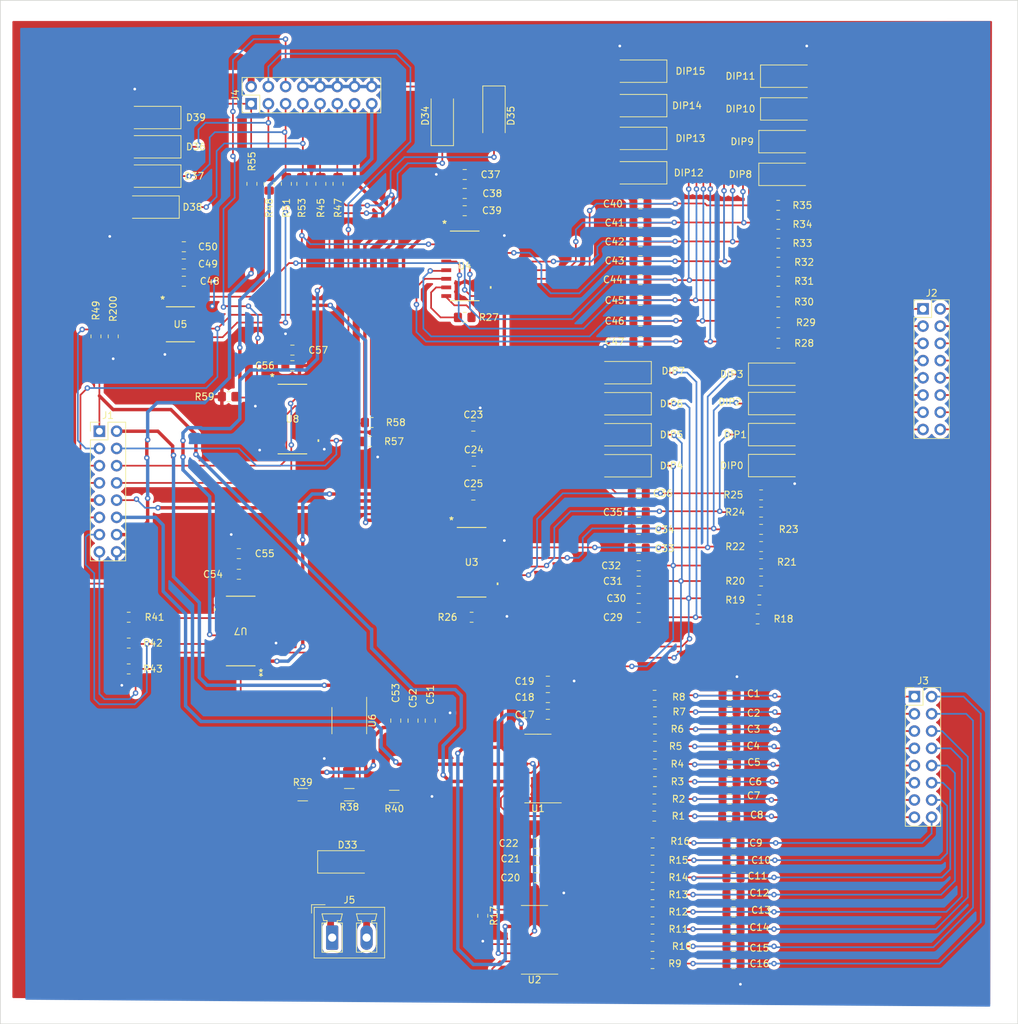
<source format=kicad_pcb>
(kicad_pcb (version 20211014) (generator pcbnew)
  (layers (0 "F.Cu" signal) (31 "B.Cu" signal) (34 "B.Paste" user) (35 "F.Paste" user) (36 "B.SilkS" user "B.Silkscreen") (37 "F.SilkS" user "F.Silkscreen") (38 "B.Mask" user) (39 "F.Mask" user) (44 "Edge.Cuts" user))
  (net 0 "")
  (net 1 "GND")
  (net 2 "DOUT7")
  (net 3 "DOUT6")
  (net 4 "DOUT5")
  (net 5 "DOUT4")
  (net 6 "DOUT3")
  (net 7 "DOUT2")
  (net 8 "DOUT1")
  (net 9 "DOUT0")
  (net 10 "DOUT15")
  (net 11 "DOUT14")
  (net 12 "DOUT13")
  (net 13 "DOUT12")
  (net 14 "DOUT11")
  (net 15 "DOUT10")
  (net 16 "DOUT9")
  (net 17 "DOUT8")
  (net 18 "3V3")
  (net 19 "DIN0")
  (net 20 "DIN1")
  (net 21 "DIN2")
  (net 22 "DIN3")
  (net 23 "DIN4")
  (net 24 "DIN5")
  (net 25 "DIN6")
  (net 26 "DIN7")
  (net 27 "DIN15")
  (net 28 "DIN14")
  (net 29 "DIN13")
  (net 30 "DIN12")
  (net 31 "DIN11")
  (net 32 "DIN10")
  (net 33 "DIN9")
  (net 34 "DIN8")
  (net 35 "5V")
  (net 36 "Net-(U1-Pad15)")
  (net 37 "Net-(U1-Pad1)")
  (net 38 "Net-(U1-Pad2)")
  (net 39 "Net-(U1-Pad3)")
  (net 40 "Net-(R5-Pad2)")
  (net 41 "Net-(R6-Pad2)")
  (net 42 "Net-(R7-Pad2)")
  (net 43 "Net-(R8-Pad2)")
  (net 44 "Net-(U2-Pad15)")
  (net 45 "Net-(U2-Pad1)")
  (net 46 "Net-(U2-Pad2)")
  (net 47 "Net-(U2-Pad3)")
  (net 48 "Net-(U2-Pad4)")
  (net 49 "Net-(U2-Pad5)")
  (net 50 "Net-(U2-Pad6)")
  (net 51 "Net-(U2-Pad7)")
  (net 52 "Net-(U3-Pad11)")
  (net 53 "Net-(U3-Pad12)")
  (net 54 "Net-(R23-Pad2)")
  (net 55 "Net-(R22-Pad2)")
  (net 56 "Net-(U3-Pad3)")
  (net 57 "Net-(R20-Pad2)")
  (net 58 "Net-(R19-Pad2)")
  (net 59 "Net-(R18-Pad2)")
  (net 60 "Net-(R35-Pad2)")
  (net 61 "Net-(R34-Pad2)")
  (net 62 "Net-(R33-Pad2)")
  (net 63 "Net-(R32-Pad2)")
  (net 64 "Net-(R31-Pad2)")
  (net 65 "Net-(R30-Pad2)")
  (net 66 "Net-(R29-Pad2)")
  (net 67 "Net-(R28-Pad2)")
  (net 68 "Net-(U6-Pad6)")
  (net 69 "Net-(U6-Pad7)")
  (net 70 "MOSI")
  (net 71 "XCVR_DRV_EN")
  (net 72 "MISO")
  (net 73 "I2C_SEL")
  (net 74 "SCLK")
  (net 75 "I2C_SDA")
  (net 76 "XRAM_SEL")
  (net 77 "I2C_SCL")
  (net 78 "DI_LOAD")
  (net 79 "XSPI_SEL")
  (net 80 "DO_LOAD")
  (net 81 "UART_TX")
  (net 82 "UART_RX")
  (net 83 "XSPI_SEL_OUT")
  (net 84 "XSPI_MISO")
  (net 85 "I2C_SDA_OUT")
  (net 86 "XSPI_MOSI")
  (net 87 "I2C_SCL_OUT")
  (net 88 "XSPI_SCLK")
  (net 89 "XUART_TX")
  (net 90 "XUART_RX")
  (net 91 "XI2C_SDA")
  (net 92 "XI2C_SCL")
  (net 93 "Net-(U2-Pad9)")
  (net 94 "Net-(U3-Pad7)")
  (net 95 "Net-(R27-Pad2)")
  (net 96 "UART_SEL")
  (net 97 "Net-(U5-Pad3)")
  (net 98 "Net-(U1-Pad9)")
  (net 99 "Net-(U3-Pad9)")
  (net 100 "Net-(U6-Pad1)")
  (net 101 "Net-(U6-Pad4)")
  (net 102 "Net-(D34-Pad1)")
  (net 103 "Net-(D35-Pad2)")
  (footprint "Capacitor_SMD:C_0805_2012Metric_Pad1.18x1.45mm_HandSolder" (layer "F.Cu") (at 189.484 205.232 180)
    (fp_text reference "C13")
    (fp_text value "100p")
  )
  (footprint "Resistor_SMD:R_0805_2012Metric_Pad1.20x1.40mm_HandSolder" (layer "F.Cu") (at 193.548 151.384 180)
    (fp_text reference "R22")
    (fp_text value "620")
  )
  (footprint "Resistor_SMD:R_0805_2012Metric_Pad1.20x1.40mm_HandSolder" (layer "F.Cu") (at 196.088 121.412 180)
    (fp_text reference "R28")
    (fp_text value "620")
  )
  (footprint "Resistor_SMD:R_0805_2012Metric_Pad1.20x1.40mm_HandSolder" (layer "F.Cu") (at 177.562 195.072 180)
    (fp_text reference "R16")
    (fp_text value "620")
  )
  (footprint "Diode_SMD:D_SMA_Handsoldering" (layer "F.Cu") (at 196.088 125.984)
    (fp_text reference "DIP3")
    (fp_text value "D_Schottky")
  )
  (footprint "Diode_SMD:D_SMA_Handsoldering" (layer "F.Cu") (at 197.866 82.042)
    (fp_text reference "DIP11")
    (fp_text value "D_Schottky")
  )
  (footprint "Capacitor_SMD:C_0805_2012Metric_Pad1.18x1.45mm_HandSolder" (layer "F.Cu") (at 175.514 159.0294)
    (fp_text reference "C30")
    (fp_text value "100p")
  )
  (footprint "Diode_SMD:D_SMA_Handsoldering" (layer "F.Cu") (at 196.088 130.302)
    (fp_text reference "DIP2")
    (fp_text value "D_Schottky")
  )
  (footprint "Resistor_SMD:R_0805_2012Metric_Pad1.20x1.40mm_HandSolder" (layer "F.Cu") (at 131.191 97.917 90)
    (fp_text reference "R47")
    (fp_text value "33")
  )
  (footprint "SN74HC165_custom:D16" (layer "F.Cu") (at 149.86 110.0074)
    (fp_text reference "U4")
    (fp_text value "74HC165")
  )
  (footprint "Resistor_SMD:R_0805_2012Metric_Pad1.20x1.40mm_HandSolder" (layer "F.Cu") (at 193.548 148.844 180)
    (fp_text reference "R23")
    (fp_text value "620")
  )
  (footprint "Capacitor_SMD:C_0805_2012Metric_Pad1.18x1.45mm_HandSolder" (layer "F.Cu") (at 188.8998 186.0296 180)
    (fp_text reference "C6")
    (fp_text value "100p")
  )
  (footprint "Capacitor_SMD:C_0805_2012Metric_Pad1.18x1.45mm_HandSolder" (layer "F.Cu") (at 149.86 101.8794 180)
    (fp_text reference "C39")
    (fp_text value "10u")
  )
  (footprint "Capacitor_SMD:C_0805_2012Metric_Pad1.18x1.45mm_HandSolder" (layer "F.Cu") (at 175.768 112.0394)
    (fp_text reference "C44")
    (fp_text value "100p")
  )
  (footprint "Resistor_SMD:R_0805_2012Metric_Pad1.20x1.40mm_HandSolder" (layer "F.Cu") (at 177.546 205.232 180)
    (fp_text reference "R12")
    (fp_text value "620")
  )
  (footprint "Diode_SMD:D_SMA_Handsoldering" (layer "F.Cu") (at 103.632 96.774 180)
    (fp_text reference "D37")
    (fp_text value "SMAJ5.0CA")
  )
  (footprint "Capacitor_SMD:C_0805_2012Metric_Pad1.18x1.45mm_HandSolder" (layer "F.Cu") (at 175.768 118.1354)
    (fp_text reference "C46")
    (fp_text value "100p")
  )
  (footprint "Connector_PinHeader_2.54mm:PinHeader_2x08_P2.54mm_Vertical" (layer "F.Cu") (at 118.379 86.111 90)
    (fp_text reference "J4")
    (fp_text value "Communication I/F")
  )
  (footprint "Capacitor_SMD:C_0805_2012Metric_Pad1.18x1.45mm_HandSolder" (layer "F.Cu") (at 151.13 143.7894)
    (fp_text reference "C25")
    (fp_text value "10u")
  )
  (footprint "Capacitor_SMD:C_0805_2012Metric_Pad1.18x1.45mm_HandSolder" (layer "F.Cu") (at 189.484 197.612 180)
    (fp_text reference "C10")
    (fp_text value "100p")
  )
  (footprint "Resistor_SMD:R_0805_2012Metric_Pad1.20x1.40mm_HandSolder" (layer "F.Cu") (at 177.8508 173.3042 180)
    (fp_text reference "R8")
    (fp_text value "620")
  )
  (footprint "Diode_SMD:D_SMA_Handsoldering" (layer "F.Cu") (at 103.632 88.138 180)
    (fp_text reference "D39")
    (fp_text value "SMAJ5.0CA")
  )
  (footprint "Resistor_SMD:R_0805_2012Metric_Pad1.20x1.40mm_HandSolder" (layer "F.Cu") (at 115.062 129.286 180)
    (fp_text reference "R59")
    (fp_text value "2.2k")
  )
  (footprint "Capacitor_SMD:C_0805_2012Metric_Pad1.18x1.45mm_HandSolder" (layer "F.Cu") (at 188.8998 175.6918 180)
    (fp_text reference "C2")
    (fp_text value "100p")
  )
  (footprint "Capacitor_SMD:C_0805_2012Metric_Pad1.18x1.45mm_HandSolder" (layer "F.Cu") (at 188.9506 183.4388 180)
    (fp_text reference "C5")
    (fp_text value "100p")
  )
  (footprint "Resistor_SMD:R_0805_2012Metric_Pad1.20x1.40mm_HandSolder" (layer "F.Cu") (at 121.031 97.917 90)
    (fp_text reference "R48")
    (fp_text value "22")
  )
  (footprint "Resistor_SMD:R_0805_2012Metric_Pad1.20x1.40mm_HandSolder" (layer "F.Cu") (at 98.044 120.396 90)
    (fp_text reference "R200")
    (fp_text value "10k")
  )
  (footprint "Resistor_SMD:R_0805_2012Metric_Pad1.20x1.40mm_HandSolder" (layer "F.Cu") (at 177.9016 178.2826 180)
    (fp_text reference "R6")
    (fp_text value "620")
  )
  (footprint "Resistor_SMD:R_1206_3216Metric_Pad1.30x1.75mm_HandSolder" (layer "F.Cu") (at 132.842 187.96 180)
    (fp_text reference "R38")
    (fp_text value "120")
  )
  (footprint "Resistor_SMD:R_0805_2012Metric_Pad1.20x1.40mm_HandSolder" (layer "F.Cu") (at 100.33 169.418 180)
    (fp_text reference "R43")
    (fp_text value "10k")
  )
  (footprint "CD4053BE_custom:D16" (layer "F.Cu") (at 124.46 132.588)
    (fp_text reference "U8")
    (fp_text value "CD4053B")
  )
  (footprint "Capacitor_SMD:C_0805_2012Metric_Pad1.18x1.45mm_HandSolder" (layer "F.Cu") (at 162.117 173.6447)
    (fp_text reference "C18")
    (fp_text value "1u")
  )
  (footprint "Resistor_SMD:R_0805_2012Metric_Pad1.20x1.40mm_HandSolder" (layer "F.Cu") (at 100.33 161.798 180)
    (fp_text reference "R41")
    (fp_text value "10k")
  )
  (footprint "Diode_SMD:D_SMA_Handsoldering" (layer "F.Cu") (at 146.558 87.884 90)
    (fp_text reference "D34")
    (fp_text value "SMAJ5.0CA")
  )
  (footprint "Resistor_SMD:R_0805_2012Metric_Pad1.20x1.40mm_HandSolder" (layer "F.Cu") (at 177.9016 186.0296 180)
    (fp_text reference "R3")
    (fp_text value "620")
  )
  (footprint "Resistor_SMD:R_0805_2012Metric_Pad1.20x1.40mm_HandSolder" (layer "F.Cu") (at 135.89 135.89 180)
    (fp_text reference "R57")
    (fp_text value "10k")
  )
  (footprint "Capacitor_SMD:C_0805_2012Metric_Pad1.18x1.45mm_HandSolder" (layer "F.Cu") (at 188.8998 188.595 180)
    (fp_text reference "C7")
    (fp_text value "100p")
  )
  (footprint "Diode_SMD:D_SMA_Handsoldering" (layer "F.Cu") (at 175.26 86.3854 180)
    (fp_text reference "DIP14")
    (fp_text value "D_Schottky")
  )
  (footprint "Diode_SMD:D_SMA_Handsoldering" (layer "F.Cu") (at 175.26 81.3054 180)
    (fp_text reference "DIP15")
    (fp_text value "D_Schottky")
  )
  (footprint "Capacitor_SMD:C_0805_2012Metric_Pad1.18x1.45mm_HandSolder" (layer "F.Cu") (at 175.514 143.5354)
    (fp_text reference "C36")
    (fp_text value "100p")
  )
  (footprint "Resistor_SMD:R_0805_2012Metric_Pad1.20x1.40mm_HandSolder" (layer "F.Cu") (at 118.491 97.917 90)
    (fp_text reference "R55")
    (fp_text value "22")
  )
  (footprint "Resistor_SMD:R_0805_2012Metric_Pad1.20x1.40mm_HandSolder" (layer "F.Cu") (at 177.9016 180.8226 180)
    (fp_text reference "R5")
    (fp_text value "620")
  )
  (footprint "Diode_SMD:D_SMA_Handsoldering" (layer "F.Cu") (at 196.088 139.446)
    (fp_text reference "DIP0")
    (fp_text value "D_Schottky")
  )
  (footprint "Capacitor_SMD:C_0805_2012Metric_Pad1.18x1.45mm_HandSolder" (layer "F.Cu") (at 175.768 121.1834)
    (fp_text reference "C47")
    (fp_text value "100p")
  )
  (footprint "Connector_PinHeader_2.54mm:PinHeader_2x08_P2.54mm_Vertical" (layer "F.Cu") (at 96.007 134.381)
    (fp_text reference "J1")
    (fp_text value "MCU I/F")
  )
  (footprint "Resistor_SMD:R_0805_2012Metric_Pad1.20x1.40mm_HandSolder" (layer "F.Cu") (at 193.548 156.464 180)
    (fp_text reference "R20")
    (fp_text value "620")
  )
  (footprint "Capacitor_SMD:C_0805_2012Metric_Pad1.18x1.45mm_HandSolder" (layer "F.Cu") (at 175.514 154.2034)
    (fp_text reference "C32")
    (fp_text value "100p")
  )
  (footprint "CD4053BE_custom:D16" (layer "F.Cu") (at 116.84 163.83 180)
    (fp_text reference "U7")
    (fp_text value "CD4053B")
  )
  (footprint "Capacitor_SMD:C_0805_2012Metric_Pad1.18x1.45mm_HandSolder" (layer "F.Cu") (at 149.86 96.5454 180)
    (fp_text reference "C37")
    (fp_text value "100n")
  )
  (footprint "Package_SO:SOIC-8_3.9x4.9mm_P1.27mm" (layer "F.Cu") (at 132.842 177.038 -90)
    (fp_text reference "U6")
    (fp_text value "SN75176AD")
  )
  (footprint "Capacitor_SMD:C_0805_2012Metric_Pad1.18x1.45mm_HandSolder" (layer "F.Cu") (at 160.401 197.6628)
    (fp_text reference "C21")
    (fp_text value "1u")
  )
  (footprint "Resistor_SMD:R_0805_2012Metric_Pad1.20x1.40mm_HandSolder" (layer "F.Cu") (at 128.651 97.917 90)
    (fp_text reference "R45")
    (fp_text value "33")
  )
  (footprint "Diode_SMD:D_SMA_Handsoldering" (layer "F.Cu") (at 175.26 96.2914 180)
    (fp_text reference "DIP12")
    (fp_text value "D_Schottky")
  )
  (footprint "Resistor_SMD:R_0805_2012Metric_Pad1.20x1.40mm_HandSolder" (layer "F.Cu") (at 196.088 109.474 180)
    (fp_text reference "R32")
    (fp_text value "620")
  )
  (footprint "Capacitor_SMD:C_0805_2012Metric_Pad1.18x1.45mm_HandSolder" (layer "F.Cu") (at 116.5685 155.4675 180)
    (fp_text reference "C54")
    (fp_text value "100n")
  )
  (footprint "Capacitor_SMD:C_0805_2012Metric_Pad1.18x1.45mm_HandSolder" (layer "F.Cu") (at 189.484 207.772 180)
    (fp_text reference "C14")
    (fp_text value "100p")
  )
  (footprint "Resistor_SMD:R_0805_2012Metric_Pad1.20x1.40mm_HandSolder" (layer "F.Cu") (at 193.548 143.764 180)
    (fp_text reference "R25")
    (fp_text value "620")
  )
  (footprint "Resistor_SMD:R_0805_2012Metric_Pad1.20x1.40mm_HandSolder" (layer "F.Cu") (at 196.088 112.268 180)
    (fp_text reference "R31")
    (fp_text value "620")
  )
  (footprint "Resistor_SMD:R_0805_2012Metric_Pad1.20x1.40mm_HandSolder" (layer "F.Cu") (at 123.571 97.917 90)
    (fp_text reference "R51")
    (fp_text value "22")
  )
  (footprint "Diode_SMD:D_SMA_Handsoldering" (layer "F.Cu") (at 175.26 91.2114 180)
    (fp_text reference "DIP13")
    (fp_text value "D_Schottky")
  )
  (footprint "Capacitor_SMD:C_0805_2012Metric_Pad1.18x1.45mm_HandSolder" (layer "F.Cu") (at 189.484 195.072 180)
    (fp_text reference "C9")
    (fp_text value "100p")
  )
  (footprint "Resistor_SMD:R_0805_2012Metric_Pad1.20x1.40mm_HandSolder" (layer "F.Cu") (at 177.546 212.852 180)
    (fp_text reference "R9")
    (fp_text value "620")
  )
  (footprint "Diode_SMD:D_SMA_Handsoldering" (layer "F.Cu") (at 172.974 134.8994 180)
    (fp_text reference "DIP5")
    (fp_text value "D_Schottky")
  )
  (footprint "Resistor_SMD:R_0805_2012Metric_Pad1.20x1.40mm_HandSolder" (layer "F.Cu") (at 193.04 162.052 180)
    (fp_text reference "R18")
    (fp_text value "620")
  )
  (footprint "Diode_SMD:D_SMA_Handsoldering" (layer "F.Cu") (at 154.178 87.884 -90)
    (fp_text reference "D35")
    (fp_text value "SMAJ5.0CA")
  )
  (footprint "Capacitor_SMD:C_0805_2012Metric_Pad1.18x1.45mm_HandSolder" (layer "F.Cu") (at 189.484 210.312 180)
    (fp_text reference "C15")
    (fp_text value "100p")
  )
  (footprint "Resistor_SMD:R_1206_3216Metric_Pad1.30x1.75mm_HandSolder" (layer "F.Cu") (at 125.984 187.96)
    (fp_text reference "R39")
    (fp_text value "1k")
  )
  (footprint "Capacitor_SMD:C_0805_2012Metric_Pad1.18x1.45mm_HandSolder" (layer "F.Cu") (at 175.514 146.3294)
    (fp_text reference "C35")
    (fp_text value "100p")
  )
  (footprint "Capacitor_SMD:C_0805_2012Metric_Pad1.18x1.45mm_HandSolder" (layer "F.Cu") (at 108.458 112.268 180)
    (fp_text reference "C48")
    (fp_text value "100n")
  )
  (footprint "Resistor_SMD:R_0805_2012Metric_Pad1.20x1.40mm_HandSolder" (layer "F.Cu") (at 177.9016 183.4388 180)
    (fp_text reference "R4")
    (fp_text value "620")
  )
  (footprint "Package_SO:SOIC-16_3.9x9.9mm_P1.27mm" (layer "F.Cu") (at 160.655 184.0992 180)
    (fp_text reference "U1")
    (fp_text value "74HC595")
  )
  (footprint "Package_SO:SOIC-16_3.9x9.9mm_P1.27mm" (layer "F.Cu") (at 160.147 209.3468 180)
    (fp_text reference "U2")
    (fp_text value "74HC595")
  )
  (footprint "Capacitor_SMD:C_0805_2012Metric_Pad1.18x1.45mm_HandSolder" (layer "F.Cu") (at 188.849 191.1858 180)
    (fp_text reference "C8")
    (fp_text value "100p")
  )
  (footprint "SN74HC165_custom:D16" (layer "F.Cu") (at 150.876 153.6954)
    (fp_text reference "U3")
    (fp_text value "74HC165")
  )
  (footprint "Capacitor_SMD:C_0805_2012Metric_Pad1.18x1.45mm_HandSolder" (layer "F.Cu") (at 151.13 133.6294)
    (fp_text reference "C23")
    (fp_text value "100n")
  )
  (footprint "Capacitor_SMD:C_0805_2012Metric_Pad1.18x1.45mm_HandSolder" (layer "F.Cu") (at 175.768 100.8634)
    (fp_text reference "C40")
    (fp_text value "100p")
  )
  (footprint "Diode_SMD:D_SMA_Handsoldering" (layer "F.Cu") (at 197.612 96.52)
    (fp_text reference "DIP8")
    (fp_text value "D_Schottky")
  )
  (footprint "Capacitor_SMD:C_0805_2012Metric_Pad1.18x1.45mm_HandSolder" (layer "F.Cu") (at 108.458 107.188 180)
    (fp_text reference "C50")
    (fp_text value "10u")
  )
  (footprint "Diode_SMD:D_SMA_Handsoldering" (layer "F.Cu") (at 172.974 125.7554 180)
    (fp_text reference "DIP7")
    (fp_text value "D_Schottky")
  )
  (footprint "Capacitor_SMD:C_0805_2012Metric_Pad1.18x1.45mm_HandSolder" (layer "F.Cu") (at 175.514 156.4894)
    (fp_text reference "C31")
    (fp_text value "100p")
  )
  (footprint "Diode_SMD:D_SMA_Handsoldering" (layer "F.Cu") (at 197.612 91.694)
    (fp_text reference "DIP9")
    (fp_text value "D_Schottky")
  )
  (footprint "Capacitor_SMD:C_0805_2012Metric_Pad1.18x1.45mm_HandSolder" (layer "F.Cu") (at 151.2 138.7954)
    (fp_text reference "C24")
    (fp_text value "1u")
  )
  (footprint "Diode_SMD:D_SMA_Handsoldering" (layer "F.Cu") (at 132.588 197.866)
    (fp_text reference "D33")
    (fp_text value "SMAJ5.0CA")
  )
  (footprint "Resistor_SMD:R_0805_2012Metric_Pad1.20x1.40mm_HandSolder" (layer "F.Cu") (at 149.86 117.602 180)
    (fp_text reference "R27")
    (fp_text value "10k")
  )
  (footprint "Capacitor_SMD:C_0805_2012Metric_Pad1.18x1.45mm_HandSolder" (layer "F.Cu") (at 188.8998 178.2826 180)
    (fp_text reference "C3")
    (fp_text value "100p")
  )
  (footprint "Capacitor_SMD:C_0805_2012Metric_Pad1.18x1.45mm_HandSolder" (layer "F.Cu") (at 188.849 180.7464 180)
    (fp_text reference "C4")
    (fp_text value "100p")
  )
  (footprint "Capacitor_SMD:C_0805_2012Metric_Pad1.18x1.45mm_HandSolder" (layer "F.Cu") (at 160.401 195.1228)
    (fp_text reference "C22")
    (fp_text value "10u")
  )
  (footprint "Diode_SMD:D_SMA_Handsoldering" (layer "F.Cu") (at 172.974 139.4714 180)
    (fp_text reference "DIP4")
    (fp_text value "D_Schottky")
  )
  (footprint "Capacitor_SMD:C_0805_2012Metric_Pad1.18x1.45mm_HandSolder" (layer "F.Cu") (at 108.458 109.728 180)
    (fp_text reference "C49")
    (fp_text value "1u")
  )
  (footprint "Capacitor_SMD:C_0805_2012Metric_Pad1.18x1.45mm_HandSolder" (layer "F.Cu") (at 160.401 200.2028)
    (fp_text reference "C20")
    (fp_text value "100n")
  )
  (footprint "Diode_SMD:D_SMA_Handsoldering" (layer "F.Cu") (at 172.974 130.3274 180)
    (fp_text reference "DIP6")
    (fp_text value "D_Schottky")
  )
  (footprint "Capacitor_SMD:C_0805_2012Metric_Pad1.18x1.45mm_HandSolder" (layer "F.Cu") (at 189.484 212.852 180)
    (fp_text reference "C16")
    (fp_text value "100p")
  )
  (footprint "Capacitor_SMD:C_0805_2012Metric_Pad1.18x1.45mm_HandSolder" (layer "F.Cu") (at 149.86 99.3394 180)
    (fp_text reference "C38")
    (fp_text value "1u")
  )
  (footprint "Capacitor_SMD:C_0805_2012Metric_Pad1.18x1.45mm_HandSolder" (layer "F.Cu") (at 175.768 109.2454)
    (fp_text reference "C43")
    (fp_text value "100p")
  )
  (footprint "Resistor_SMD:R_0805_2012Metric_Pad1.20x1.40mm_HandSolder" (layer "F.Cu") (at 193.294 159.258 180)
    (fp_text reference "R19")
    (fp_text value "620")
  )
  (footprint "Resistor_SMD:R_0805_2012Metric_Pad1.20x1.40mm_HandSolder" (layer "F.Cu") (at 193.548 153.924 180)
    (fp_text reference "R21")
    (fp_text value "620")
  )
  (footprint "Capacitor_SMD:C_0805_2012Metric_Pad1.18x1.45mm_HandSolder" (layer "F.Cu") (at 144.78 177.038 90)
    (fp_text reference "C51")
    (fp_text value "100n")
  )
  (footprint "Capacitor_SMD:C_0805_2012Metric_Pad1.18x1.45mm_HandSolder" (layer "F.Cu") (at 175.768 103.6574)
    (fp_text reference "C41")
    (fp_text value "100p")
  )
  (footprint "Resistor_SMD:R_0805_2012Metric_Pad1.20x1.40mm_HandSolder" (layer "F.Cu") (at 177.546 200.152 180)
    (fp_text reference "R14")
    (fp_text value "620")
  )
  (footprint "Resistor_SMD:R_0805_2012Metric_Pad1.20x1.40mm_HandSolder" (layer "F.Cu") (at 136.144 133.096)
    (fp_text reference "R58")
    (fp_text value "2.2k")
  )
  (footprint "Capacitor_SMD:C_0805_2012Metric_Pad1.18x1.45mm_HandSolder" (layer "F.Cu") (at 142.24 177.038 90)
    (fp_text reference "C52")
    (fp_text value "1u")
  )
  (footprint "Capacitor_SMD:C_0805_2012Metric_Pad1.18x1.45mm_HandSolder" (layer "F.Cu") (at 175.514 151.6634)
    (fp_text reference "C33")
    (fp_text value "100p")
  )
  (footprint "23LCV1024:SOIC8-N_MC_MCH" (layer "F.Cu") (at 107.95 118.618)
    (fp_text reference "U5")
    (fp_text value "24LC1025")
  )
  (footprint "Diode_SMD:D_SMA_Handsoldering" (layer "F.Cu") (at 103.378 101.346 180)
    (fp_text reference "D38")
    (fp_text value "SMAJ5.0CA")
  )
  (footprint "Resistor_SMD:R_0805_2012Metric_Pad1.20x1.40mm_HandSolder" (layer "F.Cu") (at 125.857 97.917 90)
    (fp_text reference "R53")
    (fp_text value "22")
  )
  (footprint "Diode_SMD:D_SMA_Handsoldering" (layer "F.Cu") (at 196.088 134.874)
    (fp_text reference "DIP1")
    (fp_text value "D_Schottky")
  )
  (footprint "Diode_SMD:D_SMA_Handsoldering" (layer "F.Cu") (at 103.632 92.456 180)
    (fp_text reference "D36")
    (fp_text value "SMAJ5.0CA")
  )
  (footprint "Capacitor_SMD:C_0805_2012Metric_Pad1.18x1.45mm_HandSolder" (layer "F.Cu") (at 162.117 176.1085)
    (fp_text reference "C17")
    (fp_text value "100n")
  )
  (footprint "Capacitor_SMD:C_0805_2012Metric_Pad1.18x1.45mm_HandSolder" (layer "F.Cu") (at 175.514 161.8234)
    (fp_text reference "C29")
    (fp_text value "100p")
  )
  (footprint "Resistor_SMD:R_0805_2012Metric_Pad1.20x1.40mm_HandSolder" (layer "F.Cu") (at 177.546 197.612 180)
    (fp_text reference "R15")
    (fp_text value "620")
  )
  (footprint "Resistor_SMD:R_0805_2012Metric_Pad1.20x1.40mm_HandSolder" (layer "F.Cu") (at 150.876 161.798 180)
    (fp_text reference "R26")
    (fp_text value "10k")
  )
  (footprint "Capacitor_SMD:C_0805_2012Metric_Pad1.18x1.45mm_HandSolder" (layer "F.Cu") (at 162.117 171.2317)
    (fp_text reference "C19")
    (fp_text value "10u")
  )
  (footprint "Resistor_SMD:R_0805_2012Metric_Pad1.20x1.40mm_HandSolder" (layer "F.Cu") (at 196.088 103.886 180)
    (fp_text reference "R34")
    (fp_text value "620")
  )
  (footprint "Resistor_SMD:R_0805_2012Metric_Pad1.20x1.40mm_HandSolder" (layer "F.Cu") (at 177.9016 175.7426 180)
    (fp_text reference "R7")
    (fp_text value "620")
  )
  (footprint "Resistor_SMD:R_0805_2012Metric_Pad1.20x1.40mm_HandSolder" (layer "F.Cu") (at 152.527 205.8068 -90)
    (fp_text reference "R17")
    (fp_text value "10k")
  )
  (footprint "Resistor_SMD:R_0805_2012Metric_Pad1.20x1.40mm_HandSolder" (layer "F.Cu") (at 177.546 202.692 180)
    (fp_text reference "R13")
    (fp_text value "620")
  )
  (footprint "Resistor_SMD:R_0805_2012Metric_Pad1.20x1.40mm_HandSolder" (layer "F.Cu") (at 95.504 120.396 -90)
    (fp_text reference "R49")
    (fp_text value "10k")
  )
  (footprint "Capacitor_SMD:C_0805_2012Metric_Pad1.18x1.45mm_HandSolder" (layer "F.Cu") (at 175.514 148.8694)
    (fp_text reference "C34")
    (fp_text value "100p")
  )
  (footprint "Capacitor_SMD:C_0805_2012Metric_Pad1.18x1.45mm_HandSolder" (layer "F.Cu") (at 189.484 202.692 180)
    (fp_text reference "C12")
    (fp_text value "100p")
  )
  (footprint "Resistor_SMD:R_0805_2012Metric_Pad1.20x1.40mm_HandSolder" (layer "F.Cu") (at 196.088 106.68 180)
    (fp_text reference "R33")
    (fp_text value "620")
  )
  (footprint "Resistor_SMD:R_0805_2012Metric_Pad1.20x1.40mm_HandSolder" (layer "F.Cu") (at 100.33 165.608 180)
    (fp_text reference "R42")
    (fp_text value "10k")
  )
  (footprint "Capacitor_SMD:C_0805_2012Metric_Pad1.18x1.45mm_HandSolder" (layer "F.Cu") (at 189.484 200.152 180)
    (fp_text reference "C11")
    (fp_text value "100p")
  )
  (footprint "Resistor_SMD:R_0805_2012Metric_Pad1.20x1.40mm_HandSolder" (layer "F.Cu") (at 196.072 101.092 180)
    (fp_text reference "R35")
    (fp_text value "620")
  )
  (footprint "Resistor_SMD:R_0805_2012Metric_Pad1.20x1.40mm_HandSolder" (layer "F.Cu") (at 177.546 207.772 180)
    (fp_text reference "R11")
    (fp_text value "620")
  )
  (footprint "Resistor_SMD:R_0805_2012Metric_Pad1.20x1.40mm_HandSolder" (layer "F.Cu") (at 177.8254 188.595 180)
    (fp_text reference "R2")
    (fp_text value "620")
  )
  (footprint "Capacitor_SMD:C_0805_2012Metric_Pad1.18x1.45mm_HandSolder" (layer "F.Cu") (at 175.768 115.0874)
    (fp_text reference "C45")
    (fp_text value "100p")
  )
  (footprint "Connector_PinHeader_2.54mm:PinHeader_2x08_P2.54mm_Vertical" (layer "F.Cu") (at 216.149 173.497)
    (fp_text reference "J3")
    (fp_text value "Digital Outputs")
  )
  (footprint "Connector_Phoenix_MC_HighVoltage:PhoenixContact_MCV_1,5_2-G-5.08_1x02_P5.08mm_Vertical" (layer "F.Cu") (at 130.3195 209.0225)
    (fp_text reference "J5")
    (fp_text value "RS-485 I/F")
  )
  (footprint "Capacitor_SMD:C_0805_2012Metric_Pad1.18x1.45mm_HandSolder" (layer "F.Cu") (at 124.46 124.714 180)
    (fp_text reference "C56")
    (fp_text value "100n")
  )
  (footprint "Resistor_SMD:R_0805_2012Metric_Pad1.20x1.40mm_HandSolder" (layer "F.Cu") (at 196.072 115.316 180)
    (fp_text reference "R30")
    (fp_text value "620")
  )
  (footprint "Capacitor_SMD:C_0805_2012Metric_Pad1.18x1.45mm_HandSolder" (layer "F.Cu") (at 175.768 106.4514)
    (fp_text reference "C42")
    (fp_text value "100p")
  )
  (footprint "Capacitor_SMD:C_0805_2012Metric_Pad1.18x1.45mm_HandSolder" (layer "F.Cu") (at 139.7 177.038 90)
    (fp_text reference "C53")
    (fp_text value "10u")
  )
  (footprint "Capacitor_SMD:C_0805_2012Metric_Pad1.18x1.45mm_HandSolder" (layer "F.Cu") (at 188.8998 173.3042 180)
    (fp_text reference "C1")
    (fp_text value "100p")
  )
  (footprint "Resistor_SMD:R_0805_2012Metric_Pad1.20x1.40mm_HandSolder" (layer "F.Cu") (at 196.088 118.364 180)
    (fp_text reference "R29")
    (fp_text value "620")
  )
  (footprint "Resistor_SMD:R_1206_3216Metric_Pad1.30x1.75mm_HandSolder" (layer "F.Cu") (at 139.472 188.214 180)
    (fp_text reference "R40")
    (fp_text value "1k")
  )
  (footprint "Resistor_SMD:R_0805_2012Metric_Pad1.20x1.40mm_HandSolder" (layer "F.Cu") (at 177.8 191.1096 180)
    (fp_text reference "R1")
    (fp_text value "620")
  )
  (footprint "Diode_SMD:D_SMA_Handsoldering" (layer "F.Cu") (at 197.866 86.868)
    (fp_text reference "DIP10")
    (fp_text value "D_Schottky")
  )
  (footprint "Resistor_SMD:R_0805_2012Metric_Pad1.20x1.40mm_HandSolder" (layer "F.Cu") (at 177.546 210.312 180)
    (fp_text reference "R10")
    (fp_text value "620")
  )
  (footprint "Capacitor_SMD:C_0805_2012Metric_Pad1.18x1.45mm_HandSolder" (layer "F.Cu") (at 124.46 122.428 180)
    (fp_text reference "C57")
    (fp_text value "1u")
  )
  (footprint "Capacitor_SMD:C_0805_2012Metric_Pad1.18x1.45mm_HandSolder" (layer "F.Cu") (at 116.5685 152.4195 180)
    (fp_text reference "C55")
    (fp_text value "1u")
  )
  (footprint "Resistor_SMD:R_0805_2012Metric_Pad1.20x1.40mm_HandSolder" (layer "F.Cu") (at 193.548 146.304 180)
    (fp_text reference "R24")
    (fp_text value "620")
  )
  (footprint "Connector_PinHeader_2.54mm:PinHeader_2x08_P2.54mm_Vertical" (layer "F.Cu") (at 217.419 116.347)
    (fp_text reference "J2")
    (fp_text value "Digital Inputs")
  )
  (gr_rect (start 81.407 70.866) (end 231.394 221.742) (layer "Edge.Cuts") (width 0.1) (fill none))
  (segment (start 174.7305 121.1834) (end 174.7305 118.1354) (width 0.25) (layer "F.Cu") (net 1))
  (segment (start 152.1675 143.7894) (end 152.1675 138.8654) (width 0.25) (layer "F.Cu") (net 1))
  (segment (start 101.132 84.034) (end 101.219 83.947) (width 0.25) (layer "F.Cu") (net 1))
  (segment (start 144.745 83.571) (end 146.558 85.384) (width 0.25) (layer "F.Cu") (net 1))
  (segment (start 100.878 97.028) (end 101.132 96.774) (width 0.25) (layer "F.Cu") (net 1))
  (segment (start 170.434 141.732) (end 170.434 141.605) (width 0.25) (layer "F.Cu") (net 1))
  (segment (start 161.4385 197.6628) (end 161.4385 195.1228) (width 0.25) (layer "F.Cu") (net 1))
  (segment (start 150.86 117.602) (end 150.86 116.57) (width 0.25) (layer "F.Cu") (net 1))
  (segment (start 114.118652 156.879848) (end 115.531 155.4675) (width 0.25) (layer "F.Cu") (net 1))
  (segment (start 160.782 183.642) (end 160.782 180.594) (width 0.25) (layer "F.Cu") (net 1))
  (segment (start 148.8225 96.5454) (end 145.6944 96.5454) (width 0.25) (layer "F.Cu") (net 1))
  (segment (start 121.738652 137.033) (end 119.761 137.033) (width 0.25) (layer "F.Cu") (net 1))
  (segment (start 99.33 161.798) (end 99.33 165.608) (width 0.25) (layer "F.Cu") (net 1))
  (segment (start 119.561348 163.195) (end 119.561348 161.925) (width 0.25) (layer "F.Cu") (net 1))
  (segment (start 156.083 157.353) (end 156.083 161.671) (width 0.25) (layer "F.Cu") (net 1))
  (segment (start 144.78 176.0005) (end 147.5955 176.0005) (width 0.25) (layer "F.Cu") (net 1))
  (segment (start 189.9373 178.2826) (end 189.9373 175.6918) (width 0.25) (layer "F.Cu") (net 1))
  (segment (start 189.9373 170.6157) (end 189.992 170.561) (width 0.25) (layer "F.Cu") (net 1))
  (segment (start 163.13 179.6542) (end 163.13 176.133) (width 0.25) (layer "F.Cu") (net 1))
  (segment (start 174.7305 100.8165) (end 172.76 98.846) (width 0.25) (layer "F.Cu") (net 1))
  (segment (start 190.5215 210.312) (end 190.5215 207.772) (width 0.25) (layer "F.Cu") (net 1))
  (segment (start 130.937 180.848) (end 129.159 182.626) (width 0.25) (layer "F.Cu") (net 1))
  (segment (start 158.18 184.7342) (end 159.6898 184.7342) (width 0.25) (layer "F.Cu") (net 1))
  (segment (start 155.6004 156.8704) (end 156.083 157.353) (width 0.25) (layer "F.Cu") (net 1))
  (segment (start 172.76 77.637) (end 172.72 77.597) (width 0.5) (layer "F.Cu") (net 1))
  (segment (start 198.588 130.302) (end 198.588 125.984) (width 0.5) (layer "F.Cu") (net 1))
  (segment (start 136.89 138.033) (end 137.033 138.176) (width 0.25) (layer "F.Cu") (net 1))
  (segment (start 152.9588 209.9818) (end 152.527 209.55) (width 0.25) (layer "F.Cu") (net 1))
  (segment (start 114.118652 159.385) (end 114.118652 156.879848) (width 0.25) (layer "F.Cu") (net 1))
  (segment (start 200.112 96.52) (end 200.112 91.694) (width 0.5) (layer "F.Cu") (net 1))
  (segment (start 164.276 202.627) (end 164.465 202.438) (width 0.25) (layer "F.Cu") (net 1))
  (segment (start 189.9373 173.3042) (end 189.9373 175.6918) (width 0.25) (layer "F.Cu") (net 1))
  (segment (start 99.33 169.418) (end 99.33 171.815) (width 0.25) (layer "F.Cu") (net 1))
  (segment (start 170.474 141.565) (end 170.474 139.4714) (width 0.25) (layer "F.Cu") (net 1))
  (segment (start 102.489 107.188) (end 107.4205 107.188) (width 0.25) (layer "F.Cu") (net 1))
  (segment (start 174.7305 106.4514) (end 174.7305 103.6574) (width 0.25) (layer "F.Cu") (net 1))
  (segment (start 172.212 143.51) (end 170.434 141.732) (width 0.25) (layer "F.Cu") (net 1))
  (segment (start 107.4205 109.728) (end 107.4205 107.188) (width 0.25) (layer "F.Cu") (net 1))
  (segment (start 174.4765 148.8694) (end 174.4765 146.3294) (width 0.25) (layer "F.Cu") (net 1))
  (segment (start 119.561348 161.925) (end 119.561348 160.655) (width 0.25) (layer "F.Cu") (net 1))
  (segment (start 152.019 160.274) (end 152.019 161.655) (width 0.25) (layer "F.Cu") (net 1))
  (segment (start 101.132 88.138) (end 101.132 84.034) (width 0.25) (layer "F.Cu") (net 1))
  (segment (start 170.561 121.92) (end 170.474 122.007) (width 0.25) (layer "F.Cu") (net 1))
  (segment (start 139.7 176.0005) (end 142.24 176.0005) (width 0.25) (layer "F.Cu") (net 1))
  (segment (start 121.738652 131.953) (end 121.738652 130.683) (width 0.25) (layer "F.Cu") (net 1))
  (segment (start 170.474 139.4714) (end 170.474 134.8994) (width 0.5) (layer "F.Cu") (net 1))
  (segment (start 174.7305 121.1834) (end 171.2976 121.1834) (width 0.25) (layer "F.Cu") (net 1))
  (segment (start 189.8865 191.1858) (end 189.8865 188.6458) (width 0.25) (layer "F.Cu") (net 1))
  (segment (start 115.531 149.694) (end 115.443 149.606) (width 0.25) (layer "F.Cu") (net 1))
  (segment (start 190.5215 195.072) (end 190.5215 197.612) (width 0.25) (layer "F.Cu") (net 1))
  (segment (start 115.531 152.4195) (end 115.531 149.694) (width 0.25) (layer "F.Cu") (net 1))
  (segment (start 190.5215 215.8785) (end 190.5 215.9) (width 0.25) (layer "F.Cu") (net 1))
  (segment (start 163.1545 173.6447) (end 163.1545 171.2317) (width 0.25) (layer "F.Cu") (net 1))
  (segment (start 153.597348 150.5204) (end 155.6766 150.5204) (width 0.25) (layer "F.Cu") (net 1))
  (segment (start 100.878 105.577) (end 100.9015 105.6005) (width 0.25) (layer "F.Cu") (net 1))
  (segment (start 200.112 91.694) (end 200.112 87.122) (width 0.5) (layer "F.Cu") (net 1))
  (segment (start 174.7305 115.0874) (end 174.7305 112.0394) (width 0.25) (layer "F.Cu") (net 1))
  (segment (start 152.1675 130.9585) (end 152.146 130.937) (width 0.25) (layer "F.Cu") (net 1))
  (segment (start 162.622 202.627) (end 162.622 204.9018) (width 0.25) (layer "F.Cu") (net 1))
  (segment (start 119.561348 165.735) (end 121.92 165.735) (width 0.25) (layer "F.Cu") (net 1))
  (segment (start 151.511 159.766) (end 152.019 160.274) (width 0.25) (layer "F.Cu") (net 1))
  (segment (start 123.4225 120.0365) (end 123.444 120.015) (width 0.25) (layer "F.Cu") (net 1))
  (segment (start 198.588 139.446) (end 198.588 134.874) (width 0.25) (layer "F.Cu") (net 1))
  (segment (start 152.527 206.8068) (end 152.527 209.55) (width 0.25) (layer "F.Cu") (net 1))
  (segment (start 148.8225 99.3394) (end 148.8225 96.5454) (width 0.25) (layer "F.Cu") (net 1))
  (segment (start 100.878 101.346) (end 100.878 105.577) (width 0.25) (layer "F.Cu") (net 1))
  (segment (start 163.195 176.149) (end 163.1545 176.1085) (width 0.25) (layer "F.Cu") (net 1))
  (segment (start 174.4765 146.3294) (end 174.4765 143.5354) (width 0.25) (layer "F.Cu") (net 1))
  (segment (start 148.154652 158.1404) (end 148.154652 159.203652) (width 0.25) (layer "F.Cu") (net 1))
  (segment (start 152.019 161.655) (end 151.876 161.798) (width 0.25) (layer "F.Cu") (net 1))
  (segment (start 174.4765 161.8234) (end 174.4765 159.0294) (width 0.25) (layer "F.Cu") (net 1))
  (segment (start 148.154652 159.203652) (end 148.717 159.766) (width 0.25) (layer "F.Cu") (net 1))
  (segment (start 127.181348 137.033) (end 129.159 137.033) (width 0.25) (layer "F.Cu") (net 1))
  (segment (start 136.159 83.571) (end 144.745 83.571) (width 0.25) (layer "F.Cu") (net 1))
  (segment (start 130.937 179.513) (end 130.937 180.848) (width 0.25) (layer "F.Cu") (net 1))
  (segment (start 161.4385 201.4435) (end 162.622 202.627) (width 0.25) (layer "F.Cu") (net 1))
  (segment (start 146.558 85.384) (end 154.178 85.384) (width 0.25) (layer "F.Cu") (net 1))
  (segment (start 155.6766 150.5204) (end 155.702 150.495) (width 0.25) (layer "F.Cu") (net 1))
  (segment (start 105.5878 120.523) (end 105.5878 122.9868) (width 0.25) (layer "F.Cu") (net 1))
  (segment (start 119.561348 164.465) (end 119.561348 163.195) (width 0.25) (layer "F.Cu") (net 1))
  (segment (start 148.717 159.766) (end 151.511 159.766) (width 0.25) (layer "F.Cu") (net 1))
  (segment (start 155.956 161.798) (end 156.083 161.671) (width 0.25) (layer "F.Cu") (net 1))
  (segment (start 105.5878 122.9868) (end 105.664 123.063) (width 0.25) (layer "F.Cu") (net 1))
  (segment (start 136.89 135.89) (end 136.89 138.033) (width 0.25) (layer "F.Cu") (net 1))
  (segment (start 99.33 171.815) (end 99.314 171.831) (width 0.25) (layer "F.Cu") (net 1))
  (segment (start 148.8225 101.8794) (end 148.8225 99.3394) (width 0.25) (layer "F.Cu") (net 1))
  (segment (start 147.5955 176.0005) (end 147.701 175.895) (width 0.25) (layer "F.Cu") (net 1))
  (segment (start 189.9373 183.4896) (end 189.9881 183.4388) (width 0.25) (layer "F.Cu") (net 1))
  (segment (start 119.561348 160.655) (end 119.561348 159.385) (width 0.25) (layer "F.Cu") (net 1))
  (segment (start 163.1902 171.196) (end 165.989 171.196) (width 0.25) (layer "F.Cu") (net 1))
  (segment (start 123.4225 124.714) (end 123.4225 122.428) (width 0.25) (layer "F.Cu") (net 1))
  (segment (start 170.434 141.605) (end 170.474 141.565) (width 0.25) (layer "F.Cu") (net 1))
  (segment (start 163.1545 176.1085) (end 163.1545 173.6447) (width 0.25) (layer "F.Cu") (net 1))
  (segment (start 190.5215 212.852) (end 190.5215 210.312) (width 0.25) (layer "F.Cu") (net 1))
  (segment (start 174.4511 143.51) (end 172.212 143.51) (width 0.25) (layer "F.Cu") (net 1))
  (segment (start 121.738652 137.033) (end 121.738652 135.763) (width 0.25) (layer "F.Cu") (net 1))
  (segment (start 189.9373 186.0296) (end 189.9373 183.4896) (width 0.25) (layer "F.Cu") (net 1))
  (segment (start 121.92 165.735) (end 122.047 165.608) (width 0.25) (layer "F.Cu") (net 1))
  (segment (start 170.474 122.007) (end 170.474 125.7554) (width 0.25) (layer "F.Cu") (net 1))
  (segment (start 200.366 82.042) (end 200.366 77.684) (width 0.5) (layer "F.Cu") (net 1))
  (segment (start 100.9015 105.6005) (end 97.5995 105.6005) (width 0.25) (layer "F.Cu") (net 1))
  (segment (start 114.118652 159.385) (end 119.561348 159.385) (width 0.25) (layer "F.Cu") (net 1))
  (segment (start 200.366 77.684) (end 200.279 77.597) (width 0.5) (layer "F.Cu") (net 1))
  (segment (start 189.8865 180.7464) (end 189.8865 178.3334) (width 0.25) (layer "F.Cu") (net 1))
  (segment (start 97.5995 105.6005) (end 97.536 105.664) (width 0.25) (layer "F.Cu") (net 1))
  (segment (start 189.9881 183.4388) (end 189.9881 180.848) (width 0.25) (layer "F.Cu") (net 1))
  (segment (start 147.138652 114.626652) (end 147.138652 114.4524) (width 0.25) (layer "F.Cu") (net 1))
  (segment (start 145.6944 96.5454) (end 145.669 96.52) (width 0.25) (layer "F.Cu") (net 1))
  (segment (start 161.4385 200.2028) (end 161.4385 201.4435) (width 0.25) (layer "F.Cu") (net 1))
  (segment (start 152.2375 133.6994) (end 152.1675 133.6294) (width 0.25) (layer "F.Cu") (net 1))
  (segment (start 189.8865 178.3334) (end 189.9373 178.2826) (width 0.25) (layer "F.Cu") (net 1))
  (segment (start 174.4765 151.6634) (end 174.4765 148.8694) (width 0.25) (layer "F.Cu") (net 1))
  (segment (start 107.4205 112.268) (end 107.4205 109.728) (width 0.25) (layer "F.Cu") (net 1))
  (segment (start 170.474 130.3274) (end 170.474 125.7554) (width 0.5) (layer "F.Cu") (net 1))
  (segment (start 152.581348 106.8324) (end 154.4066 106.8324) (width 0.25) (layer "F.Cu") (net 1))
  (segment (start 174.4765 156.4894) (end 174.4765 154.2034) (width 0.25) (layer "F.Cu") (net 1))
  (segment (start 150.86 116.57) (end 150.114 115.824) (width 0.25) (layer "F.Cu") (net 1))
  (segment (start 172.76 91.2114) (end 172.76 86.3854) (width 0.5) (layer "F.Cu") (net 1))
  (segment (start 98.044 121.396) (end 98.044 123.698) (width 0.25) (layer "F.Cu") (net 1))
  (segment (start 200.366 86.868) (end 200.366 82.042) (width 0.5) (layer "F.Cu") (net 1))
  (segment (start 152.2375 138.7954) (end 152.2375 133.6994) (width 0.25) (layer "F.Cu") (net 1))
  (segment (start 174.4765 154.2034) (end 174.4765 151.6634) (width 0.25) (layer "F.Cu") (net 1))
  (segment (start 189.9373 173.3042) (end 189.9373 170.6157) (width 0.25) (layer "F.Cu") (net 1))
  (segment (start 174.4765 159.0294) (end 174.4765 156.4894) (width 0.25) (layer "F.Cu") (net 1))
  (segment (start 115.531 155.4675) (end 115.531 152.4195) (width 0.25) (layer "F.Cu") (net 1))
  (segment (start 100.9015 105.6005) (end 102.489 107.188) (width 0.25) (layer "F.Cu") (net 1))
  (segment (start 172.76 81.3054) (end 172.76 77.637) (width 0.5) (layer "F.Cu") (net 1))
  (segment (start 190.5215 212.852) (end 190.5215 215.8785) (width 0.25) (layer "F.Cu") (net 1))
  (segment (start 121.738652 130.683) (end 118.999 130.683) (width 0.25) (layer "F.Cu") (net 1))
  (segment (start 200.112 87.122) (end 200.366 86.868) (width 0.5) (layer "F.Cu") (net 1))
  (segment (start 161.7218 179.6542) (end 163.13 179.6542) (width 0.25) (layer "F.Cu") (net 1))
  (segment (start 119.561348 165.735) (end 119.561348 164.465) (width 0.25) (layer "F.Cu") (net 1))
  (segment (start 170.474 134.8994) (end 170.474 130.3274) (width 0.5) (layer "F.Cu") (net 1))
  (segment (start 159.6898 184.7342) (end 160.782 183.642) (width 0.25) (layer "F.Cu") (net 1))
  (segment (start 152.1675 138.8654) (end 152.2375 138.7954) (width 0.25) (layer "F.Cu") (net 1))
  (segment (start 163.1545 171.2317) (end 163.1902 171.196) (width 0.25) (layer "F.Cu") (net 1))
  (segment (start 171.2976 121.1834) (end 170.561 121.92) (width 0.25) (layer "F.Cu") (net 1))
  (segment (start 141.022 188.214) (end 145.034 188.214) (width 0.25) (layer "F.Cu") (net 1))
  (segment (start 190.5215 205.232) (end 190.5215 202.692) (width 0.25) (layer "F.Cu") (net 1))
  (segment (start 172.76 96.2914) (end 172.76 91.2114) (width 0.5) (layer "F.Cu") (net 1))
  (segment (start 190.5215 200.152) (end 190.5215 197.612) (width 0.25) (layer "F.Cu") (net 1))
  (segment (start 123.4225 122.428) (end 123.4225 120.0365) (width 0.25) (layer "F.Cu") (net 1))
  (segment (start 100.878 101.346) (end 100.878 97.028) (width 0.25) (layer "F.Cu") (net 1))
  (segment (start 119.761 137.033) (end 119.634 137.16) (width 0.25) (layer "F.Cu") (net 1))
  (segment (start 198.588 134.874) (end 198.588 130.302) (width 0.5) (layer "F.Cu") (net 1))
  (segment (start 148.336 115.824) (end 147.138652 114.626652) (width 0.25) (layer "F.Cu") (net 1))
  (segment (start 174.4765 143.5354) (end 174.4511 143.51) (width 0.25) (layer "F.Cu") (net 1))
  (segment (start 101.132 92.456) (end 101.132 88.138) (width 0.25) (layer "F.Cu") (net 1))
  (segment (start 174.7305 100.8634) (end 174.7305 100.8165) (width 0.25) (layer "F.Cu") (net 1))
  (segment (start 101.132 96.774) (end 101.132 92.456) (width 0.25) (layer "F.Cu") (net 1))
  (segment (start 161.4385 200.2028) (end 161.4385 197.6628) (width 0.25) (layer "F.Cu") (net 1))
  (segment (start 153.597348 156.8704) (end 155.6004 156.8704) (width 0.25) (layer "F.Cu") (net 1))
  (segment (start 172.76 86.3854) (end 172.76 81.3054) (width 0.5) (layer "F.Cu") (net 1))
  (segment (start 157.672 209.9818) (end 152.9588 209.9818) (width 0.25) (layer "F.Cu") (net 1))
  (segment (start 198.588 139.446) (end 198.588 142.026) (width 0.25) (layer "F.Cu") (net 1))
  (segment (start 190.5215 202.692) (end 190.5215 200.152) (width 0.25) (layer "F.Cu") (net 1))
  (segment (start 172.76 98.846) (end 172.76 96.2914) (width 0.25) (layer "F.Cu") (net 1))
  (segment (start 189.9881 180.848) (end 189.8865 180.7464) (width 0.25) (layer "F.Cu") (net 1))
  (segment (start 162.622 202.627) (end 164.276 202.627) (width 0.25) (layer "F.Cu") (net 1))
  (segment (start 174.7305 118.1354) (end 174.7305 115.0874) (width 0.25) (layer "F.Cu") (net 1))
  (segment (start 163.13 176.133) (end 163.1545 176.1085) (width 0.25) (layer "F.Cu") (net 1))
  (segment (start 174.7305 112.0394) (end 174.7305 109.2454) (width 0.25) (layer "F.Cu") (net 1))
  (segment (start 198.588 142.026) (end 198.501 142.113) (width 0.25) (layer "F.Cu") (net 1))
  (segment (start 144.78 176.0005) (end 142.24 176.0005) (width 0.25) (layer "F.Cu") (net 1))
  (segment (start 99.33 165.608) (end 99.33 169.418) (width 0.25) (layer "F.Cu") (net 1))
  (segment (start 190.5215 207.772) (end 190.5215 205.232) (width 0.25) (layer "F.Cu") (net 1))
  (segment (start 189.8865 188.6458) (end 189.9373 188.595) (width 0.25) (layer "F.Cu") (net 1))
  (segment (start 189.9373 188.595) (end 189.9373 186.0296) (width 0.25) (layer "F.Cu") (net 1))
  (segment (start 121.738652 133.223) (end 121.738652 134.493) (width 0.25) (layer "F.Cu") (net 1))
  (segment (start 152.1675 133.6294) (end 152.1675 130.9585) (width 0.25) (layer "F.Cu") (net 1))
  (segment (start 150.114 115.824) (end 148.336 115.824) (width 0.25) (layer "F.Cu") (net 1))
  (segment (start 151.876 161.798) (end 155.956 161.798) (width 0.25) (layer "F.Cu") (net 1))
  (segment (start 174.7305 109.2454) (end 174.7305 106.4514) (width 0.25) (layer "F.Cu") (net 1))
  (segment (start 160.782 180.594) (end 161.7218 179.6542) (width 0.25) (layer "F.Cu") (net 1))
  (segment (start 121.738652 134.493) (end 121.738652 135.763) (width 0.25) (layer "F.Cu") (net 1))
  (segment (start 121.738652 131.953) (end 121.738652 133.223) (width 0.25) (layer "F.Cu") (net 1))
  (segment (start 174.7305 103.6574) (end 174.7305 100.8634) (width 0.25) (layer "F.Cu") (net 1))
  (segment (start 154.4066 106.8324) (end 155.702 105.537) (width 0.25) (layer "F.Cu") (net 1))
  (via (at 147.701 175.895) (size 0.8) (drill 0.4) (layers "F.Cu" "B.Cu") (net 1))
  (via (at 152.527 209.55) (size 0.8) (drill 0.4) (layers "F.Cu" "B.Cu") (net 1))
  (via (at 118.999 130.683) (size 0.8) (drill 0.4) (layers "F.Cu" "B.Cu") (net 1))
  (via (at 172.72 77.597) (size 0.8) (drill 0.4) (layers "F.Cu" "B.Cu") (net 1))
  (via (at 152.146 130.937) (size 0.8) (drill 0.4) (layers "F.Cu" "B.Cu") (net 1))
  (via (at 145.034 188.214) (size 0.8) (drill 0.4) (layers "F.Cu" "B.Cu") (net 1))
  (via (at 123.444 120.015) (size 0.8) (drill 0.4) (layers "F.Cu" "B.Cu") (net 1))
  (via (at 101.219 83.947) (size 0.8) (drill 0.4) (layers "F.Cu" "B.Cu") (net 1))
  (via (at 164.465 202.438) (size 0.8) (drill 0.4) (layers "F.Cu" "B.Cu") (net 1))
  (via (at 129.159 137.033) (size 0.8) (drill 0.4) (layers "F.Cu" "B.Cu") (net 1))
  (via (at 190.5 215.9) (size 0.8) (drill 0.4) (layers "F.Cu" "B.Cu") (net 1))
  (via (at 129.159 182.626) (size 0.8) (drill 0.4) (layers "F.Cu" "B.Cu") (net 1))
  (via (at 97.536 105.664) (size 0.8) (drill 0.4) (layers "F.Cu" "B.Cu") (net 1))
  (via (at 137.033 138.176) (size 0.8) (drill 0.4) (layers "F.Cu" "B.Cu") (net 1))
  (via (at 200.279 77.597) (size 0.8) (drill 0.4) (layers "F.Cu" "B.Cu") (net 1))
  (via (at 198.501 142.113) (size 0.8) (drill 0.4) (layers "F.Cu" "B.Cu") (net 1))
  (via (at 115.443 149.606) (size 0.8) (drill 0.4) (layers "F.Cu" "B.Cu") (net 1))
  (via (at 156.083 161.671) (size 0.8) (drill 0.4) (layers "F.Cu" "B.Cu") (net 1))
  (via (at 122.047 165.608) (size 0.8) (drill 0.4) (layers "F.Cu" "B.Cu") (net 1))
  (via (at 155.702 105.537) (size 0.8) (drill 0.4) (layers "F.Cu" "B.Cu") (net 1))
  (via (at 99.314 171.831) (size 0.8) (drill 0.4) (layers "F.Cu" "B.Cu") (net 1))
  (via (at 155.702 150.495) (size 0.8) (drill 0.4) (layers "F.Cu" "B.Cu") (net 1))
  (via (at 105.664 123.063) (size 0.8) (drill 0.4) (layers "F.Cu" "B.Cu") (net 1))
  (via (at 145.669 96.52) (size 0.8) (drill 0.4) (layers "F.Cu" "B.Cu") (net 1))
  (via (at 165.989 171.196) (size 0.8) (drill 0.4) (layers "F.Cu" "B.Cu") (net 1))
  (via (at 98.044 123.698) (size 0.8) (drill 0.4) (layers "F.Cu" "B.Cu") (net 1))
  (via (at 170.561 121.92) (size 0.8) (drill 0.4) (layers "F.Cu" "B.Cu") (net 1))
  (via (at 189.992 170.561) (size 0.8) (drill 0.4) (layers "F.Cu" "B.Cu") (net 1))
  (via (at 119.634 137.16) (size 0.8) (drill 0.4) (layers "F.Cu" "B.Cu") (net 1))
  (segment (start 183.8452 173.3042) (end 183.896 173.355) (width 0.25) (layer "F.Cu") (net 2))
  (segment (start 178.8508 173.3042) (end 183.8452 173.3042) (width 0.25) (layer "F.Cu") (net 2))
  (segment (start 195.722 173.497) (end 216.149 173.497) (width 0.25) (layer "F.Cu") (net 2))
  (segment (start 187.8115 173.355) (end 187.8623 173.3042) (width 0.25) (layer "F.Cu") (net 2))
  (segment (start 183.896 173.355) (end 187.8115 173.355) (width 0.25) (layer "F.Cu") (net 2))
  (segment (start 195.58 173.355) (end 195.722 173.497) (width 0.25) (layer "F.Cu") (net 2))
  (via (at 195.58 173.355) (size 0.8) (drill 0.4) (layers "F.Cu" "B.Cu") (net 2))
  (via (at 183.896 173.355) (size 0.8) (drill 0.4) (layers "F.Cu" "B.Cu") (net 2))
  (segment (start 183.896 173.355) (end 195.58 173.355) (width 0.25) (layer "B.Cu") (net 2))
  (segment (start 183.896 175.768) (end 187.7861 175.768) (width 0.25) (layer "F.Cu") (net 3))
  (segment (start 195.58 175.768) (end 195.849 176.037) (width 0.25) (layer "F.Cu") (net 3))
  (segment (start 187.7861 175.768) (end 187.8623 175.6918) (width 0.25) (layer "F.Cu") (net 3))
  (segment (start 195.849 176.037) (end 216.149 176.037) (width 0.25) (layer "F.Cu") (net 3))
  (segment (start 178.9016 175.7426) (end 183.8706 175.7426) (width 0.25) (layer "F.Cu") (net 3))
  (segment (start 183.8706 175.7426) (end 183.896 175.768) (width 0.25) (layer "F.Cu") (net 3))
  (via (at 183.896 175.768) (size 0.8) (drill 0.4) (layers "F.Cu" "B.Cu") (net 3))
  (via (at 195.58 175.768) (size 0.8) (drill 0.4) (layers "F.Cu" "B.Cu") (net 3))
  (segment (start 183.896 175.768) (end 195.58 175.768) (width 0.25) (layer "B.Cu") (net 3))
  (segment (start 195.849 178.577) (end 216.149 178.577) (width 0.25) (layer "F.Cu") (net 4))
  (segment (start 187.8623 178.2826) (end 183.9214 178.2826) (width 0.25) (layer "F.Cu") (net 4))
  (segment (start 195.58 178.308) (end 195.849 178.577) (width 0.25) (layer "F.Cu") (net 4))
  (segment (start 178.9016 178.2826) (end 183.8706 178.2826) (width 0.25) (layer "F.Cu") (net 4))
  (segment (start 183.9214 178.2826) (end 183.896 178.308) (width 0.25) (layer "F.Cu") (net 4))
  (segment (start 183.8706 178.2826) (end 183.896 178.308) (width 0.25) (layer "F.Cu") (net 4))
  (via (at 183.896 178.308) (size 0.8) (drill 0.4) (layers "F.Cu" "B.Cu") (net 4))
  (via (at 195.58 178.308) (size 0.8) (drill 0.4) (layers "F.Cu" "B.Cu") (net 4))
  (segment (start 183.896 178.308) (end 195.58 178.308) (width 0.25) (layer "B.Cu") (net 4))
  (segment (start 183.7436 180.8226) (end 183.769 180.848) (width 0.25) (layer "F.Cu") (net 5))
  (segment (start 195.453 180.848) (end 195.722 181.117) (width 0.25) (layer "F.Cu") (net 5))
  (segment (start 187.7099 180.848) (end 187.8115 180.7464) (width 0.25) (layer "F.Cu") (net 5))
  (segment (start 178.9016 180.8226) (end 183.7436 180.8226) (width 0.25) (layer "F.Cu") (net 5))
  (segment (start 195.722 181.117) (end 216.149 181.117) (width 0.25) (layer "F.Cu") (net 5))
  (segment (start 183.769 180.848) (end 187.7099 180.848) (width 0.25) (layer "F.Cu") (net 5))
  (via (at 183.769 180.848) (size 0.8) (drill 0.4) (layers "F.Cu" "B.Cu") (net 5))
  (via (at 195.453 180.848) (size 0.8) (drill 0.4) (layers "F.Cu" "B.Cu") (net 5))
  (segment (start 183.769 180.848) (end 195.453 180.848) (width 0.25) (layer "B.Cu") (net 5))
  (segment (start 195.468 183.657) (end 216.149 183.657) (width 0.25) (layer "F.Cu") (net 6))
  (segment (start 187.8369 183.515) (end 187.9131 183.4388) (width 0.25) (layer "F.Cu") (net 6))
  (segment (start 183.769 183.515) (end 187.8369 183.515) (width 0.25) (layer "F.Cu") (net 6))
  (segment (start 195.326 183.515) (end 195.468 183.657) (width 0.25) (layer "F.Cu") (net 6))
  (segment (start 183.6928 183.4388) (end 183.769 183.515) (width 0.25) (layer "F.Cu") (net 6))
  (segment (start 178.9016 183.4388) (end 183.6928 183.4388) (width 0.25) (layer "F.Cu") (net 6))
  (via (at 195.326 183.515) (size 0.8) (drill 0.4) (layers "F.Cu" "B.Cu") (net 6))
  (via (at 183.769 183.515) (size 0.8) (drill 0.4) (layers "F.Cu" "B.Cu") (net 6))
  (segment (start 183.769 183.515) (end 195.326 183.515) (width 0.25) (layer "B.Cu") (net 6))
  (segment (start 183.769 186.055) (end 187.8369 186.055) (width 0.25) (layer "F.Cu") (net 7))
  (segment (start 178.9016 186.0296) (end 183.7436 186.0296) (width 0.25) (layer "F.Cu") (net 7))
  (segment (start 195.341 186.197) (end 216.149 186.197) (width 0.25) (layer "F.Cu") (net 7))
  (segment (start 183.7436 186.0296) (end 183.769 186.055) (width 0.25) (layer "F.Cu") (net 7))
  (segment (start 195.199 186.055) (end 195.341 186.197) (width 0.25) (layer "F.Cu") (net 7))
  (segment (start 187.8369 186.055) (end 187.8623 186.0296) (width 0.25) (layer "F.Cu") (net 7))
  (via (at 183.769 186.055) (size 0.8) (drill 0.4) (layers "F.Cu" "B.Cu") (net 7))
  (via (at 195.199 186.055) (size 0.8) (drill 0.4) (layers "F.Cu" "B.Cu") (net 7))
  (segment (start 183.769 186.055) (end 195.199 186.055) (width 0.25) (layer "B.Cu") (net 7))
  (segment (start 195.087 188.737) (end 216.149 188.737) (width 0.25) (layer "F.Cu") (net 8))
  (segment (start 183.769 188.595) (end 187.8623 188.595) (width 0.25) (layer "F.Cu") (net 8))
  (segment (start 178.8254 188.595) (end 183.769 188.595) (width 0.25) (layer "F.Cu") (net 8))
  (segment (start 195.072 188.722) (end 195.087 188.737) (width 0.25) (layer "F.Cu") (net 8))
  (via (at 183.769 188.595) (size 0.8) (drill 0.4) (layers "F.Cu" "B.Cu") (net 8))
  (via (at 195.072 188.722) (size 0.8) (drill 0.4) (layers "F.Cu" "B.Cu") (net 8))
  (segment (start 194.945 188.595) (end 195.072 188.722) (width 0.25) (layer "B.Cu") (net 8))
  (segment (start 183.769 188.595) (end 194.945 188.595) (width 0.25) (layer "B.Cu") (net 8))
  (segment (start 195.072 191.135) (end 195.214 191.277) (width 0.25) (layer "F.Cu") (net 9))
  (segment (start 183.769 191.135) (end 187.7607 191.135) (width 0.25) (layer "F.Cu") (net 9))
  (segment (start 178.8 191.1096) (end 183.7436 191.1096) (width 0.25) (layer "F.Cu") (net 9))
  (segment (start 187.7607 191.135) (end 187.8115 191.1858) (width 0.25) (layer "F.Cu") (net 9))
  (segment (start 195.214 191.277) (end 216.149 191.277) (width 0.25) (layer "F.Cu") (net 9))
  (segment (start 183.7436 191.1096) (end 183.769 191.135) (width 0.25) (layer "F.Cu") (net 9))
  (via (at 183.769 191.135) (size 0.8) (drill 0.4) (layers "F.Cu" "B.Cu") (net 9))
  (via (at 195.072 191.135) (size 0.8) (drill 0.4) (layers "F.Cu" "B.Cu") (net 9))
  (segment (start 183.769 191.135) (end 195.072 191.135) (width 0.25) (layer "B.Cu") (net 9))
  (segment (start 178.562 195.072) (end 183.642 195.072) (width 0.25) (layer "F.Cu") (net 10))
  (segment (start 188.4465 195.072) (end 183.642 195.072) (width 0.25) (layer "F.Cu") (net 10))
  (via (at 183.642 195.072) (size 0.8) (drill 0.4) (layers "F.Cu" "B.Cu") (net 10))
  (via (at 195.707 195.072) (size 0.8) (drill 0.4) (layers "F.Cu" "B.Cu") (net 10))
  (segment (start 218.689 193.67) (end 218.689 191.277) (width 0.25) (layer "B.Cu") (net 10))
  (segment (start 183.642 195.072) (end 195.707 195.072) (width 0.25) (layer "B.Cu") (net 10))
  (segment (start 218.694 193.675) (end 218.689 193.67) (width 0.25) (layer "B.Cu") (net 10))
  (segment (start 217.297 195.072) (end 218.694 193.675) (width 0.25) (layer "B.Cu") (net 10))
  (segment (start 195.707 195.072) (end 217.297 195.072) (width 0.25) (layer "B.Cu") (net 10))
  (segment (start 178.546 197.612) (end 183.642 197.612) (width 0.25) (layer "F.Cu") (net 11))
  (segment (start 188.4465 197.612) (end 183.642 197.612) (width 0.25) (layer "F.Cu") (net 11))
  (via (at 195.58 197.612) (size 0.8) (drill 0.4) (layers "F.Cu" "B.Cu") (net 11))
  (via (at 183.642 197.612) (size 0.8) (drill 0.4) (layers "F.Cu" "B.Cu") (net 11))
  (segment (start 220.106 188.737) (end 218.689 188.737) (width 0.25) (layer "B.Cu") (net 11))
  (segment (start 219.964 197.612) (end 220.98 196.596) (width 0.25) (layer "B.Cu") (net 11))
  (segment (start 220.98 189.611) (end 220.106 188.737) (width 0.25) (layer "B.Cu") (net 11))
  (segment (start 183.642 197.612) (end 195.58 197.612) (width 0.25) (layer "B.Cu") (net 11))
  (segment (start 220.98 196.596) (end 220.98 189.611) (width 0.25) (layer "B.Cu") (net 11))
  (segment (start 195.58 197.612) (end 219.964 197.612) (width 0.25) (layer "B.Cu") (net 11))
  (segment (start 183.769 200.152) (end 183.642 200.279) (width 0.25) (layer "F.Cu") (net 12))
  (segment (start 178.546 200.152) (end 183.515 200.152) (width 0.25) (layer "F.Cu") (net 12))
  (segment (start 188.4465 200.152) (end 183.769 200.152) (width 0.25) (layer "F.Cu") (net 12))
  (segment (start 183.515 200.152) (end 183.642 200.279) (width 0.25) (layer "F.Cu") (net 12))
  (via (at 195.453 200.152) (size 0.8) (drill 0.4) (layers "F.Cu" "B.Cu") (net 12))
  (via (at 183.642 200.279) (size 0.8) (drill 0.4) (layers "F.Cu" "B.Cu") (net 12))
  (segment (start 221.42952 187.26652) (end 220.36 186.197) (width 0.25) (layer "B.Cu") (net 12))
  (segment (start 183.642 200.279) (end 195.326 200.279) (width 0.25) (layer "B.Cu") (net 12))
  (segment (start 195.326 200.279) (end 195.453 200.152) (width 0.25) (layer "B.Cu") (net 12))
  (segment (start 220.218 200.152) (end 221.42952 198.94048) (width 0.25) (layer "B.Cu") (net 12))
  (segment (start 220.36 186.197) (end 218.689 186.197) (width 0.25) (layer "B.Cu") (net 12))
  (segment (start 221.42952 198.94048) (end 221.42952 187.26652) (width 0.25) (layer "B.Cu") (net 12))
  (segment (start 195.453 200.152) (end 220.218 200.152) (width 0.25) (layer "B.Cu") (net 12))
  (segment (start 188.4465 202.692) (end 183.515 202.692) (width 0.25) (layer "F.Cu") (net 13))
  (segment (start 178.546 202.692) (end 183.515 202.692) (width 0.25) (layer "F.Cu") (net 13))
  (via (at 195.453 202.692) (size 0.8) (drill 0.4) (layers "F.Cu" "B.Cu") (net 13))
  (via (at 183.515 202.692) (size 0.8) (drill 0.4) (layers "F.Cu" "B.Cu") (net 13))
  (segment (start 220.965 183.657) (end 218.689 183.657) (width 0.25) (layer "B.Cu") (net 13))
  (segment (start 220.98 183.642) (end 220.965 183.657) (width 0.25) (layer "B.Cu") (net 13))
  (segment (start 222.123 184.785) (end 220.98 183.642) (width 0.25) (layer "B.Cu") (net 13))
  (segment (start 222.123 200.66) (end 222.123 184.785) (width 0.25) (layer "B.Cu") (net 13))
  (segment (start 195.453 202.692) (end 220.091 202.692) (width 0.25) (layer "B.Cu") (net 13))
  (segment (start 220.091 202.692) (end 222.123 200.66) (width 0.25) (layer "B.Cu") (net 13))
  (segment (start 183.515 202.692) (end 195.453 202.692) (width 0.25) (layer "B.Cu") (net 13))
  (segment (start 178.546 205.232) (end 183.515 205.232) (width 0.25) (layer "F.Cu") (net 14))
  (segment (start 188.4465 205.232) (end 183.515 205.232) (width 0.25) (layer "F.Cu") (net 14))
  (via (at 195.453 205.232) (size 0.8) (drill 0.4) (layers "F.Cu" "B.Cu") (net 14))
  (via (at 183.515 205.232) (size 0.8) (drill 0.4) (layers "F.Cu" "B.Cu") (net 14))
  (segment (start 223.139 202.946) (end 223.139 182.753) (width 0.25) (layer "B.Cu") (net 14))
  (segment (start 183.515 205.232) (end 195.453 205.232) (width 0.25) (layer "B.Cu") (net 14))
  (segment (start 220.853 205.232) (end 223.139 202.946) (width 0.25) (layer "B.Cu") (net 14))
  (segment (start 195.453 205.232) (end 220.853 205.232) (width 0.25) (layer "B.Cu") (net 14))
  (segment (start 221.503 181.117) (end 218.689 181.117) (width 0.25) (layer "B.Cu") (net 14))
  (segment (start 223.139 182.753) (end 221.503 181.117) (width 0.25) (layer "B.Cu") (net 14))
  (segment (start 188.4465 207.772) (end 183.515 207.772) (width 0.25) (layer "F.Cu") (net 15))
  (segment (start 178.546 207.772) (end 183.515 207.772) (width 0.25) (layer "F.Cu") (net 15))
  (via (at 183.515 207.772) (size 0.8) (drill 0.4) (layers "F.Cu" "B.Cu") (net 15))
  (via (at 195.453 207.772) (size 0.8) (drill 0.4) (layers "F.Cu" "B.Cu") (net 15))
  (segment (start 219.329 207.772) (end 195.453 207.772) (width 0.25) (layer "B.Cu") (net 15))
  (segment (start 218.689 178.577) (end 220.233 178.577) (width 0.25) (layer "B.Cu") (net 15))
  (segment (start 224.028 182.372) (end 224.028 203.073) (width 0.25) (layer "B.Cu") (net 15))
  (segment (start 220.233 178.577) (end 224.028 182.372) (width 0.25) (layer "B.Cu") (net 15))
  (segment (start 183.515 207.772) (end 195.453 207.772) (width 0.25) (layer "B.Cu") (net 15))
  (segment (start 224.028 203.073) (end 219.329 207.772) (width 0.25) (layer "B.Cu") (net 15))
  (segment (start 178.546 210.312) (end 183.515 210.312) (width 0.25) (layer "F.Cu") (net 16))
  (segment (start 188.4465 210.312) (end 183.515 210.312) (width 0.25) (layer "F.Cu") (net 16))
  (via (at 183.515 210.312) (size 0.8) (drill 0.4) (layers "F.Cu" "B.Cu") (net 16))
  (via (at 195.453 210.312) (size 0.8) (drill 0.4) (layers "F.Cu" "B.Cu") (net 16))
  (segment (start 224.79 204.597) (end 218.948 210.439) (width 0.25) (layer "B.Cu") (net 16))
  (segment (start 224.79 177.038) (end 224.79 204.597) (width 0.25) (layer "B.Cu") (net 16))
  (segment (start 183.515 210.312) (end 195.453 210.312) (width 0.25) (layer "B.Cu") (net 16))
  (segment (start 218.948 210.439) (end 195.58 210.439) (width 0.25) (layer "B.Cu") (net 16))
  (segment (start 223.789 176.037) (end 224.79 177.038) (width 0.25) (layer "B.Cu") (net 16))
  (segment (start 195.58 210.439) (end 195.453 210.312) (width 0.25) (layer "B.Cu") (net 16))
  (segment (start 218.689 176.037) (end 223.789 176.037) (width 0.25) (layer "B.Cu") (net 16))
  (segment (start 188.4465 212.852) (end 183.515 212.852) (width 0.25) (layer "F.Cu") (net 17))
  (segment (start 178.546 212.852) (end 183.515 212.852) (width 0.25) (layer "F.Cu") (net 17))
  (via (at 195.453 212.852) (size 0.8) (drill 0.4) (layers "F.Cu" "B.Cu") (net 17))
  (via (at 183.515 212.852) (size 0.8) (drill 0.4) (layers "F.Cu" "B.Cu") (net 17))
  (segment (start 225.933 176.022) (end 225.933 206.756) (width 0.25) (layer "B.Cu") (net 17))
  (segment (start 223.408 173.497) (end 225.933 176.022) (width 0.25) (layer "B.Cu") (net 17))
  (segment (start 225.933 206.756) (end 219.837 212.852) (width 0.25) (layer "B.Cu") (net 17))
  (segment (start 218.689 173.497) (end 223.408 173.497) (width 0.25) (layer "B.Cu") (net 17))
  (segment (start 183.515 212.852) (end 195.453 212.852) (width 0.25) (layer "B.Cu") (net 17))
  (segment (start 219.837 212.852) (end 195.453 212.852) (width 0.25) (layer "B.Cu") (net 17))
  (segment (start 112.903 112.268) (end 109.4955 112.268) (width 0.25) (layer "F.Cu") (net 18))
  (segment (start 110.3122 116.713) (end 111.887 116.713) (width 0.25) (layer "F.Cu") (net 18))
  (segment (start 111.887 116.713) (end 112.649 115.951) (width 0.25) (layer "F.Cu") (net 18))
  (segment (start 127.181348 128.143) (end 127.181348 126.397848) (width 0.25) (layer "F.Cu") (net 18))
  (segment (start 127.181348 126.397848) (end 125.4975 124.714) (width 0.25) (layer "F.Cu") (net 18))
  (segment (start 125.4975 124.714) (end 125.4975 122.428) (width 0.25) (layer "F.Cu") (net 18))
  (via (at 112.649 115.951) (size 0.8) (drill 0.4) (layers "F.Cu" "B.Cu") (net 18))
  (via (at 112.903 112.268) (size 0.8) (drill 0.4) (layers "F.Cu" "B.Cu") (net 18))
  (segment (start 112.649 115.951) (end 112.903 115.697) (width 0.25) (layer "B.Cu") (net 18))
  (segment (start 112.903 115.697) (end 112.903 112.268) (width 0.25) (layer "B.Cu") (net 18))
  (segment (start 202.438 141.986) (end 202.438 121.412) (width 0.25) (layer "F.Cu") (net 19))
  (segment (start 194.548 143.764) (end 200.66 143.764) (width 0.25) (layer "F.Cu") (net 19))
  (segment (start 202.438 121.412) (end 207.503 116.347) (width 0.25) (layer "F.Cu") (net 19))
  (segment (start 200.66 143.764) (end 202.438 141.986) (width 0.25) (layer "F.Cu") (net 19))
  (segment (start 207.503 116.347) (end 217.419 116.347) (width 0.25) (layer "F.Cu") (net 19))
  (segment (start 207.518 118.872) (end 207.533 118.887) (width 0.25) (layer "F.Cu") (net 20))
  (segment (start 200.406 146.304) (end 203.2 143.51) (width 0.25) (layer "F.Cu") (net 20))
  (segment (start 207.533 118.887) (end 217.419 118.887) (width 0.25) (layer "F.Cu") (net 20))
  (segment (start 194.548 146.304) (end 200.406 146.304) (width 0.25) (layer "F.Cu") (net 20))
  (segment (start 203.2 143.51) (end 203.2 123.19) (width 0.25) (layer "F.Cu") (net 20))
  (segment (start 203.2 123.19) (end 207.518 118.872) (width 0.25) (layer "F.Cu") (net 20))
  (segment (start 204.47 143.764) (end 204.47 124.206) (width 0.25) (layer "F.Cu") (net 21))
  (segment (start 199.39 148.844) (end 204.47 143.764) (width 0.25) (layer "F.Cu") (net 21))
  (segment (start 204.47 124.206) (end 207.249 121.427) (width 0.25) (layer "F.Cu") (net 21))
  (segment (start 207.249 121.427) (end 217.419 121.427) (width 0.25) (layer "F.Cu") (net 21))
  (segment (start 194.548 148.844) (end 199.39 148.844) (width 0.25) (layer "F.Cu") (net 21))
  (segment (start 194.548 151.384) (end 198.12 151.384) (width 0.25) (layer "F.Cu") (net 22))
  (segment (start 198.12 151.384) (end 205.74 143.764) (width 0.25) (layer "F.Cu") (net 22))
  (segment (start 205.74 143.764) (end 205.74 125.984) (width 0.25) (layer "F.Cu") (net 22))
  (segment (start 207.757 123.967) (end 217.419 123.967) (width 0.25) (layer "F.Cu") (net 22))
  (segment (start 205.74 125.984) (end 207.757 123.967) (width 0.25) (layer "F.Cu") (net 22))
  (segment (start 197.104 153.924) (end 207.518 143.51) (width 0.25) (layer "F.Cu") (net 23))
  (segment (start 194.548 153.924) (end 197.104 153.924) (width 0.25) (layer "F.Cu") (net 23))
  (segment (start 207.518 129.032) (end 210.043 126.507) (width 0.25) (layer "F.Cu") (net 23))
  (segment (start 207.518 143.51) (end 207.518 129.032) (width 0.25) (layer "F.Cu") (net 23))
  (segment (start 210.043 126.507) (end 217.419 126.507) (width 0.25) (layer "F.Cu") (net 23))
  (segment (start 209.042 130.81) (end 210.82 129.032) (width 0.25) (layer "F.Cu") (net 24))
  (segment (start 194.548 156.464) (end 196.596 156.464) (width 0.25) (layer "F.Cu") (net 24))
  (segment (start 210.835 129.047) (end 217.419 129.047) (width 0.25) (layer "F.Cu") (net 24))
  (segment (start 210.82 129.032) (end 210.835 129.047) (width 0.25) (layer "F.Cu") (net 24))
  (segment (start 209.042 144.018) (end 209.042 130.81) (width 0.25) (layer "F.Cu") (net 24))
  (segment (start 196.596 156.464) (end 209.042 144.018) (width 0.25) (layer "F.Cu") (net 24))
  (segment (start 213.599 131.587) (end 217.419 131.587) (width 0.25) (layer "F.Cu") (net 25))
  (segment (start 194.294 159.258) (end 195.58 159.258) (width 0.25) (layer "F.Cu") (net 25))
  (segment (start 210.82 144.018) (end 210.82 134.366) (width 0.25) (layer "F.Cu") (net 25))
  (segment (start 210.82 134.366) (end 213.599 131.587) (width 0.25) (layer "F.Cu") (net 25))
  (segment (start 195.58 159.258) (end 210.82 144.018) (width 0.25) (layer "F.Cu") (net 25))
  (segment (start 194.04 162.052) (end 195.326 162.052) (width 0.25) (layer "F.Cu") (net 26))
  (segment (start 195.326 162.052) (end 212.09 145.288) (width 0.25) (layer "F.Cu") (net 26))
  (segment (start 214.869 134.127) (end 217.419 134.127) (width 0.25) (layer "F.Cu") (net 26))
  (segment (start 212.09 145.288) (end 212.09 136.906) (width 0.25) (layer "F.Cu") (net 26))
  (segment (start 212.09 136.906) (end 214.869 134.127) (width 0.25) (layer "F.Cu") (net 26))
  (segment (start 221.981 116.347) (end 219.959 116.347) (width 0.25) (layer "F.Cu") (net 27))
  (segment (start 222.758 113.792) (end 222.758 115.57) (width 0.25) (layer "F.Cu") (net 27))
  (segment (start 197.088 121.412) (end 198.882 121.412) (width 0.25) (layer "F.Cu") (net 27))
  (segment (start 207.264 113.03) (end 221.996 113.03) (width 0.25) (layer "F.Cu") (net 27))
  (segment (start 198.882 121.412) (end 207.264 113.03) (width 0.25) (layer "F.Cu") (net 27))
  (segment (start 222.758 115.57) (end 221.981 116.347) (width 0.25) (layer "F.Cu") (net 27))
  (segment (start 221.996 113.03) (end 222.758 113.792) (width 0.25) (layer "F.Cu") (net 27))
  (segment (start 204.978 112.268) (end 222.758 112.268) (width 0.25) (layer "F.Cu") (net 28))
  (segment (start 223.266 112.776) (end 223.266 117.856) (width 0.25) (layer "F.Cu") (net 28))
  (segment (start 223.266 117.856) (end 222.235 118.887) (width 0.25) (layer "F.Cu") (net 28))
  (segment (start 222.235 118.887) (end 219.959 118.887) (width 0.25) (layer "F.Cu") (net 28))
  (segment (start 222.758 112.268) (end 223.266 112.776) (width 0.25) (layer "F.Cu") (net 28))
  (segment (start 198.882 118.364) (end 204.978 112.268) (width 0.25) (layer "F.Cu") (net 28))
  (segment (start 197.088 118.364) (end 198.882 118.364) (width 0.25) (layer "F.Cu") (net 28))
  (segment (start 222.997 121.427) (end 219.959 121.427) (width 0.25) (layer "F.Cu") (net 29))
  (segment (start 198.374 115.316) (end 202.184 111.506) (width 0.25) (layer "F.Cu") (net 29))
  (segment (start 223.774 120.65) (end 222.997 121.427) (width 0.25) (layer "F.Cu") (net 29))
  (segment (start 197.072 115.316) (end 198.374 115.316) (width 0.25) (layer "F.Cu") (net 29))
  (segment (start 223.012 111.506) (end 223.774 112.268) (width 0.25) (layer "F.Cu") (net 29))
  (segment (start 223.774 112.268) (end 223.774 120.65) (width 0.25) (layer "F.Cu") (net 29))
  (segment (start 202.184 111.506) (end 223.012 111.506) (width 0.25) (layer "F.Cu") (net 29))
  (segment (start 223.266 110.49) (end 224.282 111.506) (width 0.25) (layer "F.Cu") (net 30))
  (segment (start 197.088 112.268) (end 199.898 112.268) (width 0.25) (layer "F.Cu") (net 30))
  (segment (start 224.282 111.506) (end 224.282 122.428) (width 0.25) (layer "F.Cu") (net 30))
  (segment (start 222.743 123.967) (end 219.959 123.967) (width 0.25) (layer "F.Cu") (net 30))
  (segment (start 199.898 112.268) (end 201.676 110.49) (width 0.25) (layer "F.Cu") (net 30))
  (segment (start 224.282 122.428) (end 222.743 123.967) (width 0.25) (layer "F.Cu") (net 30))
  (segment (start 201.676 110.49) (end 223.266 110.49) (width 0.25) (layer "F.Cu") (net 30))
  (segment (start 197.088 109.474) (end 223.774 109.474) (width 0.25) (layer "F.Cu") (net 31))
  (segment (start 224.79 110.49) (end 224.79 125.222) (width 0.25) (layer "F.Cu") (net 31))
  (segment (start 223.505 126.507) (end 219.959 126.507) (width 0.25) (layer "F.Cu") (net 31))
  (segment (start 223.774 109.474) (end 224.79 110.49) (width 0.25) (layer "F.Cu") (net 31))
  (segment (start 224.79 125.222) (end 223.505 126.507) (width 0.25) (layer "F.Cu") (net 31))
  (segment (start 224.282 106.68) (end 225.298 107.696) (width 0.25) (layer "F.Cu") (net 32))
  (segment (start 225.298 128.016) (end 224.267 129.047) (width 0.25) (layer "F.Cu") (net 32))
  (segment (start 197.088 106.68) (end 224.282 106.68) (width 0.25) (layer "F.Cu") (net 32))
  (segment (start 225.298 107.696) (end 225.298 128.016) (width 0.25) (layer "F.Cu") (net 32))
  (segment (start 224.267 129.047) (end 219.959 129.047) (width 0.25) (layer "F.Cu") (net 32))
  (segment (start 226.06 130.048) (end 224.521 131.587) (width 0.25) (layer "F.Cu") (net 33))
  (segment (start 197.088 103.886) (end 225.044 103.886) (width 0.25) (layer "F.Cu") (net 33))
  (segment (start 226.06 104.902) (end 226.06 130.048) (width 0.25) (layer "F.Cu") (net 33))
  (segment (start 225.044 103.886) (end 226.06 104.902) (width 0.25) (layer "F.Cu") (net 33))
  (segment (start 224.521 131.587) (end 219.959 131.587) (width 0.25) (layer "F.Cu") (net 33))
  (segment (start 226.568 132.588) (end 225.029 134.127) (width 0.25) (layer "F.Cu") (net 34))
  (segment (start 225.029 134.127) (end 219.959 134.127) (width 0.25) (layer "F.Cu") (net 34))
  (segment (start 226.568 102.616) (end 226.568 132.588) (width 0.25) (layer "F.Cu") (net 34))
  (segment (start 225.044 101.092) (end 226.568 102.616) (width 0.25) (layer "F.Cu") (net 34))
  (segment (start 197.072 101.092) (end 225.044 101.092) (width 0.25) (layer "F.Cu") (net 34))
  (segment (start 136.398 183.642) (end 136.398 179.575) (width 0.5) (layer "F.Cu") (net 35))
  (segment (start 123.444 187.96) (end 122.428 186.944) (width 0.25) (layer "F.Cu") (net 35))
  (segment (start 87.376 83.058) (end 87.376 84.455) (width 2.5) (layer "F.Cu") (net 35))
  (segment (start 122.428 186.944) (end 122.428 185.674) (width 0.5) (layer "F.Cu") (net 35))
  (segment (start 123.317 184.785) (end 123.444 184.658) (width 0.25) (layer "F.Cu") (net 35))
  (segment (start 116.459 79.883) (end 90.551 79.883) (width 2.5) (layer "F.Cu") (net 35))
  (segment (start 136.336 179.513) (end 137.795 178.054) (width 0.5) (layer "F.Cu") (net 35))
  (segment (start 87.376 178.308) (end 94.742 185.674) (width 2.5) (layer "F.Cu") (net 35))
  (segment (start 124.434 187.96) (end 123.444 187.96) (width 0.25) (layer "F.Cu") (net 35))
  (segment (start 136.398 179.575) (end 136.336 179.513) (width 0.25) (layer "F.Cu") (net 35))
  (segment (start 134.747 179.513) (end 136.336 179.513) (width 0.5) (layer "F.Cu") (net 35))
  (segment (start 122.428 185.674) (end 123.317 184.785) (width 0.5) (layer "F.Cu") (net 35))
  (segment (start 139.7 178.0755) (end 142.24 178.0755) (width 0.25) (layer "F.Cu") (net 35))
  (segment (start 94.742 185.674) (end 116.586 185.674) (width 2.5) (layer "F.Cu") (net 35))
  (segment (start 123.444 184.658) (end 129.54 184.658) (width 0.5) (layer "F.Cu") (net 35))
  (segment (start 87.376 153.797) (end 87.376 178.308) (width 2.5) (layer "F.Cu") (net 35))
  (segment (start 87.376 84.455) (end 87.376 153.797) (width 2.5) (layer "F.Cu") (net 35))
  (segment (start 137.795 178.054) (end 139.6785 178.054) (width 0.5) (layer "F.Cu") (net 35))
  (segment (start 122.428 185.674) (end 116.586 185.674) (width 1) (layer "F.Cu") (net 35))
  (segment (start 118.379 83.571) (end 118.379 81.803) (width 1) (layer "F.Cu") (net 35))
  (segment (start 90.551 79.883) (end 87.376 83.058) (width 2.5) (layer "F.Cu") (net 35))
  (segment (start 118.379 81.803) (end 116.459 79.883) (width 1) (layer "F.Cu") (net 35))
  (segment (start 139.6785 178.054) (end 139.7 178.0755) (width 0.25) (layer "F.Cu") (net 35))
  (segment (start 142.24 178.0755) (end 144.78 178.0755) (width 0.25) (layer "F.Cu") (net 35))
  (via (at 129.54 184.658) (size 0.8) (drill 0.4) (layers "F.Cu" "B.Cu") (net 35))
  (via (at 136.398 183.642) (size 0.8) (drill 0.4) (layers "F.Cu" "B.Cu") (net 35))
  (segment (start 129.54 184.658) (end 135.382 184.658) (width 0.5) (layer "B.Cu") (net 35))
  (segment (start 135.382 184.658) (end 136.398 183.642) (width 0.5) (layer "B.Cu") (net 35))
  (segment (start 158.18 187.2742) (end 156.3878 187.2742) (width 0.25) (layer "F.Cu") (net 36))
  (segment (start 156.3878 187.2742) (end 155.194 188.468) (width 0.25) (layer "F.Cu") (net 36))
  (segment (start 155.194 188.468) (end 155.194 189.738) (width 0.25) (layer "F.Cu") (net 36))
  (segment (start 155.194 189.738) (end 156.5656 191.1096) (width 0.25) (layer "F.Cu") (net 36))
  (segment (start 156.5656 191.1096) (end 176.8 191.1096) (width 0.25) (layer "F.Cu") (net 36))
  (segment (start 163.13 188.5442) (end 176.7746 188.5442) (width 0.25) (layer "F.Cu") (net 37))
  (segment (start 176.7746 188.5442) (end 176.8254 188.595) (width 0.25) (layer "F.Cu") (net 37))
  (segment (start 163.13 187.2742) (end 172.6438 187.2742) (width 0.25) (layer "F.Cu") (net 38))
  (segment (start 173.8884 186.0296) (end 176.9016 186.0296) (width 0.25) (layer "F.Cu") (net 38))
  (segment (start 172.6438 187.2742) (end 173.8884 186.0296) (width 0.25) (layer "F.Cu") (net 38))
  (segment (start 176.8508 183.388) (end 176.9016 183.4388) (width 0.25) (layer "F.Cu") (net 39))
  (segment (start 172.1358 186.0042) (end 174.752 183.388) (width 0.25) (layer "F.Cu") (net 39))
  (segment (start 174.752 183.388) (end 176.8508 183.388) (width 0.25) (layer "F.Cu") (net 39))
  (segment (start 163.13 186.0042) (end 172.1358 186.0042) (width 0.25) (layer "F.Cu") (net 39))
  (segment (start 163.13 184.7342) (end 171.3738 184.7342) (width 0.25) (layer "F.Cu") (net 40))
  (segment (start 171.3738 184.7342) (end 175.2854 180.8226) (width 0.25) (layer "F.Cu") (net 40))
  (segment (start 175.2854 180.8226) (end 176.9016 180.8226) (width 0.25) (layer "F.Cu") (net 40))
  (segment (start 170.1038 183.4642) (end 175.2854 178.2826) (width 0.25) (layer "F.Cu") (net 41))
  (segment (start 163.13 183.4642) (end 170.1038 183.4642) (width 0.25) (layer "F.Cu") (net 41))
  (segment (start 175.2854 178.2826) (end 176.9016 178.2826) (width 0.25) (layer "F.Cu") (net 41))
  (segment (start 175.2854 175.7426) (end 176.9016 175.7426) (width 0.25) (layer "F.Cu") (net 42))
  (segment (start 168.8338 182.1942) (end 175.2854 175.7426) (width 0.25) (layer "F.Cu") (net 42))
  (segment (start 163.13 182.1942) (end 168.8338 182.1942) (width 0.25) (layer "F.Cu") (net 42))
  (segment (start 175.006 173.228) (end 176.7746 173.228) (width 0.25) (layer "F.Cu") (net 43))
  (segment (start 167.3098 180.9242) (end 175.006 173.228) (width 0.25) (layer "F.Cu") (net 43))
  (segment (start 163.13 180.9242) (end 167.3098 180.9242) (width 0.25) (layer "F.Cu") (net 43))
  (segment (start 176.7746 173.228) (end 176.8508 173.3042) (width 0.25) (layer "F.Cu") (net 43))
  (segment (start 175.514 216.916) (end 176.546 215.884) (width 0.25) (layer "F.Cu") (net 44))
  (segment (start 176.546 215.884) (end 176.546 212.852) (width 0.25) (layer "F.Cu") (net 44))
  (segment (start 155.194 216.916) (end 175.514 216.916) (width 0.25) (layer "F.Cu") (net 44))
  (segment (start 153.924 215.646) (end 155.194 216.916) (width 0.25) (layer "F.Cu") (net 44))
  (segment (start 153.924 213.614) (end 153.924 215.646) (width 0.25) (layer "F.Cu") (net 44))
  (segment (start 157.672 212.5218) (end 155.0162 212.5218) (width 0.25) (layer "F.Cu") (net 44))
  (segment (start 155.0162 212.5218) (end 153.924 213.614) (width 0.25) (layer "F.Cu") (net 44))
  (segment (start 173.482 210.312) (end 176.546 210.312) (width 0.25) (layer "F.Cu") (net 45))
  (segment (start 170.0022 213.7918) (end 173.482 210.312) (width 0.25) (layer "F.Cu") (net 45))
  (segment (start 162.622 213.7918) (end 170.0022 213.7918) (width 0.25) (layer "F.Cu") (net 45))
  (segment (start 162.622 212.5218) (end 169.4942 212.5218) (width 0.25) (layer "F.Cu") (net 46))
  (segment (start 174.244 207.772) (end 176.546 207.772) (width 0.25) (layer "F.Cu") (net 46))
  (segment (start 169.4942 212.5218) (end 174.244 207.772) (width 0.25) (layer "F.Cu") (net 46))
  (segment (start 168.7322 211.2518) (end 174.752 205.232) (width 0.25) (layer "F.Cu") (net 47))
  (segment (start 174.752 205.232) (end 176.546 205.232) (width 0.25) (layer "F.Cu") (net 47))
  (segment (start 162.622 211.2518) (end 168.7322 211.2518) (width 0.25) (layer "F.Cu") (net 47))
  (segment (start 167.4622 209.9818) (end 174.752 202.692) (width 0.25) (layer "F.Cu") (net 48))
  (segment (start 162.622 209.9818) (end 167.4622 209.9818) (width 0.25) (layer "F.Cu") (net 48))
  (segment (start 174.752 202.692) (end 176.546 202.692) (width 0.25) (layer "F.Cu") (net 48))
  (segment (start 166.1922 208.7118) (end 174.752 200.152) (width 0.25) (layer "F.Cu") (net 49))
  (segment (start 162.622 208.7118) (end 166.1922 208.7118) (width 0.25) (layer "F.Cu") (net 49))
  (segment (start 174.752 200.152) (end 176.546 200.152) (width 0.25) (layer "F.Cu") (net 49))
  (segment (start 162.622 207.4418) (end 165.1762 207.4418) (width 0.25) (layer "F.Cu") (net 50))
  (segment (start 165.1762 207.4418) (end 175.006 197.612) (width 0.25) (layer "F.Cu") (net 50))
  (segment (start 175.006 197.612) (end 176.546 197.612) (width 0.25) (layer "F.Cu") (net 50))
  (segment (start 162.622 206.1718) (end 163.9062 206.1718) (width 0.25) (layer "F.Cu") (net 51))
  (segment (start 163.9062 206.1718) (end 175.006 195.072) (width 0.25) (layer "F.Cu") (net 51))
  (segment (start 175.006 195.072) (end 176.562 195.072) (width 0.25) (layer "F.Cu") (net 51))
  (segment (start 190.119 140.335) (end 191.008 139.446) (width 0.25) (layer "F.Cu") (net 52))
  (segment (start 190.119 142.494) (end 190.119 140.335) (width 0.25) (layer "F.Cu") (net 52))
  (segment (start 191.008 139.446) (end 193.588 139.446) (width 0.25) (layer "F.Cu") (net 52))
  (segment (start 176.5515 143.5354) (end 190.8556 143.5354) (width 0.25) (layer "F.Cu") (net 52))
  (segment (start 191.389 143.764) (end 191.008 143.383) (width 0.25) (layer "F.Cu") (net 52))
  (segment (start 192.548 143.764) (end 191.389 143.764) (width 0.25) (layer "F.Cu") (net 52))
  (segment (start 190.8556 143.5354) (end 191.008 143.383) (width 0.25) (layer "F.Cu") (net 52))
  (segment (start 191.008 143.383) (end 190.119 142.494) (width 0.25) (layer "F.Cu") (net 52))
  (segment (start 159.258 155.575) (end 159.2326 155.6004) (width 0.25) (layer "F.Cu") (net 52))
  (segment (start 159.2326 155.6004) (end 153.597348 155.6004) (width 0.25) (layer "F.Cu") (net 52))
  (via (at 159.258 155.575) (size 0.8) (drill 0.4) (layers "F.Cu" "B.Cu") (net 52))
  (via (at 178.7144 143.5354) (size 0.8) (drill 0.4) (layers "F.Cu" "B.Cu") (net 52))
  (segment (start 160.528 154.305) (end 159.258 155.575) (width 0.25) (layer "B.Cu") (net 52))
  (segment (start 164.3126 143.5354) (end 160.528 147.32) (width 0.25) (layer "B.Cu") (net 52))
  (segment (start 160.528 147.32) (end 160.528 153.289) (width 0.25) (layer "B.Cu") (net 52))
  (segment (start 160.528 153.289) (end 160.528 154.305) (width 0.25) (layer "B.Cu") (net 52))
  (segment (start 178.7144 143.5354) (end 164.3126 143.5354) (width 0.25) (layer "B.Cu") (net 52))
  (segment (start 187.452 146.177) (end 176.7039 146.177) (width 0.25) (layer "F.Cu") (net 53))
  (segment (start 176.7039 146.177) (end 176.5515 146.3294) (width 0.25) (layer "F.Cu") (net 53))
  (segment (start 161.7726 154.3304) (end 153.597348 154.3304) (width 0.25) (layer "F.Cu") (net 53))
  (segment (start 188.595 134.874) (end 193.588 134.874) (width 0.25) (layer "F.Cu") (net 53))
  (segment (start 161.925 154.178) (end 161.7726 154.3304) (width 0.25) (layer "F.Cu") (net 53))
  (segment (start 187.579 146.304) (end 187.452 146.177) (width 0.25) (layer "F.Cu") (net 53))
  (segment (start 192.548 146.304) (end 187.579 146.304) (width 0.25) (layer "F.Cu") (net 53))
  (via (at 187.452 146.177) (size 0.8) (drill 0.4) (layers "F.Cu" "B.Cu") (net 53))
  (via (at 188.595 134.874) (size 0.8) (drill 0.4) (layers "F.Cu" "B.Cu") (net 53))
  (via (at 178.562 146.177) (size 0.8) (drill 0.4) (layers "F.Cu" "B.Cu") (net 53))
  (via (at 161.925 154.178) (size 0.8) (drill 0.4) (layers "F.Cu" "B.Cu") (net 53))
  (segment (start 187.452 146.177) (end 187.452 136.017) (width 0.25) (layer "B.Cu") (net 53))
  (segment (start 163.068 148.59) (end 163.068 152.908) (width 0.25) (layer "B.Cu") (net 53))
  (segment (start 178.562 146.177) (end 165.481 146.177) (width 0.25) (layer "B.Cu") (net 53))
  (segment (start 187.452 136.017) (end 188.595 134.874) (width 0.25) (layer "B.Cu") (net 53))
  (segment (start 163.195 148.463) (end 163.068 148.59) (width 0.25) (layer "B.Cu") (net 53))
  (segment (start 163.068 153.035) (end 161.925 154.178) (width 0.25) (layer "B.Cu") (net 53))
  (segment (start 165.481 146.177) (end 163.195 148.463) (width 0.25) (layer "B.Cu") (net 53))
  (segment (start 163.068 152.908) (end 163.068 153.035) (width 0.25) (layer "B.Cu") (net 53))
  (segment (start 189.865 130.175) (end 189.992 130.302) (width 0.25) (layer "F.Cu") (net 54))
  (segment (start 164.973 153.035) (end 164.9476 153.0604) (width 0.25) (layer "F.Cu") (net 54))
  (segment (start 186.563 148.717) (end 176.7039 148.717) (width 0.25) (layer "F.Cu") (net 54))
  (segment (start 176.7039 148.717) (end 176.5515 148.8694) (width 0.25) (layer "F.Cu") (net 54))
  (segment (start 192.548 148.844) (end 186.69 148.844) (width 0.25) (layer "F.Cu") (net 54))
  (segment (start 189.992 130.302) (end 193.588 130.302) (width 0.25) (layer "F.Cu") (net 54))
  (segment (start 192.421 148.717) (end 192.548 148.844) (width 0.25) (layer "F.Cu") (net 54))
  (segment (start 186.69 148.844) (end 186.563 148.717) (width 0.25) (layer "F.Cu") (net 54))
  (segment (start 164.9476 153.0604) (end 153.597348 153.0604) (width 0.25) (layer "F.Cu") (net 54))
  (via (at 178.435 148.717) (size 0.8) (drill 0.4) (layers "F.Cu" "B.Cu") (net 54))
  (via (at 164.973 153.035) (size 0.8) (drill 0.4) (layers "F.Cu" "B.Cu") (net 54))
  (via (at 186.563 148.717) (size 0.8) (drill 0.4) (layers "F.Cu" "B.Cu") (net 54))
  (via (at 189.865 130.175) (size 0.8) (drill 0.4) (layers "F.Cu" "B.Cu") (net 54))
  (segment (start 186.563 131.318) (end 187.579 130.302) (width 0.25) (layer "B.Cu") (net 54))
  (segment (start 186.563 148.717) (end 186.563 131.318) (width 0.25) (layer "B.Cu") (net 54))
  (segment (start 167.259 150.114) (end 167.259 152.4) (width 0.25) (layer "B.Cu") (net 54))
  (segment (start 168.656 148.717) (end 167.386 149.987) (width 0.25) (layer "B.Cu") (net 54))
  (segment (start 187.579 130.302) (end 187.706 130.175) (width 0.25) (layer "B.Cu") (net 54))
  (segment (start 178.435 148.717) (end 168.656 148.717) (width 0.25) (layer "B.Cu") (net 54))
  (segment (start 167.259 152.4) (end 166.624 153.035) (width 0.25) (layer "B.Cu") (net 54))
  (segment (start 187.706 130.175) (end 189.865 130.175) (width 0.25) (layer "B.Cu") (net 54))
  (segment (start 167.386 149.987) (end 167.259 150.114) (width 0.25) (layer "B.Cu") (net 54))
  (segment (start 166.624 153.035) (end 164.973 153.035) (width 0.25) (layer "B.Cu") (net 54))
  (segment (start 185.801 151.384) (end 185.674 151.511) (width 0.25) (layer "F.Cu") (net 55))
  (segment (start 192.548 151.384) (end 185.801 151.384) (width 0.25) (layer "F.Cu") (net 55))
  (segment (start 169.037 151.511) (end 156.972 151.511) (width 0.25) (layer "F.Cu") (net 55))
  (segment (start 156.972 151.511) (end 156.6926 151.7904) (width 0.25) (layer "F.Cu") (net 55))
  (segment (start 185.674 151.511) (end 178.435 151.511) (width 0.25) (layer "F.Cu") (net 55))
  (segment (start 178.435 151.511) (end 176.7039 151.511) (width 0.25) (layer "F.Cu") (net 55))
  (segment (start 188.976 125.984) (end 193.588 125.984) (width 0.25) (layer "F.Cu") (net 55))
  (segment (start 176.7039 151.511) (end 176.5515 151.6634) (width 0.25) (layer "F.Cu") (net 55))
  (segment (start 156.6926 151.7904) (end 153.597348 151.7904) (width 0.25) (layer "F.Cu") (net 55))
  (via (at 185.674 151.511) (size 0.8) (drill 0.4) (layers "F.Cu" "B.Cu") (net 55))
  (via (at 169.037 151.511) (size 0.8) (drill 0.4) (layers "F.Cu" "B.Cu") (net 55))
  (via (at 178.435 151.511) (size 0.8) (drill 0.4) (layers "F.Cu" "B.Cu") (net 55))
  (via (at 188.976 125.984) (size 0.8) (drill 0.4) (layers "F.Cu" "B.Cu") (net 55))
  (segment (start 185.674 129.286) (end 188.976 125.984) (width 0.25) (layer "B.Cu") (net 55))
  (segment (start 178.435 151.511) (end 169.037 151.511) (width 0.25) (layer "B.Cu") (net 55))
  (segment (start 185.674 151.511) (end 185.674 129.286) (width 0.25) (layer "B.Cu") (net 55))
  (segment (start 180.594 154.178) (end 192.294 154.178) (width 0.25) (layer "F.Cu") (net 56))
  (segment (start 143.129 169.037) (end 139.827 165.735) (width 0.25) (layer "F.Cu") (net 56))
  (segment (start 139.827 165.735) (end 139.827 155.829) (width 0.25) (layer "F.Cu") (net 56))
  (segment (start 175.474 139.4714) (end 180.4924 139.4714) (width 0.25) (layer "F.Cu") (net 56))
  (segment (start 192.294 154.178) (end 192.548 153.924) (width 0.25) (layer "F.Cu") (net 56))
  (segment (start 139.827 155.829) (end 143.891 151.765) (width 0.25) (layer "F.Cu") (net 56))
  (segment (start 180.594 154.178) (end 176.5769 154.178) (width 0.25) (layer "F.Cu") (net 56))
  (segment (start 143.891 151.765) (end 143.9164 151.7904) (width 0.25) (layer "F.Cu") (net 56))
  (segment (start 143.9164 151.7904) (end 148.154652 151.7904) (width 0.25) (layer "F.Cu") (net 56))
  (segment (start 176.5769 154.178) (end 176.5515 154.2034) (width 0.25) (layer "F.Cu") (net 56))
  (segment (start 180.4924 139.4714) (end 180.594 139.573) (width 0.25) (layer "F.Cu") (net 56))
  (segment (start 174.498 169.037) (end 143.129 169.037) (width 0.25) (layer "F.Cu") (net 56))
  (via (at 174.498 169.037) (size 0.8) (drill 0.4) (layers "F.Cu" "B.Cu") (net 56))
  (via (at 180.594 139.573) (size 0.8) (drill 0.4) (layers "F.Cu" "B.Cu") (net 56))
  (via (at 180.594 154.178) (size 0.8) (drill 0.4) (layers "F.Cu" "B.Cu") (net 56))
  (segment (start 180.594 139.573) (end 180.594 154.178) (width 0.25) (layer "B.Cu") (net 56))
  (segment (start 179.451 166.243) (end 176.657 169.037) (width 0.25) (layer "B.Cu") (net 56))
  (segment (start 176.657 169.037) (end 174.498 169.037) (width 0.25) (layer "B.Cu") (net 56))
  (segment (start 180.594 165.1) (end 179.451 166.243) (width 0.25) (layer "B.Cu") (net 56))
  (segment (start 180.594 154.178) (end 180.594 165.1) (width 0.25) (layer "B.Cu") (net 56))
  (segment (start 180.721 167.767) (end 144.018 167.767) (width 0.25) (layer "F.Cu") (net 57))
  (segment (start 144.018 167.767) (end 141.732 165.481) (width 0.25) (layer "F.Cu") (net 57))
  (segment (start 176.5769 156.464) (end 176.5515 156.4894) (width 0.25) (layer "F.Cu") (net 57))
  (segment (start 181.737 156.464) (end 176.5769 156.464) (width 0.25) (layer "F.Cu") (net 57))
  (segment (start 175.474 134.8994) (end 180.6194 134.8994) (width 0.25) (layer "F.Cu") (net 57))
  (segment (start 141.732 165.481) (end 141.732 155.702) (width 0.25) (layer "F.Cu") (net 57))
  (segment (start 144.3736 153.0604) (end 148.154652 153.0604) (width 0.25) (layer "F.Cu") (net 57))
  (segment (start 141.732 155.702) (end 144.3736 153.0604) (width 0.25) (layer "F.Cu") (net 57))
  (segment (start 180.6194 134.8994) (end 180.721 135.001) (width 0.25) (layer "F.Cu") (net 57))
  (segment (start 181.737 156.464) (end 192.548 156.464) (width 0.25) (layer "F.Cu") (net 57))
  (via (at 181.737 156.464) (size 0.8) (drill 0.4) (layers "F.Cu" "B.Cu") (net 57))
  (via (at 180.721 167.767) (size 0.8) (drill 0.4) (layers "F.Cu" "B.Cu") (net 57))
  (via (at 180.721 135.001) (size 0.8) (drill 0.4) (layers "F.Cu" "B.Cu") (net 57))
  (segment (start 181.864 156.337) (end 181.737 156.464) (width 0.25) (layer "B.Cu") (net 57))
  (segment (start 181.864 136.144) (end 181.864 156.337) (width 0.25) (layer "B.Cu") (net 57))
  (segment (start 181.737 156.464) (end 181.737 166.751) (width 0.25) (layer "B.Cu") (net 57))
  (segment (start 180.721 135.001) (end 181.864 136.144) (width 0.25) (layer "B.Cu") (net 57))
  (segment (start 181.737 166.751) (end 180.721 167.767) (width 0.25) (layer "B.Cu") (net 57))
  (segment (start 192.04 159.004) (end 192.294 159.258) (width 0.25) (layer "F.Cu") (net 58))
  (segment (start 180.6956 130.3274) (end 180.721 130.302) (width 0.25) (layer "F.Cu") (net 58))
  (segment (start 175.474 130.3274) (end 180.6956 130.3274) (width 0.25) (layer "F.Cu") (net 58))
  (segment (start 144.7546 154.3304) (end 148.154652 154.3304) (width 0.25) (layer "F.Cu") (net 58))
  (segment (start 182.88 159.004) (end 192.04 159.004) (width 0.25) (layer "F.Cu") (net 58))
  (segment (start 144.272 166.116) (end 143.129 164.973) (width 0.25) (layer "F.Cu") (net 58))
  (segment (start 182.88 159.004) (end 182.8546 159.0294) (width 0.25) (layer "F.Cu") (net 58))
  (segment (start 182.8546 159.0294) (end 176.5515 159.0294) (width 0.25) (layer "F.Cu") (net 58))
  (segment (start 181.864 166.116) (end 144.272 166.116) (width 0.25) (layer "F.Cu") (net 58))
  (segment (start 143.129 155.956) (end 144.7546 154.3304) (width 0.25) (layer "F.Cu") (net 58))
  (segment (start 143.129 164.973) (end 143.129 155.956) (width 0.25) (layer "F.Cu") (net 58))
  (segment (start 183.007 164.973) (end 181.864 166.116) (width 0.25) (layer "F.Cu") (net 58))
  (via (at 183.007 164.973) (size 0.8) (drill 0.4) (layers "F.Cu" "B.Cu") (net 58))
  (via (at 180.721 130.302) (size 0.8) (drill 0.4) (layers "F.Cu" "B.Cu") (net 58))
  (via (at 182.88 159.004) (size 0.8) (drill 0.4) (layers "F.Cu" "B.Cu") (net 58))
  (segment (start 183.007 158.877) (end 182.88 159.004) (width 0.25) (layer "B.Cu") (net 58))
  (segment (start 183.007 130.937) (end 183.007 158.877) (width 0.25) (layer "B.Cu") (net 58))
  (segment (start 182.88 164.846) (end 183.007 164.973) (width 0.25) (layer "B.Cu") (net 58))
  (segment (start 180.721 130.302) (end 182.372 130.302) (width 0.25) (layer "B.Cu") (net 58))
  (segment (start 182.88 159.004) (end 182.88 164.846) (width 0.25) (layer "B.Cu") (net 58))
  (segment (start 182.372 130.302) (end 183.007 130.937) (width 0.25) (layer "B.Cu") (net 58))
  (segment (start 176.5769 161.798) (end 176.5515 161.8234) (width 0.25) (layer "F.Cu") (net 59))
  (segment (start 175.387 165.1) (end 145.415 165.1) (width 0.25) (layer "F.Cu") (net 59))
  (segment (start 145.5674 155.6004) (end 148.154652 155.6004) (width 0.25) (layer "F.Cu") (net 59))
  (segment (start 175.474 125.7554) (end 180.8226 125.7554) (width 0.25) (layer "F.Cu") (net 59))
  (segment (start 145.415 165.1) (end 144.272 163.957) (width 0.25) (layer "F.Cu") (net 59))
  (segment (start 144.272 156.845) (end 145.542 155.575) (width 0.25) (layer "F.Cu") (net 59))
  (segment (start 180.8226 125.7554) (end 180.848 125.73) (width 0.25) (layer "F.Cu") (net 59))
  (segment (start 144.272 163.957) (end 144.272 156.845) (width 0.25) (layer "F.Cu") (net 59))
  (segment (start 191.786 161.798) (end 192.04 162.052) (width 0.25) (layer "F.Cu") (net 59))
  (segment (start 176.5515 163.9355) (end 175.387 165.1) (width 0.25) (layer "F.Cu") (net 59))
  (segment (start 183.896 161.798) (end 191.786 161.798) (width 0.25) (layer "F.Cu") (net 59))
  (segment (start 183.896 161.798) (end 176.5769 161.798) (width 0.25) (layer "F.Cu") (net 59))
  (segment (start 145.542 155.575) (end 145.5674 155.6004) (width 0.25) (layer "F.Cu") (net 59))
  (segment (start 176.5515 161.8234) (end 176.5515 163.9355) (width 0.25) (layer "F.Cu") (net 59))
  (via (at 180.848 125.73) (size 0.8) (drill 0.4) (layers "F.Cu" "B.Cu") (net 59))
  (via (at 183.896 161.798) (size 0.8) (drill 0.4) (layers "F.Cu" "B.Cu") (net 59))
  (segment (start 182.626 125.73) (end 184.023 127.127) (width 0.25) (layer "B.Cu") (net 59))
  (segment (start 184.023 127.127) (end 184.023 161.671) (width 0.25) (layer "B.Cu") (net 59))
  (segment (start 180.848 125.73) (end 182.626 125.73) (width 0.25) (layer "B.Cu") (net 59))
  (segment (start 184.023 161.671) (end 183.896 161.798) (width 0.25) (layer "B.Cu") (net 59))
  (segment (start 176.8055 100.8634) (end 180.8226 100.8634) (width 0.25) (layer "F.Cu") (net 60))
  (segment (start 195.112 96.52) (end 192.786 96.52) (width 0.25) (layer "F.Cu") (net 60))
  (segment (start 185.2676 100.8126) (end 185.547 101.092) (width 0.25) (layer "F.Cu") (net 60))
  (segment (start 191.77 101.092) (end 185.547 101.092) (width 0.25) (layer "F.Cu") (net 60))
  (segment (start 168.275 109.982) (end 166.3446 111.9124) (width 0.25) (layer "F.Cu") (net 60))
  (segment (start 180.8734 100.8126) (end 185.2676 100.8126) (width 0.25) (layer "F.Cu") (net 60))
  (segment (start 195.072 101.092) (end 191.77 101.092) (width 0.25) (layer "F.Cu") (net 60))
  (segment (start 168.275 101.854) (end 168.275 109.982) (width 0.25) (layer "F.Cu") (net 60))
  (segment (start 192.786 96.52) (end 191.77 97.536) (width 0.25) (layer "F.Cu") (net 60))
  (segment (start 180.8226 100.8634) (end 180.8734 100.8126) (width 0.25) (layer "F.Cu") (net 60))
  (segment (start 166.3446 111.9124) (end 152.581348 111.9124) (width 0.25) (layer "F.Cu") (net 60))
  (segment (start 191.77 97.536) (end 191.77 101.092) (width 0.25) (layer "F.Cu") (net 60))
  (segment (start 181.1274 101.0666) (end 180.8734 100.8126) (width 0.25) (layer "F.Cu") (net 60))
  (via (at 180.8734 100.8126) (size 0.8) (drill 0.4) (layers "F.Cu" "B.Cu") (net 60))
  (via (at 168.275 101.854) (size 0.8) (drill 0.4) (layers "F.Cu" "B.Cu") (net 60))
  (segment (start 169.291 100.838) (end 168.275 101.854) (width 0.25) (layer "B.Cu") (net 60))
  (segment (start 169.291 100.838) (end 180.848 100.838) (width 0.25) (layer "B.Cu") (net 60))
  (segment (start 180.848 100.838) (end 180.8734 100.8126) (width 0.25) (layer "B.Cu") (net 60))
  (segment (start 191.135 92.964) (end 190.881 93.218) (width 0.25) (layer "F.Cu") (net 61))
  (segment (start 180.7464 103.6066) (end 185.1406 103.6066) (width 0.25) (layer "F.Cu") (net 61))
  (segment (start 164.9476 110.6424) (end 152.581348 110.6424) (width 0.25) (layer "F.Cu") (net 61))
  (segment (start 166.243 109.347) (end 164.9476 110.6424) (width 0.25) (layer "F.Cu") (net 61))
  (segment (start 180.6956 103.6574) (end 180.7464 103.6066) (width 0.25) (layer "F.Cu") (net 61))
  (segment (start 194.834 103.632) (end 195.088 103.886) (width 0.25) (layer "F.Cu") (net 61))
  (segment (start 185.1406 103.6066) (end 185.166 103.632) (width 0.25) (layer "F.Cu") (net 61))
  (segment (start 185.166 103.632) (end 191.008 103.632) (width 0.25) (layer "F.Cu") (net 61))
  (segment (start 191.008 103.632) (end 194.834 103.632) (width 0.25) (layer "F.Cu") (net 61))
  (segment (start 190.881 93.218) (end 190.881 99.06) (width 0.25) (layer "F.Cu") (net 61))
  (segment (start 192.405 91.694) (end 191.135 92.964) (width 0.25) (layer "F.Cu") (net 61))
  (segment (start 176.8055 103.6574) (end 180.6956 103.6574) (width 0.25) (layer "F.Cu") (net 61))
  (segment (start 195.112 91.694) (end 192.405 91.694) (width 0.25) (layer "F.Cu") (net 61))
  (segment (start 166.243 106.426) (end 166.243 109.347) (width 0.25) (layer "F.Cu") (net 61))
  (via (at 166.243 106.426) (size 0.8) (drill 0.4) (layers "F.Cu" "B.Cu") (net 61))
  (via (at 190.881 99.06) (size 0.8) (drill 0.4) (layers "F.Cu" "B.Cu") (net 61))
  (via (at 191.008 103.632) (size 0.8) (drill 0.4) (layers "F.Cu" "B.Cu") (net 61))
  (via (at 180.7464 103.6066) (size 0.8) (drill 0.4) (layers "F.Cu" "B.Cu") (net 61))
  (segment (start 166.243 104.648) (end 167.259 103.632) (width 0.25) (layer "B.Cu") (net 61))
  (segment (start 180.721 103.632) (end 180.7464 103.6066) (width 0.25) (layer "B.Cu") (net 61))
  (segment (start 167.259 103.632) (end 180.721 103.632) (width 0.25) (layer "B.Cu") (net 61))
  (segment (start 166.243 106.426) (end 166.243 104.648) (width 0.25) (layer "B.Cu") (net 61))
  (segment (start 190.881 99.06) (end 190.881 103.505) (width 0.25) (layer "B.Cu") (net 61))
  (segment (start 190.881 103.505) (end 191.008 103.632) (width 0.25) (layer "B.Cu") (net 61))
  (segment (start 194.834 106.426) (end 195.088 106.68) (width 0.25) (layer "F.Cu") (net 62))
  (segment (start 190.119 88.519) (end 189.357 89.281) (width 0.25) (layer "F.Cu") (net 62))
  (segment (start 191.77 86.868) (end 190.119 88.519) (width 0.25) (layer "F.Cu") (net 62))
  (segment (start 162.9156 109.3724) (end 152.581348 109.3724) (width 0.25) (layer "F.Cu") (net 62))
  (segment (start 185.42 106.426) (end 189.357 106.426) (width 0.25) (layer "F.Cu") (net 62))
  (segment (start 189.357 106.426) (end 194.834 106.426) (width 0.25) (layer "F.Cu") (net 62))
  (segment (start 176.8055 106.4514) (end 180.8226 106.4514) (width 0.25) (layer "F.Cu") (net 62))
  (segment (start 162.941 109.347) (end 162.9156 109.3724) (width 0.25) (layer "F.Cu") (net 62))
  (segment (start 180.8226 106.4514) (end 180.8734 106.4006) (width 0.25) (layer "F.Cu") (net 62))
  (segment (start 195.366 86.868) (end 191.77 86.868) (width 0.25) (layer "F.Cu") (net 62))
  (segment (start 185.293 106.426) (end 185.42 106.426) (width 0.25) (layer "F.Cu") (net 62))
  (segment (start 180.8734 106.4006) (end 185.3946 106.4006) (width 0.25) (layer "F.Cu") (net 62))
  (segment (start 185.3946 106.4006) (end 185.42 106.426) (width 0.25) (layer "F.Cu") (net 62))
  (segment (start 189.357 89.281) (end 189.357 98.933) (width 0.25) (layer "F.Cu") (net 62))
  (via (at 180.8734 106.4006) (size 0.8) (drill 0.4) (layers "F.Cu" "B.Cu") (net 62))
  (via (at 189.357 106.426) (size 0.8) (drill 0.4) (layers "F.Cu" "B.Cu") (net 62))
  (via (at 162.941 109.347) (size 0.8) (drill 0.4) (layers "F.Cu" "B.Cu") (net 62))
  (via (at 189.357 98.933) (size 0.8) (drill 0.4) (layers "F.Cu" "B.Cu") (net 62))
  (segment (start 169.418 107.188) (end 170.2054 106.4006) (width 0.25) (layer "B.Cu") (net 62))
  (segment (start 162.941 109.347) (end 168.529 109.347) (width 0.25) (layer "B.Cu") (net 62))
  (segment (start 168.529 109.347) (end 169.545 108.331) (width 0.25) (layer "B.Cu") (net 62))
  (segment (start 170.2054 106.4006) (end 180.8734 106.4006) (width 0.25) (layer "B.Cu") (net 62))
  (segment (start 169.545 108.331) (end 169.418 108.204) (width 0.25) (layer "B.Cu") (net 62))
  (segment (start 169.418 108.204) (end 169.418 107.188) (width 0.25) (layer "B.Cu") (net 62))
  (segment (start 189.357 98.933) (end 189.357 106.426) (width 0.25) (layer "B.Cu") (net 62))
  (segment (start 194.961 109.347) (end 195.088 109.474) (width 0.25) (layer "F.Cu") (net 63))
  (segment (start 188.087 84.582) (end 188.087 98.933) (width 0.25) (layer "F.Cu") (net 63))
  (segment (start 185.293 109.347) (end 188.214 109.347) (width 0.25) (layer "F.Cu") (net 63))
  (segment (start 190.627 82.042) (end 188.468 84.201) (width 0.25) (layer "F.Cu") (net 63))
  (segment (start 157.0736 108.1024) (end 152.581348 108.1024) (width 0.25) (layer "F.Cu") (net 63))
  (segment (start 195.366 82.042) (end 190.627 82.042) (width 0.25) (layer "F.Cu") (net 63))
  (segment (start 188.468 84.201) (end 188.087 84.582) (width 0.25) (layer "F.Cu") (net 63))
  (segment (start 157.099 108.077) (end 157.0736 108.1024) (width 0.25) (layer "F.Cu") (net 63))
  (segment (start 188.214 109.347) (end 194.961 109.347) (width 0.25) (layer "F.Cu") (net 63))
  (segment (start 180.8734 109.3216) (end 185.2676 109.3216) (width 0.25) (layer "F.Cu") (net 63))
  (segment (start 180.7718 109.22) (end 180.8734 109.3216) (width 0.25) (layer "F.Cu") (net 63))
  (segment (start 185.2676 109.3216) (end 185.293 109.347) (width 0.25) (layer "F.Cu") (net 63))
  (via (at 188.087 98.933) (size 0.8) (drill 0.4) (layers "F.Cu" "B.Cu") (net 63))
  (via (at 157.099 108.077) (size 0.8) (drill 0.4) (layers "F.Cu" "B.Cu") (net 63))
  (via (at 188.214 109.347) (size 0.8) (drill 0.4) (layers "F.Cu" "B.Cu") (net 63))
  (via (at 180.8734 109.3216) (size 0.8) (drill 0.4) (layers "F.Cu" "B.Cu") (net 63))
  (segment (start 180.8734 109.3216) (end 171.4754 109.3216) (width 0.25) (layer "B.Cu") (net 63))
  (segment (start 171.4754 109.3216) (end 167.64 113.157) (width 0.25) (layer "B.Cu") (net 63))
  (segment (start 188.087 98.933) (end 188.087 109.22) (width 0.25) (layer "B.Cu") (net 63))
  (segment (start 159.385 108.077) (end 157.099 108.077) (width 0.25) (layer "B.Cu") (net 63))
  (segment (start 166.751 114.046) (end 162.56 114.046) (width 0.25) (layer "B.Cu") (net 63))
  (segment (start 161.163 112.649) (end 161.163 110.998) (width 0.25) (layer "B.Cu") (net 63))
  (segment (start 167.64 113.157) (end 166.751 114.046) (width 0.25) (layer "B.Cu") (net 63))
  (segment (start 162.56 114.046) (end 161.163 112.649) (width 0.25) (layer "B.Cu") (net 63))
  (segment (start 161.163 110.998) (end 161.163 109.855) (width 0.25) (layer "B.Cu") (net 63))
  (segment (start 161.163 109.855) (end 159.385 108.077) (width 0.25) (layer "B.Cu") (net 63))
  (segment (start 188.087 109.22) (end 188.214 109.347) (width 0.25) (layer "B.Cu") (net 63))
  (segment (start 147.138652 108.1024) (end 149.1234 108.1024) (width 0.25) (layer "F.Cu") (net 64))
  (segment (start 180.8734 112.1156) (end 180.7972 112.0394) (width 0.25) (layer "F.Cu") (net 64))
  (segment (start 177.76 96.2914) (end 181.7624 96.2914) (width 0.25) (layer "F.Cu") (net 64))
  (segment (start 185.293 112.141) (end 185.2676 112.1156) (width 0.25) (layer "F.Cu") (net 64))
  (segment (start 182.753 97.282) (end 182.88 97.409) (width 0.25) (layer "F.Cu") (net 64))
  (segment (start 180.7718 112.014) (end 180.8734 112.1156) (width 0.25) (layer "F.Cu") (net 64))
  (segment (start 185.293 112.141) (end 194.961 112.141) (width 0.25) (layer "F.Cu") (net 64))
  (segment (start 150.622 109.601) (end 150.622 111.252) (width 0.25) (layer "F.Cu") (net 64))
  (segment (start 182.88 97.409) (end 182.88 98.679) (width 0.25) (layer "F.Cu") (net 64))
  (segment (start 180.7972 112.0394) (end 176.8055 112.0394) (width 0.25) (layer "F.Cu") (net 64))
  (segment (start 181.7624 96.2914) (end 182.753 97.282) (width 0.25) (layer "F.Cu") (net 64))
  (segment (start 149.1234 108.1024) (end 150.622 109.601) (width 0.25) (layer "F.Cu") (net 64))
  (segment (start 194.961 112.141) (end 195.088 112.268) (width 0.25) (layer "F.Cu") (net 64))
  (segment (start 182.9816 112.1156) (end 180.8734 112.1156) (width 0.25) (layer "F.Cu") (net 64))
  (segment (start 185.2676 112.1156) (end 182.9816 112.1156) (width 0.25) (layer "F.Cu") (net 64))
  (via (at 182.9816 112.1156) (size 0.8) (drill 0.4) (layers "F.Cu" "B.Cu") (net 64))
  (via (at 150.622 111.252) (size 0.8) (drill 0.4) (layers "F.Cu" "B.Cu") (net 64))
  (via (at 180.8734 112.1156) (size 0.8) (drill 0.4) (layers "F.Cu" "B.Cu") (net 64))
  (via (at 182.88 98.679) (size 0.8) (drill 0.4) (layers "F.Cu" "B.Cu") (net 64))
  (segment (start 150.622 111.252) (end 150.622 116.332) (width 0.25) (layer "B.Cu") (net 64))
  (segment (start 180.7718 112.014) (end 180.8734 112.1156) (width 0.25) (layer "B.Cu") (net 64))
  (segment (start 152.146 117.856) (end 165.735 117.856) (width 0.25) (layer "B.Cu") (net 64))
  (segment (start 182.88 98.679) (end 182.88 112.014) (width 0.25) (layer "B.Cu") (net 64))
  (segment (start 171.577 112.014) (end 180.7718 112.014) (width 0.25) (layer "B.Cu") (net 64))
  (segment (start 150.622 116.332) (end 152.146 117.856) (width 0.25) (layer "B.Cu") (net 64))
  (segment (start 180.7464 111.9886) (end 180.8734 112.1156) (width 0.25) (layer "B.Cu") (net 64))
  (segment (start 182.88 112.014) (end 182.9816 112.1156) (width 0.25) (layer "B.Cu") (net 64))
  (segment (start 165.735 117.856) (end 171.577 112.014) (width 0.25) (layer "B.Cu") (net 64))
  (segment (start 194.818 115.062) (end 183.896 115.062) (width 0.25) (layer "F.Cu") (net 65))
  (segment (start 180.8734 115.0366) (end 176.8563 115.0366) (width 0.25) (layer "F.Cu") (net 65))
  (segment (start 183.896 115.062) (end 180.8988 115.062) (width 0.25) (layer "F.Cu") (net 65))
  (segment (start 147.138652 109.3724) (end 148.6154 109.3724) (width 0.25) (layer "F.Cu") (net 65))
  (segment (start 195.072 115.316) (end 194.818 115.062) (width 0.25) (layer "F.Cu") (net 65))
  (segment (start 149.098 109.855) (end 149.098 111.379) (width 0.25) (layer "F.Cu") (net 65))
  (segment (start 176.8563 115.0366) (end 176.8055 115.0874) (width 0.25) (layer "F.Cu") (net 65))
  (segment (start 180.848 115.062) (end 180.8734 115.0366) (width 0.25) (layer "F.Cu") (net 65))
  (segment (start 183.769 91.948) (end 184.023 92.202) (width 0.25) (layer "F.Cu") (net 65))
  (segment (start 148.6154 109.3724) (end 149.098 109.855) (width 0.25) (layer "F.Cu") (net 65))
  (segment (start 177.76 91.2114) (end 183.0324 91.2114) (width 0.25) (layer "F.Cu") (net 65))
  (segment (start 180.8988 115.062) (end 180.8734 115.0366) (width 0.25) (layer "F.Cu") (net 65))
  (segment (start 184.023 92.202) (end 184.023 98.679) (width 0.25) (layer "F.Cu") (net 65))
  (segment (start 183.0324 91.2114) (end 183.769 91.948) (width 0.25) (layer "F.Cu") (net 65))
  (via (at 183.896 115.062) (size 0.8) (drill 0.4) (layers "F.Cu" "B.Cu") (net 65))
  (via (at 149.098 111.379) (size 0.8) (drill 0.4) (layers "F.Cu" "B.Cu") (net 65))
  (via (at 184.023 98.679) (size 0.8) (drill 0.4) (layers "F.Cu" "B.Cu") (net 65))
  (via (at 180.8734 115.0366) (size 0.8) (drill 0.4) (layers "F.Cu" "B.Cu") (net 65))
  (segment (start 184.023 98.679) (end 184.023 114.935) (width 0.25) (layer "B.Cu") (net 65))
  (segment (start 180.848 115.062) (end 180.8734 115.0366) (width 0.25) (layer "B.Cu") (net 65))
  (segment (start 171.577 115.062) (end 180.848 115.062) (width 0.25) (layer "B.Cu") (net 65))
  (segment (start 167.386 119.253) (end 150.622 119.253) (width 0.25) (layer "B.Cu") (net 65))
  (segment (start 148.971 111.506) (end 149.098 111.379) (width 0.25) (layer "B.Cu") (net 65))
  (segment (start 184.023 114.935) (end 183.896 115.062) (width 0.25) (layer "B.Cu") (net 65))
  (segment (start 148.971 117.602) (end 148.971 111.506) (width 0.25) (layer "B.Cu") (net 65))
  (segment (start 171.577 115.062) (end 167.386 119.253) (width 0.25) (layer "B.Cu") (net 65))
  (segment (start 150.622 119.253) (end 148.971 117.602) (width 0.25) (layer "B.Cu") (net 65))
  (segment (start 147.037052 110.744) (end 147.138652 110.6424) (width 0.25) (layer "F.Cu") (net 66))
  (segment (start 144.78 110.744) (end 147.037052 110.744) (width 0.25) (layer "F.Cu") (net 66))
  (segment (start 180.9496 118.1354) (end 181.0004 118.0846) (width 0.25) (layer "F.Cu") (net 66))
  (segment (start 177.76 86.3854) (end 183.2864 86.3854) (width 0.25) (layer "F.Cu") (net 66))
  (segment (start 184.785 87.884) (end 185.039 88.138) (width 0.25) (layer "F.Cu") (net 66))
  (segment (start 195.088 118.364) (end 194.834 118.11) (width 0.25) (layer "F.Cu") (net 66))
  (segment (start 185.039 88.138) (end 185.039 98.679) (width 0.25) (layer "F.Cu") (net 66))
  (segment (start 184.912 118.11) (end 181.0258 118.11) (width 0.25) (layer "F.Cu") (net 66))
  (segment (start 176.8055 118.1354) (end 180.9496 118.1354) (width 0.25) (layer "F.Cu") (net 66))
  (segment (start 183.2864 86.3854) (end 184.785 87.884) (width 0.25) (layer "F.Cu") (net 66))
  (segment (start 194.834 118.11) (end 184.912 118.11) (width 0.25) (layer "F.Cu") (net 66))
  (segment (start 181.0258 118.11) (end 181.0004 118.0846) (width 0.25) (layer "F.Cu") (net 66))
  (via (at 184.912 118.11) (size 0.8) (drill 0.4) (layers "F.Cu" "B.Cu") (net 66))
  (via (at 185.039 98.679) (size 0.8) (drill 0.4) (layers "F.Cu" "B.Cu") (net 66))
  (via (at 144.78 110.744) (size 0.8) (drill 0.4) (layers "F.Cu" "B.Cu") (net 66))
  (via (at 181.0004 118.0846) (size 0.8) (drill 0.4) (layers "F.Cu" "B.Cu") (net 66))
  (segment (start 143.764 119.253) (end 143.764 111.76) (width 0.25) (layer "B.Cu") (net 66))
  (segment (start 170.561 118.11) (end 180.975 118.11) (width 0.25) (layer "B.Cu") (net 66))
  (segment (start 180.975 118.11) (end 181.0004 118.0846) (width 0.25) (layer "B.Cu") (net 66))
  (segment (start 185.039 117.983) (end 184.912 118.11) (width 0.25) (layer "B.Cu") (net 66))
  (segment (start 168.275 120.396) (end 144.907 120.396) (width 0.25) (layer "B.Cu") (net 66))
  (segment (start 144.907 120.396) (end 143.764 119.253) (width 0.25) (layer "B.Cu") (net 66))
  (segment (start 170.561 118.11) (end 168.275 120.396) (width 0.25) (layer "B.Cu") (net 66))
  (segment (start 185.039 98.679) (end 185.039 117.983) (width 0.25) (layer "B.Cu") (net 66))
  (segment (start 143.764 111.76) (end 144.78 110.744) (width 0.25) (layer "B.Cu") (net 66))
  (segment (start 186.055 83.947) (end 183.388 81.28) (width 0.25) (layer "F.Cu") (net 67))
  (segment (start 143.9926 111.9124) (end 147.138652 111.9124) (width 0.25) (layer "F.Cu") (net 67))
  (segment (start 181.0004 121.1326) (end 176.8563 121.1326) (width 0.25) (layer "F.Cu") (net 67))
  (segment (start 185.3946 121.1326) (end 181.0004 121.1326) (width 0.25) (layer "F.Cu") (net 67))
  (segment (start 186.055 121.158) (end 194.834 121.158) (width 0.25) (layer "F.Cu") (net 67))
  (segment (start 142.748 113.157) (end 143.9926 111.9124) (width 0.25) (layer "F.Cu") (net 67))
  (segment (start 183.388 81.28) (end 183.3626 81.3054) (width 0.25) (layer "F.Cu") (net 67))
  (segment (start 185.42 121.158) (end 185.3946 121.1326) (width 0.25) (layer "F.Cu") (net 67))
  (segment (start 186.055 98.679) (end 186.055 83.947) (width 0.25) (layer "F.Cu") (net 67))
  (segment (start 180.975 121.158) (end 181.0004 121.1326) (width 0.25) (layer "F.Cu") (net 67))
  (segment (start 176.8563 121.1326) (end 176.8055 121.1834) (width 0.25) (layer "F.Cu") (net 67))
  (segment (start 142.748 115.697) (end 142.748 113.157) (width 0.25) (layer "F.Cu") (net 67))
  (segment (start 185.42 121.158) (end 186.055 121.158) (width 0.25) (layer "F.Cu") (net 67))
  (segment (start 186.309 98.425) (end 186.055 98.679) (width 0.25) (layer "F.Cu") (net 67))
  (segment (start 183.3626 81.3054) (end 177.76 81.3054) (width 0.25) (layer "F.Cu") (net 67))
  (segment (start 194.834 121.158) (end 195.088 121.412) (width 0.25) (layer "F.Cu") (net 67))
  (via (at 186.055 121.158) (size 0.8) (drill 0.4) (layers "F.Cu" "B.Cu") (net 67))
  (via (at 142.748 115.697) (size 0.8) (drill 0.4) (layers "F.Cu" "B.Cu") (net 67))
  (via (at 186.055 98.679) (size 0.8) (drill 0.4) (layers "F.Cu" "B.Cu") (net 67))
  (via (at 181.0004 121.1326) (size 0.8) (drill 0.4) (layers "F.Cu" "B.Cu") (net 67))
  (segment (start 142.748 115.697) (end 142.748 119.761) (width 0.25) (layer "B.Cu") (net 67))
  (segment (start 142.748 119.761) (end 144.145 121.158) (width 0.25) (layer "B.Cu") (net 67))
  (segment (start 186.055 98.679) (end 186.055 121.158) (width 0.25) (layer "B.Cu") (net 67))
  (segment (start 180.975 121.158) (end 181.0004 121.1326) (width 0.25) (layer "B.Cu") (net 67))
  (segment (start 144.145 121.158) (end 180.975 121.158) (width 0.25) (layer "B.Cu") (net 67))
  (segment (start 130.088 208.791) (end 130.088 197.866) (width 1) (layer "F.Cu") (net 68))
  (segment (start 130.048 191.516) (end 130.088 191.556) (width 0.25) (layer "F.Cu") (net 68))
  (segment (start 130.3195 209.0225) (end 130.088 208.791) (width 0.25) (layer "F.Cu") (net 68))
  (segment (start 131.292 187.96) (end 131.292 190.272) (width 0.5) (layer "F.Cu") (net 68))
  (segment (start 131.292 190.272) (end 130.048 191.516) (width 0.5) (layer "F.Cu") (net 68))
  (segment (start 132.207 179.513) (end 132.207 182.88) (width 0.25) (layer "F.Cu") (net 68))
  (segment (start 127.534 187.96) (end 131.292 187.96) (width 0.25) (layer "F.Cu") (net 68))
  (segment (start 130.088 191.556) (end 130.088 197.866) (width 0.5) (layer "F.Cu") (net 68))
  (segment (start 132.207 182.88) (end 131.292 183.795) (width 0.25) (layer "F.Cu") (net 68))
  (segment (start 131.292 183.795) (end 131.292 187.96) (width 0.25) (layer "F.Cu") (net 68))
  (segment (start 135.088 191.175) (end 135.088 197.866) (width 0.5) (layer "F.Cu") (net 69))
  (segment (start 137.668 187.96) (end 137.922 188.214) (width 0.25) (layer "F.Cu") (net 69))
  (segment (start 135.3995 209.0225) (end 135.3995 198.1775) (width 1) (layer "F.Cu") (net 69))
  (segment (start 134.392 187.96) (end 134.392 190.399) (width 0.5) (layer "F.Cu") (net 69))
  (segment (start 134.392 187.96) (end 137.668 187.96) (width 0.25) (layer "F.Cu") (net 69))
  (segment (start 133.477 182.626) (end 134.392 183.541) (width 0.25) (layer "F.Cu") (net 69))
  (segment (start 135.3995 198.1775) (end 135.088 197.866) (width 0.25) (layer "F.Cu") (net 69))
  (segment (start 134.392 190.399) (end 135.128 191.135) (width 0.5) (layer "F.Cu") (net 69))
  (segment (start 134.392 183.541) (end 134.392 187.96) (width 0.25) (layer "F.Cu") (net 69))
  (segment (start 133.477 179.513) (end 133.477 182.626) (width 0.25) (layer "F.Cu") (net 69))
  (segment (start 135.128 191.135) (end 135.088 191.175) (width 0.25) (layer "F.Cu") (net 69))
  (segment (start 96.007 129.164) (end 96.007 127.132) (width 0.25) (layer "F.Cu") (net 70))
  (segment (start 116.332 118.364) (end 123.444 118.364) (width 0.25) (layer "F.Cu") (net 70))
  (segment (start 98.034 131.191) (end 106.553 131.191) (width 0.5) (layer "F.Cu") (net 70))
  (segment (start 114.173 120.523) (end 116.332 118.364) (width 0.25) (layer "F.Cu") (net 70))
  (segment (start 96.007 129.164) (end 98.034 131.191) (width 0.5) (layer "F.Cu") (net 70))
  (segment (start 158.18 186.0042) (end 147.6502 186.0042) (width 0.5) (layer "F.Cu") (net 70))
  (segment (start 96.007 134.381) (end 96.007 129.164) (width 0.25) (layer "F.Cu") (net 70))
  (segment (start 96.007 127.132) (end 97.663 125.476) (width 0.25) (layer "F.Cu") (net 70))
  (segment (start 110.236 134.874) (end 110.236 137.922) (width 0.5) (layer "F.Cu") (net 70))
  (segment (start 108.585 125.476) (end 110.3122 123.7488) (width 0.25) (layer "F.Cu") (net 70))
  (segment (start 106.553 131.191) (end 110.236 134.874) (width 0.5) (layer "F.Cu") (net 70))
  (segment (start 110.3122 120.523) (end 114.173 120.523) (width 0.25) (layer "F.Cu") (net 70))
  (segment (start 123.444 99.044) (end 123.571 98.917) (width 0.25) (layer "F.Cu") (net 70))
  (segment (start 110.3122 123.7488) (end 110.3122 120.523) (width 0.25) (layer "F.Cu") (net 70))
  (segment (start 123.444 102.108) (end 123.444 99.044) (width 0.25) (layer "F.Cu") (net 70))
  (segment (start 97.663 125.476) (end 108.585 125.476) (width 0.25) (layer "F.Cu") (net 70))
  (segment (start 147.6502 186.0042) (end 146.685 185.039) (width 0.5) (layer "F.Cu") (net 70))
  (via (at 146.685 185.039) (size 0.8) (drill 0.4) (layers "F.Cu" "B.Cu") (net 70))
  (via (at 110.236 137.795) (size 0.8) (drill 0.4) (layers "F.Cu" "B.Cu") (net 70))
  (via (at 123.444 102.108) (size 0.8) (drill 0.4) (layers "F.Cu" "B.Cu") (net 70))
  (via (at 123.444 118.364) (size 0.8) (drill 0.4) (layers "F.Cu" "B.Cu") (net 70))
  (segment (start 142.24 172.466) (end 148.463 172.466) (width 0.5) (layer "B.Cu") (net 70))
  (segment (start 136.017 163.576) (end 136.144 163.576) (width 0.25) (layer "B.Cu") (net 70))
  (segment (start 123.444 118.364) (end 123.444 102.108) (width 0.25) (layer "B.Cu") (net 70))
  (segment (start 149.352 173.355) (end 149.352 178.054) (width 0.5) (layer "B.Cu") (net 70))
  (segment (start 146.685 180.721) (end 146.685 185.039) (width 0.5) (layer "B.Cu") (net 70))
  (segment (start 110.236 137.795) (end 136.017 163.576) (width 0.5) (layer "B.Cu") (net 70))
  (segment (start 136.144 163.576) (end 136.144 166.37) (width 0.5) (layer "B.Cu") (net 70))
  (segment (start 148.463 172.466) (end 149.352 173.355) (width 0.5) (layer "B.Cu") (net 70))
  (segment (start 149.352 178.054) (end 146.685 180.721) (width 0.5) (layer "B.Cu") (net 70))
  (segment (start 136.144 166.37) (end 142.24 172.466) (width 0.5) (layer "B.Cu") (net 70))
  (segment (start 106.807 138.049) (end 106.934 137.922) (width 0.5) (layer "F.Cu") (net 71))
  (segment (start 132.207 172.593) (end 132.207 174.563) (width 0.5) (layer "F.Cu") (net 71))
  (segment (start 133.477 174.563) (end 132.207 174.563) (width 0.25) (layer "F.Cu") (net 71))
  (segment (start 98.547 134.381) (end 104.633 134.381) (width 0.5) (layer "F.Cu") (net 71))
  (segment (start 131.445 171.831) (end 132.207 172.593) (width 0.5) (layer "F.Cu") (net 71))
  (segment (start 106.807 138.176) (end 106.807 138.049) (width 0.5) (layer "F.Cu") (net 71))
  (segment (start 104.633 134.381) (end 106.807 136.555) (width 0.5) (layer "F.Cu") (net 71))
  (segment (start 129.159 171.831) (end 131.445 171.831) (width 0.5) (layer "F.Cu") (net 71))
  (segment (start 106.807 136.555) (end 106.807 138.176) (width 0.5) (layer "F.Cu") (net 71))
  (via (at 129.159 171.831) (size 0.8) (drill 0.4) (layers "F.Cu" "B.Cu") (net 71))
  (via (at 106.934 137.922) (size 0.8) (drill 0.4) (layers "F.Cu" "B.Cu") (net 71))
  (segment (start 110.744 170.688) (end 111.887 171.831) (width 0.5) (layer "B.Cu") (net 71))
  (segment (start 111.887 171.831) (end 112.776 171.831) (width 0.5) (layer "B.Cu") (net 71))
  (segment (start 112.776 171.831) (end 129.159 171.831) (width 0.5) (layer "B.Cu") (net 71))
  (segment (start 106.934 137.922) (end 106.934 155.829) (width 0.5) (layer "B.Cu") (net 71))
  (segment (start 106.934 155.829) (end 110.744 159.639) (width 0.5) (layer "B.Cu") (net 71))
  (segment (start 110.744 159.639) (end 110.744 170.688) (width 0.5) (layer "B.Cu") (net 71))
  (segment (start 121.031 112.522) (end 118.999 114.554) (width 0.25) (layer "F.Cu") (net 72))
  (segment (start 95.504 117.983) (end 95.504 119.396) (width 0.25) (layer "F.Cu") (net 72))
  (segment (start 118.999 114.554) (end 108.839 114.554) (width 0.25) (layer "F.Cu") (net 72))
  (segment (start 121.031 98.917) (end 121.031 112.522) (width 0.25) (layer "F.Cu") (net 72))
  (segment (start 108.839 114.554) (end 107.696 115.697) (width 0.25) (layer "F.Cu") (net 72))
  (segment (start 152.581348 114.4524) (end 150.7744 114.4524) (width 0.25) (layer "F.Cu") (net 72))
  (segment (start 107.696 117.348) (end 107.061 117.983) (width 0.25) (layer "F.Cu") (net 72))
  (segment (start 101.727 116.84) (end 96.647 116.84) (width 0.25) (layer "F.Cu") (net 72))
  (segment (start 105.5878 117.983) (end 102.87 117.983) (width 0.25) (layer "F.Cu") (net 72))
  (segment (start 102.87 117.983) (end 101.727 116.84) (width 0.25) (layer "F.Cu") (net 72))
  (segment (start 95.488 119.38) (end 95.504 119.396) (width 0.25) (layer "F.Cu") (net 72))
  (segment (start 150.7744 114.4524) (end 149.86 113.538) (width 0.25) (layer "F.Cu") (net 72))
  (segment (start 107.696 115.697) (end 107.696 117.348) (width 0.25) (layer "F.Cu") (net 72))
  (segment (start 124.968 109.601) (end 123.952 109.601) (width 0.25) (layer "F.Cu") (net 72))
  (segment (start 93.472 119.38) (end 95.488 119.38) (width 0.25) (layer "F.Cu") (net 72))
  (segment (start 107.061 117.983) (end 105.5878 117.983) (width 0.25) (layer "F.Cu") (net 72))
  (segment (start 123.952 109.601) (end 121.031 112.522) (width 0.25) (layer "F.Cu") (net 72))
  (segment (start 96.647 116.84) (end 95.504 117.983) (width 0.25) (layer "F.Cu") (net 72))
  (via (at 149.86 113.538) (size 0.8) (drill 0.4) (layers "F.Cu" "B.Cu") (net 72))
  (via (at 93.472 119.38) (size 0.8) (drill 0.4) (layers "F.Cu" "B.Cu") (net 72))
  (via (at 124.968 109.601) (size 0.8) (drill 0.4) (layers "F.Cu" "B.Cu") (net 72))
  (segment (start 93.995 136.921) (end 93.599 136.525) (width 0.25) (layer "B.Cu") (net 72))
  (segment (start 93.599 136.525) (end 92.837 135.763) (width 0.25) (layer "B.Cu") (net 72))
  (segment (start 149.86 109.982) (end 149.479 109.601) (width 0.25) (layer "B.Cu") (net 72))
  (segment (start 92.837 135.763) (end 92.837 120.904) (width 0.25) (layer "B.Cu") (net 72))
  (segment (start 149.86 113.538) (end 149.86 109.982) (width 0.25) (layer "B.Cu") (net 72))
  (segment (start 92.837 120.904) (end 92.837 120.015) (width 0.25) (layer "B.Cu") (net 72))
  (segment (start 92.837 120.015) (end 93.472 119.38) (width 0.25) (layer "B.Cu") (net 72))
  (segment (start 96.007 136.921) (end 93.995 136.921) (width 0.25) (layer "B.Cu") (net 72))
  (segment (start 149.479 109.601) (end 124.968 109.601) (width 0.25) (layer "B.Cu") (net 72))
  (segment (start 130.937 135.763) (end 134.763 135.763) (width 0.25) (layer "F.Cu") (net 73))
  (segment (start 127.181348 135.763) (end 127.181348 134.493) (width 0.25) (layer "F.Cu") (net 73))
  (segment (start 134.763 135.763) (end 134.89 135.89) (width 0.25) (layer "F.Cu") (net 73))
  (segment (start 127.181348 135.763) (end 130.937 135.763) (width 0.25) (layer "F.Cu") (net 73))
  (via (at 130.937 135.763) (size 0.8) (drill 0.4) (layers "F.Cu" "B.Cu") (net 73))
  (segment (start 98.547 136.921) (end 116.601 136.921) (width 0.25) (layer "B.Cu") (net 73))
  (segment (start 130.937 137.795) (end 130.937 135.763) (width 0.25) (layer "B.Cu") (net 73))
  (segment (start 129.286 139.446) (end 130.937 137.795) (width 0.25) (layer "B.Cu") (net 73))
  (segment (start 119.126 139.446) (end 129.286 139.446) (width 0.25) (layer "B.Cu") (net 73))
  (segment (start 116.601 136.921) (end 119.126 139.446) (width 0.25) (layer "B.Cu") (net 73))
  (segment (start 125.857 115.824) (end 125.857 105.537) (width 0.25) (layer "F.Cu") (net 74))
  (segment (start 130.048 115.824) (end 125.857 115.824) (width 0.5) (layer "F.Cu") (net 74))
  (segment (start 155.321 172.466) (end 155.321 180.975) (width 0.5) (layer "F.Cu") (net 74))
  (segment (start 96.007 139.461) (end 93.868 139.461) (width 0.25) (layer "F.Cu") (net 74))
  (segment (start 113.411 119.253) (end 110.3122 119.253) (width 0.25) (layer "F.Cu") (net 74))
  (segment (start 93.218 129.032) (end 94.234 128.016) (width 0.25) (layer "F.Cu") (net 74))
  (segment (start 155.829 207.391) (end 157.6212 207.391) (width 0.5) (layer "F.Cu") (net 74))
  (segment (start 149.733 180.975) (end 148.844 181.864) (width 0.5) (layer "F.Cu") (net 74))
  (segment (start 147.138652 106.8324) (end 144.5514 106.8324) (width 0.25) (layer "F.Cu") (net 74))
  (segment (start 113.411 119.253) (end 115.443 117.221) (width 0.25) (layer "F.Cu") (net 74))
  (segment (start 148.154652 150.5204) (end 143.6624 150.5204) (width 0.5) (layer "F.Cu") (net 74))
  (segment (start 140.6525 147.5105) (end 140.589 147.447) (width 0.5) (layer "F.Cu") (net 74))
  (segment (start 143.6624 150.5204) (end 140.6525 147.5105) (width 0.5) (layer "F.Cu") (net 74))
  (segment (start 124.46 117.221) (end 125.857 115.824) (width 0.25) (layer "F.Cu") (net 74))
  (segment (start 93.868 139.461) (end 93.218 138.811) (width 0.25) (layer "F.Cu") (net 74))
  (segment (start 93.218 138.811) (end 93.218 129.032) (width 0.25) (layer "F.Cu") (net 74))
  (segment (start 144.5514 106.8324) (end 144.526 106.807) (width 0.25) (layer "F.Cu") (net 74))
  (segment (start 155.321 180.975) (end 156.591 182.245) (width 0.5) (layer "F.Cu") (net 74))
  (segment (start 115.443 117.221) (end 124.46 117.221) (width 0.25) (layer "F.Cu") (net 74))
  (segment (start 153.543 170.688) (end 155.321 172.466) (width 0.5) (layer "F.Cu") (net 74))
  (segment (start 157.6212 207.391) (end 157.672 207.4418) (width 0.5) (layer "F.Cu") (net 74))
  (segment (start 142.748 170.688) (end 153.543 170.688) (width 0.5) (layer "F.Cu") (net 74))
  (segment (start 125.857 105.537) (end 125.857 98.917) (width 0.25) (layer "F.Cu") (net 74))
  (segment (start 135.5725 147.5105) (end 135.255 147.828) (width 0.5) (layer "F.Cu") (net 74))
  (segment (start 140.6525 147.5105) (end 135.5725 147.5105) (width 0.5) (layer "F.Cu") (net 74))
  (segment (start 137.922 165.862) (end 142.748 170.688) (width 0.5) (layer "F.Cu") (net 74))
  (segment (start 137.922 154.686) (end 137.922 165.862) (width 0.5) (layer "F.Cu") (net 74))
  (segment (start 143.6624 150.5204) (end 142.0876 150.5204) (width 0.5) (layer "F.Cu") (net 74))
  (segment (start 155.321 180.975) (end 149.733 180.975) (width 0.5) (layer "F.Cu") (net 74))
  (segment (start 156.591 182.245) (end 158.1292 182.245) (width 0.5) (layer "F.Cu") (net 74))
  (segment (start 158.1292 182.245) (end 158.18 182.1942) (width 0.5) (layer "F.Cu") (net 74))
  (segment (start 142.0876 150.5204) (end 137.922 154.686) (width 0.5) (layer "F.Cu") (net 74))
  (via (at 144.526 106.807) (size 0.8) (drill 0.4) (layers "F.Cu" "B.Cu") (net 74))
  (via (at 94.234 128.016) (size 0.8) (drill 0.4) (layers "F.Cu" "B.Cu") (net 74))
  (via (at 113.411 119.253) (size 0.8) (drill 0.4) (layers "F.Cu" "B.Cu") (net 74))
  (via (at 155.829 207.391) (size 0.8) (drill 0.4) (layers "F.Cu" "B.Cu") (net 74))
  (via (at 125.857 105.537) (size 0.8) (drill 0.4) (layers "F.Cu" "B.Cu") (net 74))
  (via (at 135.255 147.828) (size 0.8) (drill 0.4) (layers "F.Cu" "B.Cu") (net 74))
  (via (at 130.048 115.824) (size 0.8) (drill 0.4) (layers "F.Cu" "B.Cu") (net 74))
  (via (at 148.844 181.864) (size 0.8) (drill 0.4) (layers "F.Cu" "B.Cu") (net 74))
  (segment (start 135.255 121.031) (end 130.048 115.824) (width 0.5) (layer "B.Cu") (net 74))
  (segment (start 148.844 210.693) (end 151.13 212.979) (width 0.5) (layer "B.Cu") (net 74))
  (segment (start 113.157 126.619) (end 113.411 126.365) (width 0.25) (layer "B.Cu") (net 74))
  (segment (start 135.255 147.828) (end 135.255 121.031) (width 0.5) (layer "B.Cu") (net 74))
  (segment (start 155.067 212.979) (end 155.829 212.217) (width 0.5) (layer "B.Cu") (net 74))
  (segment (start 144.526 106.807) (end 127.127 106.807) (width 0.25) (layer "B.Cu") (net 74))
  (segment (start 94.234 128.016) (end 111.76 128.016) (width 0.25) (layer "B.Cu") (net 74))
  (segment (start 113.411 126.365) (end 113.411 119.253) (width 0.25) (layer "B.Cu") (net 74))
  (segment (start 151.13 212.979) (end 155.067 212.979) (width 0.5) (layer "B.Cu") (net 74))
  (segment (start 148.844 181.864) (end 148.844 210.693) (width 0.5) (layer "B.Cu") (net 74))
  (segment (start 155.829 212.217) (end 155.829 207.391) (width 0.5) (layer "B.Cu") (net 74))
  (segment (start 127.127 106.807) (end 125.857 105.537) (width 0.25) (layer "B.Cu") (net 74))
  (segment (start 111.76 128.016) (end 113.157 126.619) (width 0.25) (layer "B.Cu") (net 74))
  (segment (start 122.667 139.461) (end 123.571 138.557) (width 0.25) (layer "F.Cu") (net 75))
  (segment (start 123.571 138.557) (end 123.571 131.953) (width 0.25) (layer "F.Cu") (net 75))
  (segment (start 98.547 139.461) (end 122.667 139.461) (width 0.25) (layer "F.Cu") (net 75))
  (segment (start 127.181348 130.683) (end 124.841 130.683) (width 0.25) (layer "F.Cu") (net 75))
  (segment (start 124.841 130.683) (end 123.571 131.953) (width 0.25) (layer "F.Cu") (net 75))
  (segment (start 92.217 142.001) (end 91.567 141.351) (width 0.25) (layer "F.Cu") (net 76))
  (segment (start 104.267 114.808) (end 105.5878 116.1288) (width 0.25) (layer "F.Cu") (net 76))
  (segment (start 93.98 114.808) (end 104.267 114.808) (width 0.25) (layer "F.Cu") (net 76))
  (segment (start 91.567 117.221) (end 93.98 114.808) (width 0.25) (layer "F.Cu") (net 76))
  (segment (start 96.007 142.001) (end 92.217 142.001) (width 0.25) (layer "F.Cu") (net 76))
  (segment (start 105.5878 116.1288) (end 105.5878 116.713) (width 0.25) (layer "F.Cu") (net 76))
  (segment (start 91.567 141.351) (end 91.567 117.221) (width 0.25) (layer "F.Cu") (net 76))
  (segment (start 125.086402 129.413) (end 124.201701 130.297701) (width 0.25) (layer "F.Cu") (net 77))
  (segment (start 127.181348 129.413) (end 125.086402 129.413) (width 0.25) (layer "F.Cu") (net 77))
  (segment (start 124.2955 136.398) (end 124.2955 140.3725) (width 0.25) (layer "F.Cu") (net 77))
  (segment (start 124.2955 140.3725) (end 122.667 142.001) (width 0.25) (layer "F.Cu") (net 77))
  (segment (start 122.667 142.001) (end 98.547 142.001) (width 0.25) (layer "F.Cu") (net 77))
  (via (at 124.201701 130.297701) (size 0.8) (drill 0.4) (layers "F.Cu" "B.Cu") (net 77))
  (via (at 124.2955 136.398) (size 0.8) (drill 0.4) (layers "F.Cu" "B.Cu") (net 77))
  (segment (start 124.2955 130.3915) (end 124.2955 136.398) (width 0.25) (layer "B.Cu") (net 77))
  (segment (start 124.201701 130.297701) (end 124.2955 130.3915) (width 0.25) (layer "B.Cu") (net 77))
  (segment (start 140.843 108.458) (end 140.843 120.396) (width 0.5) (layer "F.Cu") (net 78))
  (segment (start 143.51 123.063) (end 146.558 123.063) (width 0.5) (layer "F.Cu") (net 78))
  (segment (start 104.648 145.669) (end 141.478 145.669) (width 0.5) (layer "F.Cu") (net 78))
  (segment (start 147.138652 105.5624) (end 143.7386 105.5624) (width 0.5) (layer "F.Cu") (net 78))
  (segment (start 141.478 145.669) (end 145.0594 149.2504) (width 0.5) (layer "F.Cu") (net 78))
  (segment (start 145.0594 149.2504) (end 148.154652 149.2504) (width 0.5) (layer "F.Cu") (net 78))
  (segment (start 148.154652 124.659652) (end 148.154652 149.2504) (width 0.5) (layer "F.Cu") (net 78))
  (segment (start 143.7386 105.5624) (end 140.843 108.458) (width 0.5) (layer "F.Cu") (net 78))
  (segment (start 101.331 144.541) (end 101.473 144.399) (width 0.25) (layer "F.Cu") (net 78))
  (segment (start 98.547 144.541) (end 101.331 144.541) (width 0.25) (layer "F.Cu") (net 78))
  (segment (start 140.843 120.396) (end 143.51 123.063) (width 0.5) (layer "F.Cu") (net 78))
  (segment (start 146.558 123.063) (end 148.154652 124.659652) (width 0.5) (layer "F.Cu") (net 78))
  (via (at 101.473 144.399) (size 0.8) (drill 0.4) (layers "F.Cu" "B.Cu") (net 78))
  (via (at 104.648 145.669) (size 0.8) (drill 0.4) (layers "F.Cu" "B.Cu") (net 78))
  (segment (start 101.473 144.399) (end 102.743 145.669) (width 0.25) (layer "B.Cu") (net 78))
  (segment (start 102.743 145.669) (end 104.648 145.669) (width 0.25) (layer "B.Cu") (net 78))
  (segment (start 102.997 138.303) (end 102.997 135.763) (width 0.5) (layer "F.Cu") (net 79))
  (segment (start 101.204 149.621) (end 103.124 147.701) (width 0.5) (layer "F.Cu") (net 79))
  (segment (start 98.547 149.621) (end 101.204 149.621) (width 0.5) (layer "F.Cu") (net 79))
  (segment (start 102.997 135.763) (end 103.124 135.636) (width 0.25) (layer "F.Cu") (net 79))
  (segment (start 103.124 147.701) (end 103.124 144.272) (width 0.5) (layer "F.Cu") (net 79))
  (segment (start 118.491 98.917) (end 118.491 110.998) (width 0.5) (layer "F.Cu") (net 79))
  (segment (start 118.491 110.998) (end 118.364 111.125) (width 0.5) (layer "F.Cu") (net 79))
  (via (at 103.124 144.272) (size 0.8) (drill 0.4) (layers "F.Cu" "B.Cu") (net 79))
  (via (at 103.124 135.636) (size 0.8) (drill 0.4) (layers "F.Cu" "B.Cu") (net 79))
  (via (at 118.364 111.125) (size 0.8) (drill 0.4) (layers "F.Cu" "B.Cu") (net 79))
  (via (at 102.997 138.303) (size 0.8) (drill 0.4) (layers "F.Cu" "B.Cu") (net 79))
  (segment (start 103.124 131.572) (end 103.124 135.636) (width 0.5) (layer "B.Cu") (net 79))
  (segment (start 111.506 130.175) (end 104.521 130.175) (width 0.5) (layer "B.Cu") (net 79))
  (segment (start 118.364 111.125) (end 115.189 114.3) (width 0.5) (layer "B.Cu") (net 79))
  (segment (start 104.521 130.175) (end 103.124 131.572) (width 0.5) (layer "B.Cu") (net 79))
  (segment (start 103.124 138.43) (end 102.997 138.303) (width 0.25) (layer "B.Cu") (net 79))
  (segment (start 103.124 144.272) (end 103.124 138.43) (width 0.5) (layer "B.Cu") (net 79))
  (segment (start 115.189 126.492) (end 111.506 130.175) (width 0.5) (layer "B.Cu") (net 79))
  (segment (start 115.189 114.3) (end 115.189 126.492) (width 0.5) (layer "B.Cu") (net 79))
  (segment (start 140.0302 183.4642) (end 139.7 183.134) (width 0.25) (layer "F.Cu") (net 80))
  (segment (start 159.893 183.388) (end 158.2562 183.388) (width 0.25) (layer "F.Cu") (net 80))
  (segment (start 159.4612 208.7118) (end 160.147 208.026) (width 0.25) (layer "F.Cu") (net 80))
  (segment (start 158.18 183.4642) (end 140.0302 183.4642) (width 0.5) (layer "F.Cu") (net 80))
  (segment (start 157.672 208.7118) (end 159.4612 208.7118) (width 0.25) (layer "F.Cu") (net 80))
  (segment (start 158.2562 183.388) (end 158.18 183.4642) (width 0.25) (layer "F.Cu") (net 80))
  (via (at 160.147 208.026) (size 0.8) (drill 0.4) (layers "F.Cu" "B.Cu") (net 80))
  (via (at 159.893 183.388) (size 0.8) (drill 0.4) (layers "F.Cu" "B.Cu") (net 80))
  (via (at 139.7 183.134) (size 0.8) (drill 0.4) (layers "F.Cu" "B.Cu") (net 80))
  (segment (start 137.541 178.308) (end 137.541 180.975) (width 0.5) (layer "B.Cu") (net 80))
  (segment (start 104.282 147.081) (end 105.283 148.082) (width 0.5) (layer "B.Cu") (net 80))
  (segment (start 108.712 161.29) (end 108.712 174.879) (width 0.5) (layer "B.Cu") (net 80))
  (segment (start 110.998 177.165) (end 136.398 177.165) (width 0.5) (layer "B.Cu") (net 80))
  (segment (start 105.283 148.082) (end 105.41 148.209) (width 0.25) (layer "B.Cu") (net 80))
  (segment (start 105.41 148.209) (end 105.41 157.988) (width 0.5) (layer "B.Cu") (net 80))
  (segment (start 108.712 174.879) (end 110.998 177.165) (width 0.5) (layer "B.Cu") (net 80))
  (segment (start 137.541 180.975) (end 139.7 183.134) (width 0.5) (layer "B.Cu") (net 80))
  (segment (start 136.398 177.165) (end 137.541 178.308) (width 0.5) (layer "B.Cu") (net 80))
  (segment (start 98.547 147.081) (end 104.282 147.081) (width 0.5) (layer "B.Cu") (net 80))
  (segment (start 105.41 157.988) (end 108.712 161.29) (width 0.5) (layer "B.Cu") (net 80))
  (segment (start 160.147 208.026) (end 160.147 183.642) (width 0.5) (layer "B.Cu") (net 80))
  (segment (start 160.147 183.642) (end 159.893 183.388) (width 0.25) (layer "B.Cu") (net 80))
  (segment (start 101.457 165.735) (end 101.33 165.608) (width 0.25) (layer "F.Cu") (net 81))
  (segment (start 102.997 165.735) (end 101.457 165.735) (width 0.25) (layer "F.Cu") (net 81))
  (segment (start 114.118652 165.735) (end 102.997 165.735) (width 0.25) (layer "F.Cu") (net 81))
  (via (at 102.997 165.735) (size 0.8) (drill 0.4) (layers "F.Cu" "B.Cu") (net 81))
  (segment (start 95.25 173.863) (end 96.012 174.625) (width 0.25) (layer "B.Cu") (net 81))
  (segment (start 94.346 149.621) (end 93.98 149.987) (width 0.25) (layer "B.Cu") (net 81))
  (segment (start 101.219 174.625) (end 102.997 172.847) (width 0.25) (layer "B.Cu") (net 81))
  (segment (start 96.012 174.625) (end 101.219 174.625) (width 0.25) (layer "B.Cu") (net 81))
  (segment (start 93.98 149.987) (end 93.98 154.051) (width 0.25) (layer "B.Cu") (net 81))
  (segment (start 93.98 154.051) (end 95.25 155.321) (width 0.25) (layer "B.Cu") (net 81))
  (segment (start 102.997 172.847) (end 102.997 165.735) (width 0.25) (layer "B.Cu") (net 81))
  (segment (start 96.007 149.621) (end 94.346 149.621) (width 0.25) (layer "B.Cu") (net 81))
  (segment (start 95.25 155.321) (end 95.25 173.863) (width 0.25) (layer "B.Cu") (net 81))
  (segment (start 103.886 169.418) (end 101.33 169.418) (width 0.25) (layer "F.Cu") (net 82))
  (segment (start 104.648 168.656) (end 103.886 169.418) (width 0.25) (layer "F.Cu") (net 82))
  (segment (start 105.664 167.005) (end 104.648 168.021) (width 0.25) (layer "F.Cu") (net 82))
  (segment (start 114.118652 167.005) (end 105.664 167.005) (width 0.25) (layer "F.Cu") (net 82))
  (segment (start 104.648 168.021) (end 104.648 168.656) (width 0.25) (layer "F.Cu") (net 82))
  (segment (start 101.346 169.434) (end 101.33 169.418) (width 0.25) (layer "F.Cu") (net 82))
  (segment (start 101.346 172.974) (end 101.346 169.434) (width 0.25) (layer "F.Cu") (net 82))
  (via (at 101.346 172.974) (size 0.8) (drill 0.4) (layers "F.Cu" "B.Cu") (net 82))
  (segment (start 96.774 173.863) (end 100.457 173.863) (width 0.25) (layer "B.Cu") (net 82))
  (segment (start 96.007 152.161) (end 96.007 173.096) (width 0.25) (layer "B.Cu") (net 82))
  (segment (start 96.007 173.096) (end 96.774 173.863) (width 0.25) (layer "B.Cu") (net 82))
  (segment (start 100.457 173.863) (end 101.346 172.974) (width 0.25) (layer "B.Cu") (net 82))
  (segment (start 112.136 86.111) (end 110.109 88.138) (width 0.25) (layer "F.Cu") (net 83))
  (segment (start 118.491 96.917) (end 118.379 96.805) (width 0.25) (layer "F.Cu") (net 83))
  (segment (start 118.379 96.805) (end 118.379 86.111) (width 0.25) (layer "F.Cu") (net 83))
  (segment (start 110.109 88.138) (end 106.132 88.138) (width 0.25) (layer "F.Cu") (net 83))
  (segment (start 118.379 86.111) (end 112.136 86.111) (width 0.25) (layer "F.Cu") (net 83))
  (segment (start 120.919 96.805) (end 120.919 86.111) (width 0.25) (layer "F.Cu") (net 84))
  (segment (start 121.031 96.917) (end 120.919 96.805) (width 0.25) (layer "F.Cu") (net 84))
  (segment (start 110.363 92.456) (end 106.132 92.456) (width 0.25) (layer "F.Cu") (net 84))
  (segment (start 110.617 92.202) (end 110.363 92.456) (width 0.25) (layer "F.Cu") (net 84))
  (via (at 120.919 88.915) (size 0.8) (drill 0.4) (layers "F.Cu" "B.Cu") (net 84))
  (via (at 110.617 92.202) (size 0.8) (drill 0.4) (layers "F.Cu" "B.Cu") (net 84))
  (segment (start 120.919 88.915) (end 111.618 88.915) (width 0.25) (layer "B.Cu") (net 84))
  (segment (start 111.618 88.915) (end 110.617 89.916) (width 0.25) (layer "B.Cu") (net 84))
  (segment (start 110.617 89.916) (end 110.617 92.202) (width 0.25) (layer "B.Cu") (net 84))
  (segment (start 132.715 130.429) (end 132.715 104.648) (width 0.25) (layer "F.Cu") (net 85))
  (segment (start 127.181348 131.953) (end 131.191 131.953) (width 0.25) (layer "F.Cu") (net 85))
  (segment (start 131.191 131.953) (end 132.715 130.429) (width 0.25) (layer "F.Cu") (net 85))
  (via (at 132.715 104.648) (size 0.8) (drill 0.4) (layers "F.Cu" "B.Cu") (net 85))
  (segment (start 141.859 91.694) (end 132.715 100.838) (width 0.25) (layer "B.Cu") (net 85))
  (segment (start 122.809 78.74) (end 139.827 78.74) (width 0.25) (layer "B.Cu") (net 85))
  (segment (start 141.859 80.772) (end 141.859 91.694) (width 0.25) (layer "B.Cu") (net 85))
  (segment (start 132.715 100.838) (end 132.715 104.648) (width 0.25) (layer "B.Cu") (net 85))
  (segment (start 139.827 78.74) (end 141.859 80.772) (width 0.25) (layer "B.Cu") (net 85))
  (segment (start 120.919 83.571) (end 120.919 80.63) (width 0.25) (layer "B.Cu") (net 85))
  (segment (start 120.919 80.63) (end 122.809 78.74) (width 0.25) (layer "B.Cu") (net 85))
  (segment (start 123.459 90.155) (end 123.459 86.111) (width 0.25) (layer "F.Cu") (net 86))
  (segment (start 123.459 96.805) (end 123.459 90.155) (width 0.25) (layer "F.Cu") (net 86))
  (segment (start 123.571 96.917) (end 123.459 96.805) (width 0.25) (layer "F.Cu") (net 86))
  (segment (start 109.22 96.774) (end 106.132 96.774) (width 0.25) (layer "F.Cu") (net 86))
  (segment (start 123.459 90.155) (end 123.317 90.297) (width 0.25) (layer "F.Cu") (net 86))
  (via (at 123.317 90.297) (size 0.8) (drill 0.4) (layers "F.Cu" "B.Cu") (net 86))
  (via (at 109.22 96.774) (size 0.8) (drill 0.4) (layers "F.Cu" "B.Cu") (net 86))
  (segment (start 110.617 96.647) (end 110.236 96.647) (width 0.25) (layer "B.Cu") (net 86))
  (segment (start 123.317 90.297) (end 113.03 90.297) (width 0.25) (layer "B.Cu") (net 86))
  (segment (start 112.268 94.996) (end 110.617 96.647) (width 0.25) (layer "B.Cu") (net 86))
  (segment (start 110.236 96.647) (end 109.347 96.647) (width 0.25) (layer "B.Cu") (net 86))
  (segment (start 113.03 90.297) (end 112.268 91.059) (width 0.25) (layer "B.Cu") (net 86))
  (segment (start 109.347 96.647) (end 109.22 96.774) (width 0.25) (layer "B.Cu") (net 86))
  (segment (start 112.268 91.059) (end 112.268 94.996) (width 0.25) (layer "B.Cu") (net 86))
  (segment (start 117.983 115.951) (end 114.427 115.951) (width 0.25) (layer "F.Cu") (net 87))
  (segment (start 120.65 128.143) (end 119.253 126.746) (width 0.25) (layer "F.Cu") (net 87))
  (segment (start 121.738652 128.143) (end 120.65 128.143) (width 0.25) (layer "F.Cu") (net 87))
  (segment (start 123.459 76.596) (end 123.444 76.581) (width 0.25) (layer "F.Cu") (net 87))
  (segment (start 119.253 120.777) (end 119.38 120.65) (width 0.25) (layer "F.Cu") (net 87))
  (segment (start 123.459 83.571) (end 123.459 76.596) (width 0.25) (layer "F.Cu") (net 87))
  (segment (start 114.427 115.951) (end 114.3 116.078) (width 0.25) (layer "F.Cu") (net 87))
  (segment (start 115.697 93.853) (end 115.697 87.249) (width 0.25) (layer "F.Cu") (net 87))
  (segment (start 119.253 126.746) (end 119.253 120.777) (width 0.25) (layer "F.Cu") (net 87))
  (via (at 114.3 116.078) (size 0.8) (drill 0.4) (layers "F.Cu" "B.Cu") (net 87))
  (via (at 117.983 115.951) (size 0.8) (drill 0.4) (layers "F.Cu" "B.Cu") (net 87))
  (via (at 123.444 76.581) (size 0.8) (drill 0.4) (layers "F.Cu" "B.Cu") (net 87))
  (via (at 115.697 93.853) (size 0.8) (drill 0.4) (layers "F.Cu" "B.Cu") (net 87))
  (via (at 119.38 120.65) (size 0.8) (drill 0.4) (layers "F.Cu" "B.Cu") (net 87))
  (via (at 115.697 87.249) (size 0.8) (drill 0.4) (layers "F.Cu" "B.Cu") (net 87))
  (segment (start 119.38 120.65) (end 119.38 117.348) (width 0.25) (layer "B.Cu") (net 87))
  (segment (start 114.3 101.6) (end 115.951 99.949) (width 0.25) (layer "B.Cu") (net 87))
  (segment (start 115.951 94.107) (end 115.697 93.853) (width 0.25) (layer "B.Cu") (net 87))
  (segment (start 115.697 79.629) (end 118.745 76.581) (width 0.25) (layer "B.Cu") (net 87))
  (segment (start 115.951 99.949) (end 115.951 94.107) (width 0.25) (layer "B.Cu") (net 87))
  (segment (start 119.38 117.348) (end 117.983 115.951) (width 0.25) (layer "B.Cu") (net 87))
  (segment (start 114.3 116.078) (end 114.3 101.6) (width 0.25) (layer "B.Cu") (net 87))
  (segment (start 118.745 76.581) (end 123.444 76.581) (width 0.25) (layer "B.Cu") (net 87))
  (segment (start 115.697 87.249) (end 115.697 79.629) (width 0.25) (layer "B.Cu") (net 87))
  (segment (start 111.76 101.346) (end 105.878 101.346) (width 0.25) (layer "F.Cu") (net 88))
  (segment (start 125.999 96.775) (end 125.999 86.111) (width 0.25) (layer "F.Cu") (net 88))
  (segment (start 125.857 96.917) (end 125.999 96.775) (width 0.25) (layer "F.Cu") (net 88))
  (via (at 111.76 101.346) (size 0.8) (drill 0.4) (layers "F.Cu" "B.Cu") (net 88))
  (via (at 125.999 91.963) (size 0.8) (drill 0.4) (layers "F.Cu" "B.Cu") (net 88))
  (segment (start 113.284 93.091) (end 113.284 99.822) (width 0.25) (layer "B.Cu") (net 88))
  (segment (start 113.284 99.822) (end 111.76 101.346) (width 0.25) (layer "B.Cu") (net 88))
  (segment (start 125.999 91.963) (end 114.412 91.963) (width 0.25) (layer "B.Cu") (net 88))
  (segment (start 114.412 91.963) (end 113.284 93.091) (width 0.25) (layer "B.Cu") (net 88))
  (segment (start 128.539 96.805) (end 128.539 86.111) (width 0.25) (layer "F.Cu") (net 89))
  (segment (start 128.651 96.917) (end 128.539 96.805) (width 0.25) (layer "F.Cu") (net 89))
  (segment (start 131.079 86.111) (end 131.079 96.805) (width 0.25) (layer "F.Cu") (net 90))
  (segment (start 131.079 96.805) (end 131.191 96.917) (width 0.25) (layer "F.Cu") (net 90))
  (segment (start 135.017 133.223) (end 127.181348 133.223) (width 0.25) (layer "F.Cu") (net 91))
  (segment (start 133.619 97.521) (end 133.619 86.111) (width 0.5) (layer "F.Cu") (net 91))
  (segment (start 133.604 97.536) (end 133.619 97.521) (width 0.25) (layer "F.Cu") (net 91))
  (segment (start 135.144 133.096) (end 135.144 107.045) (width 0.5) (layer "F.Cu") (net 91))
  (segment (start 135.144 133.096) (end 135.017 133.223) (width 0.25) (layer "F.Cu") (net 91))
  (segment (start 135.144 107.045) (end 137.795 104.394) (width 0.5) (layer "F.Cu") (net 91))
  (segment (start 137.795 101.727) (end 133.604 97.536) (width 0.5) (layer "F.Cu") (net 91))
  (segment (start 137.795 104.394) (end 137.795 101.727) (width 0.5) (layer "F.Cu") (net 91))
  (segment (start 116.062 129.286) (end 116.189 129.413) (width 0.25) (layer "F.Cu") (net 92))
  (segment (start 116.062 129.286) (end 116.713 128.635) (width 0.25) (layer "F.Cu") (net 92))
  (segment (start 116.189 129.413) (end 121.738652 129.413) (width 0.25) (layer "F.Cu") (net 92))
  (segment (start 116.713 128.635) (end 116.713 122.047) (width 0.5) (layer "F.Cu") (net 92))
  (via (at 116.713 122.047) (size 0.8) (drill 0.4) (layers "F.Cu" "B.Cu") (net 92))
  (segment (start 134.493 95.885) (end 136.159 94.219) (width 0.5) (layer "B.Cu") (net 92))
  (segment (start 116.713 122.047) (end 116.713 115.062) (width 0.5) (layer "B.Cu") (net 92))
  (segment (start 121.031 98.171) (end 123.317 95.885) (width 0.5) (layer "B.Cu") (net 92))
  (segment (start 116.713 115.062) (end 121.031 110.744) (width 0.5) (layer "B.Cu") (net 92))
  (segment (start 121.031 110.744) (end 121.031 98.171) (width 0.5) (layer "B.Cu") (net 92))
  (segment (start 123.317 95.885) (end 134.493 95.885) (width 0.5) (layer "B.Cu") (net 92))
  (segment (start 136.159 94.219) (end 136.159 86.111) (width 0.5) (layer "B.Cu") (net 92))
  (segment (start 157.672 204.9018) (end 152.622 204.9018) (width 0.25) (layer "F.Cu") (net 93))
  (segment (start 152.622 204.9018) (end 152.527 204.8068) (width 0.25) (layer "F.Cu") (net 93))
  (segment (start 149.876 161.798) (end 145.796 161.798) (width 0.25) (layer "F.Cu") (net 94))
  (segment (start 146.2024 156.8704) (end 148.154652 156.8704) (width 0.25) (layer "F.Cu") (net 94))
  (segment (start 146.177 156.845) (end 146.2024 156.8704) (width 0.25) (layer "F.Cu") (net 94))
  (segment (start 145.034 161.036) (end 145.034 157.988) (width 0.25) (layer "F.Cu") (net 94))
  (segment (start 145.034 157.988) (end 146.177 156.845) (width 0.25) (layer "F.Cu") (net 94))
  (segment (start 145.796 161.798) (end 145.034 161.036) (width 0.25) (layer "F.Cu") (net 94))
  (segment (start 144.907 116.205) (end 146.304 117.602) (width 0.25) (layer "F.Cu") (net 95))
  (segment (start 144.907 113.919) (end 144.907 116.205) (width 0.25) (layer "F.Cu") (net 95))
  (segment (start 147.138652 113.1824) (end 145.6436 113.1824) (width 0.25) (layer "F.Cu") (net 95))
  (segment (start 146.304 117.602) (end 148.86 117.602) (width 0.25) (layer "F.Cu") (net 95))
  (segment (start 145.6436 113.1824) (end 144.907 113.919) (width 0.25) (layer "F.Cu") (net 95))
  (segment (start 93.091 148.717) (end 93.091 155.448) (width 0.25) (layer "F.Cu") (net 96))
  (segment (start 114.118652 160.655) (end 114.118652 161.925) (width 0.25) (layer "F.Cu") (net 96))
  (segment (start 114.118652 161.925) (end 101.457 161.925) (width 0.25) (layer "F.Cu") (net 96))
  (segment (start 101.33 161.798) (end 101.33 158.353) (width 0.25) (layer "F.Cu") (net 96))
  (segment (start 101.457 161.925) (end 101.33 161.798) (width 0.25) (layer "F.Cu") (net 96))
  (segment (start 101.33 158.353) (end 99.822 156.845) (width 0.25) (layer "F.Cu") (net 96))
  (segment (start 94.488 156.845) (end 99.822 156.845) (width 0.25) (layer "F.Cu") (net 96))
  (segment (start 94.727 147.081) (end 93.091 148.717) (width 0.25) (layer "F.Cu") (net 96))
  (segment (start 93.091 155.448) (end 94.488 156.845) (width 0.25) (layer "F.Cu") (net 96))
  (segment (start 96.007 147.081) (end 94.727 147.081) (width 0.25) (layer "F.Cu") (net 96))
  (segment (start 105.5878 119.253) (end 98.187 119.253) (width 0.25) (layer "F.Cu") (net 97))
  (segment (start 98.187 119.253) (end 98.044 119.396) (width 0.25) (layer "F.Cu") (net 97))
  (segment (start 154.813 211.328) (end 157.5958 211.328) (width 0.25) (layer "F.Cu") (net 98))
  (segment (start 157.5958 211.328) (end 157.672 211.2518) (width 0.25) (layer "F.Cu") (net 98))
  (segment (start 158.18 177.484) (end 158.115 177.419) (width 0.25) (layer "F.Cu") (net 98))
  (segment (start 158.18 179.6542) (end 158.18 177.484) (width 0.5) (layer "F.Cu") (net 98))
  (via (at 154.813 211.328) (size 0.8) (drill 0.4) (layers "F.Cu" "B.Cu") (net 98))
  (via (at 158.18 177.484) (size 0.8) (drill 0.4) (layers "F.Cu" "B.Cu") (net 98))
  (segment (start 158.18 177.23) (end 157.099 176.149) (width 0.5) (layer "B.Cu") (net 98))
  (segment (start 154.813 211.328) (end 154.94 211.455) (width 0.25) (layer "B.Cu") (net 98))
  (segment (start 154.813 177.292) (end 154.813 211.328) (width 0.5) (layer "B.Cu") (net 98))
  (segment (start 157.099 176.149) (end 155.956 176.149) (width 0.5) (layer "B.Cu") (net 98))
  (segment (start 158.18 177.484) (end 158.18 177.23) (width 0.25) (layer "B.Cu") (net 98))
  (segment (start 155.956 176.149) (end 154.813 177.292) (width 0.5) (layer "B.Cu") (net 98))
  (segment (start 155.702 113.919) (end 155.702 146.05) (width 0.5) (layer "F.Cu") (net 99))
  (segment (start 151.384 148.59) (end 151.384 156.972) (width 0.5) (layer "F.Cu") (net 99))
  (segment (start 154.9654 113.1824) (end 155.702 113.919) (width 0.5) (layer "F.Cu") (net 99))
  (segment (start 152.654 147.32) (end 151.384 148.59) (width 0.5) (layer "F.Cu") (net 99))
  (segment (start 155.702 146.05) (end 154.432 147.32) (width 0.5) (layer "F.Cu") (net 99))
  (segment (start 152.5524 158.1404) (end 153.597348 158.1404) (width 0.5) (layer "F.Cu") (net 99))
  (segment (start 152.581348 113.1824) (end 154.9654 113.1824) (width 0.5) (layer "F.Cu") (net 99))
  (segment (start 154.432 147.32) (end 152.654 147.32) (width 0.5) (layer "F.Cu") (net 99))
  (segment (start 151.384 156.972) (end 152.5524 158.1404) (width 0.5) (layer "F.Cu") (net 99))
  (segment (start 134.747 168.021) (end 134.747 174.563) (width 0.25) (layer "F.Cu") (net 100))
  (segment (start 133.731 167.005) (end 134.747 168.021) (width 0.25) (layer "F.Cu") (net 100))
  (segment (start 119.561348 167.005) (end 133.731 167.005) (width 0.25) (layer "F.Cu") (net 100))
  (segment (start 114.118652 163.195) (end 115.697 163.195) (width 0.25) (layer "F.Cu") (net 101))
  (segment (start 130.875 174.625) (end 130.937 174.563) (width 0.25) (layer "F.Cu") (net 101))
  (segment (start 116.84 164.338) (end 116.84 173.101) (width 0.25) (layer "F.Cu") (net 101))
  (segment (start 118.364 174.625) (end 130.875 174.625) (width 0.25) (layer "F.Cu") (net 101))
  (segment (start 115.697 163.195) (end 116.84 164.338) (width 0.25) (layer "F.Cu") (net 101))
  (segment (start 116.84 173.101) (end 118.364 174.625) (width 0.25) (layer "F.Cu") (net 101))
  (segment (start 128.651 100.965) (end 129.921 102.235) (width 0.25) (layer "F.Cu") (net 102))
  (segment (start 129.921 102.235) (end 129.921 111.887) (width 0.25) (layer "F.Cu") (net 102))
  (segment (start 128.651 98.917) (end 128.651 100.965) (width 0.25) (layer "F.Cu") (net 102))
  (segment (start 129.921 102.235) (end 135.382 102.235) (width 0.25) (layer "F.Cu") (net 102))
  (segment (start 129.921 111.887) (end 128.143 113.665) (width 0.25) (layer "F.Cu") (net 102))
  (segment (start 146.558 94.869) (end 146.558 90.384) (width 0.25) (layer "F.Cu") (net 102))
  (segment (start 108.331 138.176) (end 108.331 135.763) (width 0.5) (layer "F.Cu") (net 102))
  (segment (start 114.118652 164.465) (end 112.395 164.465) (width 0.25) (layer "F.Cu") (net 102))
  (segment (start 112.395 164.465) (end 112.268 164.338) (width 0.25) (layer "F.Cu") (net 102))
  (via (at 108.331 138.176) (size 0.8) (drill 0.4) (layers "F.Cu" "B.Cu") (net 102))
  (via (at 146.558 94.869) (size 0.8) (drill 0.4) (layers "F.Cu" "B.Cu") (net 102))
  (via (at 135.382 102.235) (size 0.8) (drill 0.4) (layers "F.Cu" "B.Cu") (net 102))
  (via (at 108.331 135.763) (size 0.8) (drill 0.4) (layers "F.Cu" "B.Cu") (net 102))
  (via (at 112.268 164.338) (size 0.8) (drill 0.4) (layers "F.Cu" "B.Cu") (net 102))
  (via (at 128.143 113.665) (size 0.8) (drill 0.4) (layers "F.Cu" "B.Cu") (net 102))
  (segment (start 128.143 113.665) (end 128.143 123.698) (width 0.5) (layer "B.Cu") (net 102))
  (segment (start 110.998 133.858) (end 109.093 133.858) (width 0.5) (layer "B.Cu") (net 102))
  (segment (start 111.125 133.985) (end 110.998 133.858) (width 0.25) (layer "B.Cu") (net 102))
  (segment (start 112.268 144.018) (end 108.331 140.081) (width 0.5) (layer "B.Cu") (net 102))
  (segment (start 109.093 133.858) (end 108.331 134.62) (width 0.5) (layer "B.Cu") (net 102))
  (segment (start 135.382 102.235) (end 137.541 102.235) (width 0.25) (layer "B.Cu") (net 102))
  (segment (start 139.954 99.822) (end 139.954 96.52) (width 0.25) (layer "B.Cu") (net 102))
  (segment (start 108.331 134.62) (end 108.331 135.763) (width 0.5) (layer "B.Cu") (net 102))
  (segment (start 126.492 125.349) (end 118.237 125.349) (width 0.5) (layer "B.Cu") (net 102))
  (segment (start 139.954 96.52) (end 139.954 96.393) (width 0.25) (layer "B.Cu") (net 102))
  (segment (start 112.268 164.338) (end 112.268 144.018) (width 0.5) (layer "B.Cu") (net 102))
  (segment (start 116.713 126.873) (end 116.713 132.588) (width 0.5) (layer "B.Cu") (net 102))
  (segment (start 141.351 94.996) (end 141.478 94.869) (width 0.25) (layer "B.Cu") (net 102))
  (segment (start 115.316 133.985) (end 111.125 133.985) (width 0.5) (layer "B.Cu") (net 102))
  (segment (start 108.331 140.081) (end 108.331 138.176) (width 0.5) (layer "B.Cu") (net 102))
  (segment (start 116.713 132.588) (end 115.316 133.985) (width 0.5) (layer "B.Cu") (net 102))
  (segment (start 137.541 102.235) (end 139.954 99.822) (width 0.25) (layer "B.Cu") (net 102))
  (segment (start 139.954 96.393) (end 141.351 94.996) (width 0.25) (layer "B.Cu") (net 102))
  (segment (start 128.143 123.698) (end 126.492 125.349) (width 0.5) (layer "B.Cu") (net 102))
  (segment (start 141.478 94.869) (end 146.558 94.869) (width 0.25) (layer "B.Cu") (net 102))
  (segment (start 118.237 125.349) (end 116.713 126.873) (width 0.5) (layer "B.Cu") (net 102))
  (segment (start 143.256 140.589) (end 140.208 143.637) (width 0.5) (layer "F.Cu") (net 103))
  (segment (start 139.065 99.568) (end 139.319 99.822) (width 0.25) (layer "F.Cu") (net 103))
  (segment (start 139.319 99.822) (end 139.319 106.553) (width 0.5) (layer "F.Cu") (net 103))
  (segment (start 125.984 150.368) (end 125.984 166.116) (width 0.5) (layer "F.Cu") (net 103))
  (segment (start 131.191 98.917) (end 131.191 99.949) (width 0.25) (layer "F.Cu") (net 103))
  (segment (start 137.668 108.204) (end 137.668 120.269) (width 0.5) (layer "F.Cu") (net 103))
  (segment (start 143.256 125.857) (end 143.256 140.589) (width 0.5) (layer "F.Cu") (net 103))
  (segment (start 154.178 93.98) (end 154.178 90.384) (width 0.25) (layer "F.Cu") (net 103))
  (segment (start 122.174 168.275) (end 119.561348 168.275) (width 0.5) (layer "F.Cu") (net 103))
  (segment (start 137.668 120.269) (end 143.256 125.857) (width 0.5) (layer "F.Cu") (net 103))
  (segment (start 131.191 99.949) (end 132.334 101.092) (width 0.25) (layer "F.Cu") (net 103))
  (segment (start 132.334 101.092) (end 135.509 101.092) (width 0.25) (layer "F.Cu") (net 103))
  (segment (start 140.208 143.637) (end 129.921 143.637) (width 0.5) (layer "F.Cu") (net 103))
  (segment (start 139.319 106.553) (end 137.668 108.204) (width 0.5) (layer "F.Cu") (net 103))
  (via (at 125.984 166.116) (size 0.8) (drill 0.4) (layers "F.Cu" "B.Cu") (net 103))
  (via (at 154.178 93.98) (size 0.8) (drill 0.4) (layers "F.Cu" "B.Cu") (net 103))
  (via (at 129.921 143.637) (size 0.8) (drill 0.4) (layers "F.Cu" "B.Cu") (net 103))
  (via (at 139.065 99.568) (size 0.8) (drill 0.4) (layers "F.Cu" "B.Cu") (net 103))
  (via (at 122.174 168.275) (size 0.8) (drill 0.4) (layers "F.Cu" "B.Cu") (net 103))
  (via (at 125.984 150.368) (size 0.8) (drill 0.4) (layers "F.Cu" "B.Cu") (net 103))
  (via (at 135.509 101.092) (size 0.8) (drill 0.4) (layers "F.Cu" "B.Cu") (net 103))
  (segment (start 125.984 166.116) (end 123.825 168.275) (width 0.5) (layer "B.Cu") (net 103))
  (segment (start 141.097 93.98) (end 154.178 93.98) (width 0.25) (layer "B.Cu") (net 103))
  (segment (start 125.984 145.034) (end 125.984 150.368) (width 0.5) (layer "B.Cu") (net 103))
  (segment (start 138.557 99.822) (end 138.938 99.441) (width 0.25) (layer "B.Cu") (net 103))
  (segment (start 129.921 143.637) (end 127.381 143.637) (width 0.5) (layer "B.Cu") (net 103))
  (segment (start 123.825 168.275) (end 122.174 168.275) (width 0.5) (layer "B.Cu") (net 103))
  (segment (start 127.381 143.637) (end 125.984 145.034) (width 0.5) (layer "B.Cu") (net 103))
  (segment (start 138.938 99.441) (end 139.065 99.568) (width 0.25) (layer "B.Cu") (net 103))
  (segment (start 138.938 99.441) (end 138.938 96.012) (width 0.25) (layer "B.Cu") (net 103))
  (segment (start 137.287 101.092) (end 138.557 99.822) (width 0.5) (layer "B.Cu") (net 103))
  (segment (start 138.938 96.012) (end 140.97 93.98) (width 0.25) (layer "B.Cu") (net 103))
  (segment (start 140.97 93.98) (end 141.097 93.98) (width 0.25) (layer "B.Cu") (net 103))
  (segment (start 135.509 101.092) (end 137.287 101.092) (width 0.25) (layer "B.Cu") (net 103))
  (zone (net 18) (net_name "3V3") (layer "F.Cu") (connect_pads (clearance 0.508)) (min_thickness 0.254) (fill yes (thermal_gap 0.508) (thermal_bridge_width 0.508))
    (polygon (pts (xy 227.33 218.948) (xy 83.185 217.932) (xy 83.185 73.914) (xy 227.584 73.914)))
  )
  (zone (net 1) (net_name "GND") (layer "B.Cu") (connect_pads (clearance 0.508)) (min_thickness 0.254) (fill yes (thermal_gap 0.508) (thermal_bridge_width 0.508))
    (polygon (pts (xy 227.33 219.202) (xy 85.10752 218.178402) (xy 84.328 74.93) (xy 227.33 73.914)))
  )
)
</source>
